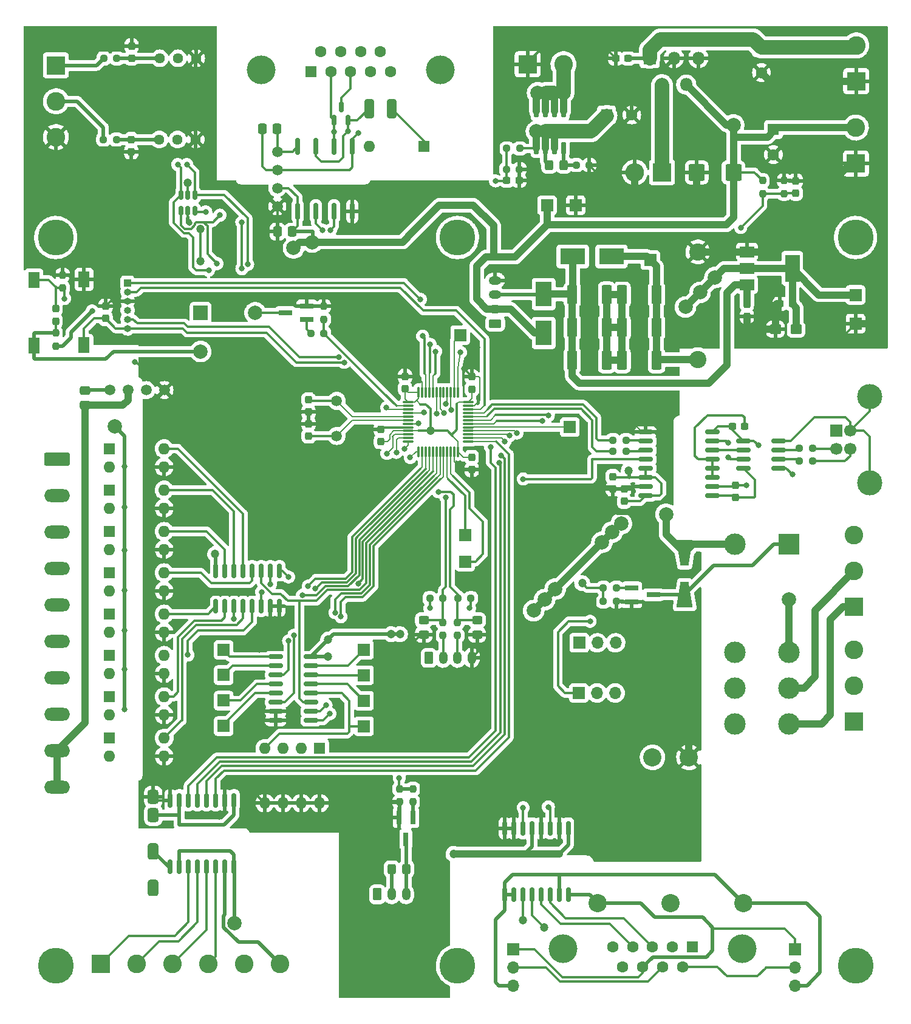
<source format=gbr>
%TF.GenerationSoftware,KiCad,Pcbnew,6.0.5*%
%TF.CreationDate,2022-09-27T17:44:27+03:00*%
%TF.ProjectId,stm32,73746d33-322e-46b6-9963-61645f706362,rev?*%
%TF.SameCoordinates,Original*%
%TF.FileFunction,Copper,L1,Top*%
%TF.FilePolarity,Positive*%
%FSLAX46Y46*%
G04 Gerber Fmt 4.6, Leading zero omitted, Abs format (unit mm)*
G04 Created by KiCad (PCBNEW 6.0.5) date 2022-09-27 17:44:27*
%MOMM*%
%LPD*%
G01*
G04 APERTURE LIST*
G04 Aperture macros list*
%AMRoundRect*
0 Rectangle with rounded corners*
0 $1 Rounding radius*
0 $2 $3 $4 $5 $6 $7 $8 $9 X,Y pos of 4 corners*
0 Add a 4 corners polygon primitive as box body*
4,1,4,$2,$3,$4,$5,$6,$7,$8,$9,$2,$3,0*
0 Add four circle primitives for the rounded corners*
1,1,$1+$1,$2,$3*
1,1,$1+$1,$4,$5*
1,1,$1+$1,$6,$7*
1,1,$1+$1,$8,$9*
0 Add four rect primitives between the rounded corners*
20,1,$1+$1,$2,$3,$4,$5,0*
20,1,$1+$1,$4,$5,$6,$7,0*
20,1,$1+$1,$6,$7,$8,$9,0*
20,1,$1+$1,$8,$9,$2,$3,0*%
%AMOutline4P*
0 Free polygon, 4 corners , with rotation*
0 The origin of the aperture is its center*
0 number of corners: always 4*
0 $1 to $8 corner X, Y*
0 $9 Rotation angle, in degrees counterclockwise*
0 create outline with 4 corners*
4,1,4,$1,$2,$3,$4,$5,$6,$7,$8,$1,$2,$9*%
G04 Aperture macros list end*
%TA.AperFunction,ComponentPad*%
%ADD10RoundRect,0.381000X-0.381000X0.619000X-0.381000X-0.619000X0.381000X-0.619000X0.381000X0.619000X0*%
%TD*%
%TA.AperFunction,ComponentPad*%
%ADD11RoundRect,0.381000X-0.381000X0.762000X-0.381000X-0.762000X0.381000X-0.762000X0.381000X0.762000X0*%
%TD*%
%TA.AperFunction,ComponentPad*%
%ADD12C,2.540000*%
%TD*%
%TA.AperFunction,ComponentPad*%
%ADD13C,3.000000*%
%TD*%
%TA.AperFunction,ComponentPad*%
%ADD14R,3.000000X3.000000*%
%TD*%
%TA.AperFunction,ComponentPad*%
%ADD15RoundRect,0.250000X-1.550000X0.650000X-1.550000X-0.650000X1.550000X-0.650000X1.550000X0.650000X0*%
%TD*%
%TA.AperFunction,ComponentPad*%
%ADD16O,3.600000X1.800000*%
%TD*%
%TA.AperFunction,ComponentPad*%
%ADD17R,2.600000X2.600000*%
%TD*%
%TA.AperFunction,ComponentPad*%
%ADD18C,2.600000*%
%TD*%
%TA.AperFunction,ComponentPad*%
%ADD19C,1.500000*%
%TD*%
%TA.AperFunction,ComponentPad*%
%ADD20C,5.000000*%
%TD*%
%TA.AperFunction,SMDPad,CuDef*%
%ADD21RoundRect,0.237500X-0.237500X0.300000X-0.237500X-0.300000X0.237500X-0.300000X0.237500X0.300000X0*%
%TD*%
%TA.AperFunction,ComponentPad*%
%ADD22R,1.000000X1.000000*%
%TD*%
%TA.AperFunction,ComponentPad*%
%ADD23O,1.000000X1.000000*%
%TD*%
%TA.AperFunction,SMDPad,CuDef*%
%ADD24RoundRect,0.237500X0.300000X0.237500X-0.300000X0.237500X-0.300000X-0.237500X0.300000X-0.237500X0*%
%TD*%
%TA.AperFunction,SMDPad,CuDef*%
%ADD25R,1.900000X0.800000*%
%TD*%
%TA.AperFunction,SMDPad,CuDef*%
%ADD26RoundRect,0.237500X0.237500X-0.300000X0.237500X0.300000X-0.237500X0.300000X-0.237500X-0.300000X0*%
%TD*%
%TA.AperFunction,SMDPad,CuDef*%
%ADD27R,2.000000X1.500000*%
%TD*%
%TA.AperFunction,SMDPad,CuDef*%
%ADD28R,2.000000X3.800000*%
%TD*%
%TA.AperFunction,SMDPad,CuDef*%
%ADD29RoundRect,0.237500X0.237500X-0.250000X0.237500X0.250000X-0.237500X0.250000X-0.237500X-0.250000X0*%
%TD*%
%TA.AperFunction,SMDPad,CuDef*%
%ADD30RoundRect,0.249999X-0.450001X-1.075001X0.450001X-1.075001X0.450001X1.075001X-0.450001X1.075001X0*%
%TD*%
%TA.AperFunction,SMDPad,CuDef*%
%ADD31RoundRect,0.250000X-0.400000X-1.075000X0.400000X-1.075000X0.400000X1.075000X-0.400000X1.075000X0*%
%TD*%
%TA.AperFunction,SMDPad,CuDef*%
%ADD32R,1.600000X2.180000*%
%TD*%
%TA.AperFunction,ComponentPad*%
%ADD33R,1.600000X1.600000*%
%TD*%
%TA.AperFunction,ComponentPad*%
%ADD34O,1.600000X1.600000*%
%TD*%
%TA.AperFunction,ComponentPad*%
%ADD35C,1.600000*%
%TD*%
%TA.AperFunction,ComponentPad*%
%ADD36O,1.700000X1.700000*%
%TD*%
%TA.AperFunction,ComponentPad*%
%ADD37R,1.700000X1.700000*%
%TD*%
%TA.AperFunction,SMDPad,CuDef*%
%ADD38RoundRect,0.250000X-0.325000X-0.450000X0.325000X-0.450000X0.325000X0.450000X-0.325000X0.450000X0*%
%TD*%
%TA.AperFunction,ComponentPad*%
%ADD39C,2.400000*%
%TD*%
%TA.AperFunction,ComponentPad*%
%ADD40R,2.000000X2.000000*%
%TD*%
%TA.AperFunction,ComponentPad*%
%ADD41C,2.000000*%
%TD*%
%TA.AperFunction,SMDPad,CuDef*%
%ADD42RoundRect,0.237500X-0.237500X0.250000X-0.237500X-0.250000X0.237500X-0.250000X0.237500X0.250000X0*%
%TD*%
%TA.AperFunction,SMDPad,CuDef*%
%ADD43RoundRect,0.237500X0.250000X0.237500X-0.250000X0.237500X-0.250000X-0.237500X0.250000X-0.237500X0*%
%TD*%
%TA.AperFunction,ComponentPad*%
%ADD44C,4.000000*%
%TD*%
%TA.AperFunction,SMDPad,CuDef*%
%ADD45RoundRect,0.237500X-0.250000X-0.237500X0.250000X-0.237500X0.250000X0.237500X-0.250000X0.237500X0*%
%TD*%
%TA.AperFunction,ComponentPad*%
%ADD46C,1.440000*%
%TD*%
%TA.AperFunction,ComponentPad*%
%ADD47O,1.200000X1.750000*%
%TD*%
%TA.AperFunction,ComponentPad*%
%ADD48RoundRect,0.250000X-0.350000X-0.625000X0.350000X-0.625000X0.350000X0.625000X-0.350000X0.625000X0*%
%TD*%
%TA.AperFunction,SMDPad,CuDef*%
%ADD49RoundRect,0.150000X0.150000X-0.825000X0.150000X0.825000X-0.150000X0.825000X-0.150000X-0.825000X0*%
%TD*%
%TA.AperFunction,SMDPad,CuDef*%
%ADD50RoundRect,0.250000X-0.450000X0.325000X-0.450000X-0.325000X0.450000X-0.325000X0.450000X0.325000X0*%
%TD*%
%TA.AperFunction,SMDPad,CuDef*%
%ADD51RoundRect,0.150000X0.875000X0.150000X-0.875000X0.150000X-0.875000X-0.150000X0.875000X-0.150000X0*%
%TD*%
%TA.AperFunction,SMDPad,CuDef*%
%ADD52RoundRect,0.162500X0.162500X-1.012500X0.162500X1.012500X-0.162500X1.012500X-0.162500X-1.012500X0*%
%TD*%
%TA.AperFunction,SMDPad,CuDef*%
%ADD53RoundRect,0.250000X0.337500X0.475000X-0.337500X0.475000X-0.337500X-0.475000X0.337500X-0.475000X0*%
%TD*%
%TA.AperFunction,ComponentPad*%
%ADD54C,3.500000*%
%TD*%
%TA.AperFunction,ComponentPad*%
%ADD55C,1.700000*%
%TD*%
%TA.AperFunction,ComponentPad*%
%ADD56O,2.600000X2.600000*%
%TD*%
%TA.AperFunction,SMDPad,CuDef*%
%ADD57RoundRect,0.150000X-0.825000X-0.150000X0.825000X-0.150000X0.825000X0.150000X-0.825000X0.150000X0*%
%TD*%
%TA.AperFunction,SMDPad,CuDef*%
%ADD58RoundRect,0.150000X0.825000X0.150000X-0.825000X0.150000X-0.825000X-0.150000X0.825000X-0.150000X0*%
%TD*%
%TA.AperFunction,SMDPad,CuDef*%
%ADD59RoundRect,0.150000X-0.150000X0.875000X-0.150000X-0.875000X0.150000X-0.875000X0.150000X0.875000X0*%
%TD*%
%TA.AperFunction,SMDPad,CuDef*%
%ADD60RoundRect,0.150000X0.150000X-0.587500X0.150000X0.587500X-0.150000X0.587500X-0.150000X-0.587500X0*%
%TD*%
%TA.AperFunction,SMDPad,CuDef*%
%ADD61Outline4P,-1.800000X-1.150000X1.800000X-0.550000X1.800000X0.550000X-1.800000X1.150000X270.000000*%
%TD*%
%TA.AperFunction,SMDPad,CuDef*%
%ADD62Outline4P,-1.800000X-1.150000X1.800000X-0.550000X1.800000X0.550000X-1.800000X1.150000X90.000000*%
%TD*%
%TA.AperFunction,ComponentPad*%
%ADD63RoundRect,0.250000X0.625000X-0.350000X0.625000X0.350000X-0.625000X0.350000X-0.625000X-0.350000X0*%
%TD*%
%TA.AperFunction,ComponentPad*%
%ADD64O,1.750000X1.200000*%
%TD*%
%TA.AperFunction,SMDPad,CuDef*%
%ADD65RoundRect,0.237500X-0.300000X-0.237500X0.300000X-0.237500X0.300000X0.237500X-0.300000X0.237500X0*%
%TD*%
%TA.AperFunction,SMDPad,CuDef*%
%ADD66R,0.800000X1.900000*%
%TD*%
%TA.AperFunction,SMDPad,CuDef*%
%ADD67R,3.500000X2.300000*%
%TD*%
%TA.AperFunction,SMDPad,CuDef*%
%ADD68RoundRect,0.250000X0.875000X0.925000X-0.875000X0.925000X-0.875000X-0.925000X0.875000X-0.925000X0*%
%TD*%
%TA.AperFunction,SMDPad,CuDef*%
%ADD69RoundRect,0.250000X0.537500X0.425000X-0.537500X0.425000X-0.537500X-0.425000X0.537500X-0.425000X0*%
%TD*%
%TA.AperFunction,SMDPad,CuDef*%
%ADD70RoundRect,0.075000X-0.662500X-0.075000X0.662500X-0.075000X0.662500X0.075000X-0.662500X0.075000X0*%
%TD*%
%TA.AperFunction,SMDPad,CuDef*%
%ADD71RoundRect,0.075000X-0.075000X-0.662500X0.075000X-0.662500X0.075000X0.662500X-0.075000X0.662500X0*%
%TD*%
%TA.AperFunction,ComponentPad*%
%ADD72R,1.800000X1.800000*%
%TD*%
%TA.AperFunction,ComponentPad*%
%ADD73O,1.800000X1.800000*%
%TD*%
%TA.AperFunction,SMDPad,CuDef*%
%ADD74RoundRect,0.150000X0.150000X-0.512500X0.150000X0.512500X-0.150000X0.512500X-0.150000X-0.512500X0*%
%TD*%
%TA.AperFunction,SMDPad,CuDef*%
%ADD75RoundRect,0.150000X0.150000X-0.725000X0.150000X0.725000X-0.150000X0.725000X-0.150000X-0.725000X0*%
%TD*%
%TA.AperFunction,SMDPad,CuDef*%
%ADD76R,2.300000X3.500000*%
%TD*%
%TA.AperFunction,SMDPad,CuDef*%
%ADD77RoundRect,0.250000X-0.475000X0.337500X-0.475000X-0.337500X0.475000X-0.337500X0.475000X0.337500X0*%
%TD*%
%TA.AperFunction,ViaPad*%
%ADD78C,2.000000*%
%TD*%
%TA.AperFunction,ViaPad*%
%ADD79C,0.800000*%
%TD*%
%TA.AperFunction,ViaPad*%
%ADD80C,1.200000*%
%TD*%
%TA.AperFunction,Conductor*%
%ADD81C,0.500000*%
%TD*%
%TA.AperFunction,Conductor*%
%ADD82C,0.300000*%
%TD*%
%TA.AperFunction,Conductor*%
%ADD83C,1.000000*%
%TD*%
%TA.AperFunction,Conductor*%
%ADD84C,0.200000*%
%TD*%
%TA.AperFunction,Conductor*%
%ADD85C,2.000000*%
%TD*%
G04 APERTURE END LIST*
D10*
%TO.P,Q3,1,GND*%
%TO.N,GND*%
X32105600Y-127480400D03*
%TO.P,Q3,2,Vin*%
%TO.N,+5V*%
X32105600Y-130020400D03*
D11*
%TO.P,Q3,4,0V*%
%TO.N,Net-(J20-Pad6)*%
X32105600Y-135100400D03*
%TO.P,Q3,6,+Vo*%
%TO.N,Net-(J20-Pad5)*%
X32105600Y-140180400D03*
%TD*%
D12*
%TO.P,Q2,1,GND*%
%TO.N,GND*%
X106781600Y-121970800D03*
%TO.P,Q2,2,Vin*%
%TO.N,+24V*%
X101701600Y-121970800D03*
%TO.P,Q2,3,+Vo*%
%TO.N,Net-(J18-Pad8)*%
X94081600Y-142290800D03*
%TO.P,Q2,4*%
%TO.N,N/C*%
X104241600Y-142290800D03*
%TO.P,Q2,5,0V*%
%TO.N,GND2*%
X114401600Y-142290800D03*
%TD*%
D13*
%TO.P,K1,11*%
%TO.N,/COM1*%
X120707500Y-112292500D03*
%TO.P,K1,12*%
%TO.N,/NC1*%
X120707500Y-107292500D03*
%TO.P,K1,14*%
%TO.N,/NO1*%
X120707500Y-117292500D03*
%TO.P,K1,21*%
%TO.N,/COM2*%
X113207500Y-112292500D03*
%TO.P,K1,22*%
%TO.N,/NC2*%
X113207500Y-107292500D03*
%TO.P,K1,24*%
%TO.N,/NO2*%
X113207500Y-117292500D03*
D14*
%TO.P,K1,A1*%
%TO.N,Net-(Q6-Pad3)*%
X120707500Y-92292500D03*
D13*
%TO.P,K1,A2*%
%TO.N,+24V*%
X113207500Y-92292500D03*
%TD*%
D15*
%TO.P,J30,1,Pin_1*%
%TO.N,/Optocouple1/EXTi*%
X18683400Y-80398958D03*
D16*
%TO.P,J30,2,Pin_2*%
%TO.N,/Optocouple2/EXTi*%
X18683400Y-85478958D03*
%TO.P,J30,3,Pin_3*%
%TO.N,/Optocouple/EXTi*%
X18683400Y-90558958D03*
%TO.P,J30,4,Pin_4*%
%TO.N,/Optocouple3/EXTi*%
X18683400Y-95638958D03*
%TO.P,J30,5,Pin_5*%
%TO.N,/Optocouple4/EXTi*%
X18683400Y-100718958D03*
%TO.P,J30,6,Pin_6*%
%TO.N,/Optocouple5/EXTi*%
X18683400Y-105798958D03*
%TO.P,J30,7,Pin_7*%
%TO.N,/Optocouple6/EXTi*%
X18683400Y-110878958D03*
%TO.P,J30,8,Pin_8*%
%TO.N,/Optocouple7/EXTi*%
X18683400Y-115958958D03*
%TO.P,J30,9,Pin_9*%
%TO.N,/Egnd*%
X18683400Y-121038958D03*
%TO.P,J30,10,Pin_10*%
X18683400Y-126118958D03*
%TD*%
D17*
%TO.P,J10,1,Pin_1*%
%TO.N,/NO2*%
X129805000Y-117000000D03*
D18*
%TO.P,J10,2,Pin_2*%
%TO.N,/COM2*%
X129805000Y-112000000D03*
%TO.P,J10,3,Pin_3*%
%TO.N,/NC2*%
X129805000Y-107000000D03*
%TD*%
D19*
%TO.P,Q8,1,GND*%
%TO.N,GND*%
X49384800Y-45143469D03*
%TO.P,Q8,2,Vin*%
%TO.N,+5V*%
X49384800Y-42603469D03*
%TO.P,Q8,3,0V*%
%TO.N,GND1*%
X49384800Y-40063469D03*
%TO.P,Q8,4,+Vo*%
%TO.N,Net-(C23-Pad1)*%
X49384800Y-37523469D03*
%TD*%
%TO.P,Q1,1,GND*%
%TO.N,GND*%
X33645400Y-70780886D03*
%TO.P,Q1,2,Vin*%
%TO.N,+5V*%
X31105400Y-70780886D03*
%TO.P,Q1,3,0V*%
%TO.N,/Egnd*%
X28565400Y-70780886D03*
%TO.P,Q1,4,+Vo*%
%TO.N,/E5*%
X26025400Y-70780886D03*
%TD*%
D20*
%TO.P,P6,1,P1*%
%TO.N,unconnected-(P6-Pad1)*%
X74500000Y-49500000D03*
%TD*%
%TO.P,P5,1,P1*%
%TO.N,unconnected-(P5-Pad1)*%
X130000000Y-49500000D03*
%TD*%
D21*
%TO.P,C29,2*%
%TO.N,GND*%
X96150400Y-84553900D03*
%TO.P,C29,1*%
%TO.N,+3.3V*%
X96150400Y-82828900D03*
%TD*%
D22*
%TO.P,J9,1,Pin_1*%
%TO.N,/SWCLK*%
X28525000Y-55825000D03*
D23*
%TO.P,J9,2,Pin_2*%
%TO.N,/SWDIO*%
X28525000Y-57095000D03*
%TO.P,J9,3,Pin_3*%
%TO.N,GND*%
X28525000Y-58365000D03*
%TO.P,J9,4,Pin_4*%
%TO.N,Net-(R1-Pad1)*%
X28525000Y-59635000D03*
%TO.P,J9,5,Pin_5*%
%TO.N,/boot*%
X28525000Y-60905000D03*
%TO.P,J9,6,Pin_6*%
%TO.N,/rst*%
X28525000Y-62175000D03*
%TD*%
D24*
%TO.P,C17,1*%
%TO.N,+24V*%
X98295000Y-24538500D03*
%TO.P,C17,2*%
%TO.N,GND*%
X96570000Y-24538500D03*
%TD*%
D25*
%TO.P,Q6,1,G*%
%TO.N,Net-(Q6-Pad1)*%
X98803200Y-98364000D03*
%TO.P,Q6,2,S*%
%TO.N,GND*%
X98803200Y-100264000D03*
%TO.P,Q6,3,D*%
%TO.N,Net-(Q6-Pad3)*%
X101803200Y-99314000D03*
%TD*%
D26*
%TO.P,C14,1*%
%TO.N,/AIN1*%
X121666000Y-43331300D03*
%TO.P,C14,2*%
%TO.N,GND*%
X121666000Y-41606300D03*
%TD*%
D27*
%TO.P,U10,1,GND*%
%TO.N,GND*%
X114883000Y-51493000D03*
D28*
%TO.P,U10,2,VO*%
%TO.N,+3.3V*%
X121183000Y-53793000D03*
D27*
X114883000Y-53793000D03*
%TO.P,U10,3,VI*%
%TO.N,/4.6V*%
X114883000Y-56093000D03*
%TD*%
D29*
%TO.P,R7,1*%
%TO.N,Net-(Q4-Pad1)*%
X68294000Y-128193200D03*
%TO.P,R7,2*%
%TO.N,/PWM*%
X68294000Y-126368200D03*
%TD*%
%TO.P,R1,2*%
%TO.N,+3.3V*%
X18491200Y-62788800D03*
%TO.P,R1,1*%
%TO.N,Net-(R1-Pad1)*%
X18491200Y-64613800D03*
%TD*%
D30*
%TO.P,R23,1*%
%TO.N,/4.6V*%
X90500000Y-62048000D03*
%TO.P,R23,2*%
%TO.N,Net-(R22-Pad2)*%
X95300000Y-62048000D03*
%TD*%
D31*
%TO.P,R28,1*%
%TO.N,/CANH*%
X62204600Y-31521400D03*
%TO.P,R28,2*%
%TO.N,Net-(R28-Pad2)*%
X65304600Y-31521400D03*
%TD*%
D32*
%TO.P,SW3,1,1*%
%TO.N,/boot*%
X15458000Y-55430400D03*
%TO.P,SW3,2,2*%
%TO.N,+3.3V*%
X15458000Y-64610400D03*
%TD*%
D33*
%TO.P,U17,1*%
%TO.N,Net-(R37-Pad2)*%
X26000000Y-113511428D03*
D34*
%TO.P,U17,2*%
%TO.N,/Optocouple6/EXTi*%
X26000000Y-116051428D03*
%TO.P,U17,3*%
%TO.N,GND*%
X33620000Y-116051428D03*
%TO.P,U17,4*%
%TO.N,/Optocouple6/In*%
X33620000Y-113511428D03*
%TD*%
D18*
%TO.P,J27,2,Pin_2*%
%TO.N,+5V*%
X130047000Y-34183500D03*
D17*
%TO.P,J27,1,Pin_1*%
%TO.N,GND*%
X130047000Y-39183500D03*
%TD*%
D35*
%TO.P,C19,2*%
%TO.N,GND*%
X98798349Y-32412500D03*
D33*
%TO.P,C19,1*%
%TO.N,+24V*%
X95298349Y-32412500D03*
%TD*%
%TO.P,C28,1*%
%TO.N,+5V*%
X118541000Y-34444500D03*
D35*
%TO.P,C28,2*%
%TO.N,GND*%
X118541000Y-37944500D03*
%TD*%
D36*
%TO.P,JP4,3,B*%
%TO.N,GND2*%
X121583400Y-153775700D03*
%TO.P,JP4,2,C*%
%TO.N,/SSI_Z*%
X121583400Y-151235700D03*
D37*
%TO.P,JP4,1,A*%
%TO.N,Net-(J18-Pad8)*%
X121583400Y-148695700D03*
%TD*%
%TO.P,J16,1,Pin_1*%
%TO.N,Net-(J16-Pad1)*%
X75590400Y-94691200D03*
%TD*%
%TO.P,TP4,1,1*%
%TO.N,+3.3V*%
X130000000Y-57500000D03*
%TD*%
D20*
%TO.P,P3,1,P1*%
%TO.N,unconnected-(P3-Pad1)*%
X18500000Y-151000000D03*
%TD*%
D38*
%TO.P,D3,1,K*%
%TO.N,+5V*%
X65338600Y-137540400D03*
%TO.P,D3,2,A*%
%TO.N,/G1*%
X67388600Y-137540400D03*
%TD*%
D21*
%TO.P,C12,1*%
%TO.N,GND*%
X29078200Y-22787400D03*
%TO.P,C12,2*%
%TO.N,Net-(C12-Pad2)*%
X29078200Y-24512400D03*
%TD*%
%TO.P,C24,1*%
%TO.N,/4.6V*%
X114858000Y-58772500D03*
%TO.P,C24,2*%
%TO.N,GND*%
X114858000Y-60497500D03*
%TD*%
D34*
%TO.P,SW4,2*%
%TO.N,/CANL*%
X62194600Y-36804600D03*
D33*
%TO.P,SW4,1*%
%TO.N,Net-(R28-Pad2)*%
X69814600Y-36804600D03*
%TD*%
D39*
%TO.P,C22,1*%
%TO.N,Net-(C22-Pad1)*%
X108000000Y-66500000D03*
%TO.P,C22,2*%
%TO.N,GND*%
X108000000Y-51500000D03*
%TD*%
D37*
%TO.P,JP2,1,A*%
%TO.N,/SPI1_MISO*%
X91420000Y-113000000D03*
D36*
%TO.P,JP2,2,C*%
%TO.N,/Rx422*%
X93960000Y-113000000D03*
%TO.P,JP2,3,B*%
%TO.N,/USART1Rx*%
X96500000Y-113000000D03*
%TD*%
D33*
%TO.P,U15,1*%
%TO.N,Net-(R35-Pad2)*%
X26000000Y-101985714D03*
D34*
%TO.P,U15,2*%
%TO.N,/Optocouple4/EXTi*%
X26000000Y-104525714D03*
%TO.P,U15,3*%
%TO.N,GND*%
X33620000Y-104525714D03*
%TO.P,U15,4*%
%TO.N,/Optocouple4/In*%
X33620000Y-101985714D03*
%TD*%
D17*
%TO.P,J20,1,Pin_1*%
%TO.N,Net-(J20-Pad1)*%
X24749600Y-150787800D03*
D18*
%TO.P,J20,2,Pin_2*%
%TO.N,Net-(J20-Pad2)*%
X29749600Y-150787800D03*
%TO.P,J20,3,Pin_3*%
%TO.N,Net-(J20-Pad3)*%
X34749600Y-150787800D03*
%TO.P,J20,4,Pin_4*%
%TO.N,Net-(J20-Pad4)*%
X39749600Y-150787800D03*
%TO.P,J20,5,Pin_5*%
%TO.N,Net-(J20-Pad5)*%
X44749600Y-150787800D03*
%TO.P,J20,6,Pin_6*%
%TO.N,Net-(J20-Pad6)*%
X49749600Y-150787800D03*
%TD*%
D24*
%TO.P,C20,2*%
%TO.N,Net-(C20-Pad2)*%
X112815000Y-75868200D03*
%TO.P,C20,1*%
%TO.N,Net-(C20-Pad1)*%
X114540000Y-75868200D03*
%TD*%
D37*
%TO.P,TP2,1,1*%
%TO.N,GND*%
X130000000Y-61500000D03*
%TD*%
D29*
%TO.P,R16,1*%
%TO.N,/Buzzer*%
X55882400Y-60910600D03*
%TO.P,R16,2*%
%TO.N,GND*%
X55882400Y-59085600D03*
%TD*%
D40*
%TO.P,BZ1,1,-*%
%TO.N,+3.3V*%
X38700000Y-60000000D03*
D41*
%TO.P,BZ1,2,+*%
%TO.N,Net-(BZ1-Pad2)*%
X46300000Y-60000000D03*
%TD*%
D42*
%TO.P,R10,1*%
%TO.N,/PWM*%
X66414400Y-126368200D03*
%TO.P,R10,2*%
%TO.N,GND*%
X66414400Y-128193200D03*
%TD*%
D37*
%TO.P,J15,1,Pin_1*%
%TO.N,Net-(J15-Pad1)*%
X75590400Y-90982800D03*
%TD*%
D30*
%TO.P,R22,1*%
%TO.N,/4.6V*%
X90500000Y-57467000D03*
%TO.P,R22,2*%
%TO.N,Net-(R22-Pad2)*%
X95300000Y-57467000D03*
%TD*%
D42*
%TO.P,R12,1*%
%TO.N,+5V*%
X117043200Y-41555500D03*
%TO.P,R12,2*%
%TO.N,/AIN1*%
X117043200Y-43380500D03*
%TD*%
D43*
%TO.P,R15,1*%
%TO.N,Net-(C13-Pad2)*%
X26970000Y-35843000D03*
%TO.P,R15,2*%
%TO.N,Net-(J21-Pad2)*%
X25145000Y-35843000D03*
%TD*%
D44*
%TO.P,J28,0*%
%TO.N,N/C*%
X47111000Y-26116000D03*
X72111000Y-26116000D03*
D33*
%TO.P,J28,1,1*%
%TO.N,unconnected-(J28-Pad1)*%
X54071000Y-26416000D03*
D35*
%TO.P,J28,2,2*%
%TO.N,/CANL*%
X56841000Y-26416000D03*
%TO.P,J28,3,3*%
%TO.N,GND1*%
X59611000Y-26416000D03*
%TO.P,J28,4,4*%
%TO.N,unconnected-(J28-Pad4)*%
X62381000Y-26416000D03*
%TO.P,J28,5,5*%
%TO.N,unconnected-(J28-Pad5)*%
X65151000Y-26416000D03*
%TO.P,J28,6,6*%
%TO.N,unconnected-(J28-Pad6)*%
X55456000Y-23576000D03*
%TO.P,J28,7,7*%
%TO.N,/CANH*%
X58226000Y-23576000D03*
%TO.P,J28,8,8*%
%TO.N,unconnected-(J28-Pad8)*%
X60996000Y-23576000D03*
%TO.P,J28,9,9*%
%TO.N,unconnected-(J28-Pad9)*%
X63766000Y-23576000D03*
%TD*%
D21*
%TO.P,C6,1*%
%TO.N,/OSCIN*%
X53741600Y-72111100D03*
%TO.P,C6,2*%
%TO.N,GND*%
X53741600Y-73836100D03*
%TD*%
D43*
%TO.P,R18,1*%
%TO.N,Net-(Q6-Pad1)*%
X96670500Y-98348800D03*
%TO.P,R18,2*%
%TO.N,/Relay*%
X94845500Y-98348800D03*
%TD*%
D25*
%TO.P,Q5,1,G*%
%TO.N,Net-(Q5-Pad1)*%
X53521600Y-60950000D03*
%TO.P,Q5,2,S*%
%TO.N,GND*%
X53521600Y-59050000D03*
%TO.P,Q5,3,D*%
%TO.N,Net-(BZ1-Pad2)*%
X50521600Y-60000000D03*
%TD*%
D43*
%TO.P,R19,2*%
%TO.N,/usbDP*%
X96179600Y-77747800D03*
%TO.P,R19,1*%
%TO.N,Net-(R19-Pad1)*%
X98004600Y-77747800D03*
%TD*%
D19*
%TO.P,Y1,2,2*%
%TO.N,/OSCOUT*%
X57678600Y-77156200D03*
%TO.P,Y1,1,1*%
%TO.N,/OSCIN*%
X57678600Y-72276200D03*
%TD*%
D26*
%TO.P,C10,1*%
%TO.N,GND*%
X76500000Y-81862500D03*
%TO.P,C10,2*%
%TO.N,+3.3V*%
X76500000Y-80137500D03*
%TD*%
D43*
%TO.P,R17,1*%
%TO.N,GND*%
X96672400Y-100253800D03*
%TO.P,R17,2*%
%TO.N,/Relay*%
X94847400Y-100253800D03*
%TD*%
D45*
%TO.P,R4,1*%
%TO.N,/I2C1_SDA*%
X74559400Y-99795000D03*
%TO.P,R4,2*%
%TO.N,+3.3V*%
X76384400Y-99795000D03*
%TD*%
D17*
%TO.P,J25,1,Pin_1*%
%TO.N,/NO1*%
X129805000Y-101000000D03*
D18*
%TO.P,J25,2,Pin_2*%
%TO.N,/COM1*%
X129805000Y-96000000D03*
%TO.P,J25,3,Pin_3*%
%TO.N,/NC1*%
X129805000Y-91000000D03*
%TD*%
D37*
%TO.P,J3,1,Pin_1*%
%TO.N,Net-(J3-Pad1)*%
X41914200Y-106994800D03*
%TD*%
%TO.P,TP3,1,1*%
%TO.N,GND*%
X91000000Y-45000000D03*
%TD*%
D29*
%TO.P,R5,1*%
%TO.N,Net-(J19-Pad2)*%
X72472800Y-104972800D03*
%TO.P,R5,2*%
%TO.N,/I2C1_SCL*%
X72472800Y-103147800D03*
%TD*%
D46*
%TO.P,RV1,1,1*%
%TO.N,GND*%
X38079800Y-24514600D03*
%TO.P,RV1,2,2*%
%TO.N,/AIN2*%
X35539800Y-24514600D03*
%TO.P,RV1,3,3*%
%TO.N,Net-(C12-Pad2)*%
X32999800Y-24514600D03*
%TD*%
D30*
%TO.P,R24,1*%
%TO.N,/4.6V*%
X90500000Y-66620000D03*
%TO.P,R24,2*%
%TO.N,Net-(R22-Pad2)*%
X95300000Y-66620000D03*
%TD*%
D43*
%TO.P,R29,2*%
%TO.N,Net-(D8-Pad2)*%
X122163800Y-80694200D03*
%TO.P,R29,1*%
%TO.N,Net-(J29-Pad3)*%
X123988800Y-80694200D03*
%TD*%
D47*
%TO.P,J19,4,Pin_4*%
%TO.N,GND*%
X76500000Y-108099400D03*
%TO.P,J19,3,Pin_3*%
%TO.N,Net-(J19-Pad3)*%
X74500000Y-108099400D03*
%TO.P,J19,2,Pin_2*%
%TO.N,Net-(J19-Pad2)*%
X72500000Y-108099400D03*
D48*
%TO.P,J19,1,Pin_1*%
%TO.N,+3.3V*%
X70500000Y-108099400D03*
%TD*%
D49*
%TO.P,U2,1,A4*%
%TO.N,/Optocouple4/In*%
X40808200Y-100916486D03*
%TO.P,U2,2,A6*%
%TO.N,/Optocouple6/In*%
X42078200Y-100916486D03*
%TO.P,U2,3,A*%
%TO.N,/DIN*%
X43348200Y-100916486D03*
%TO.P,U2,4,A7*%
%TO.N,/Optocouple7/In*%
X44618200Y-100916486D03*
%TO.P,U2,5,A5*%
%TO.N,/Optocouple5/In*%
X45888200Y-100916486D03*
%TO.P,U2,6,~{E}*%
%TO.N,/DEN1*%
X47158200Y-100916486D03*
%TO.P,U2,7,VEE*%
%TO.N,GND*%
X48428200Y-100916486D03*
%TO.P,U2,8,GND*%
X49698200Y-100916486D03*
%TO.P,U2,9,S2*%
%TO.N,/Addr2*%
X49698200Y-95966486D03*
%TO.P,U2,10,S1*%
%TO.N,/Addr1*%
X48428200Y-95966486D03*
%TO.P,U2,11,S0*%
%TO.N,/Addr0*%
X47158200Y-95966486D03*
%TO.P,U2,12,A3*%
%TO.N,/Optocouple3/In*%
X45888200Y-95966486D03*
%TO.P,U2,13,A0*%
%TO.N,/Optocouple1/In*%
X44618200Y-95966486D03*
%TO.P,U2,14,A1*%
%TO.N,/Optocouple2/In*%
X43348200Y-95966486D03*
%TO.P,U2,15,A2*%
%TO.N,/Optocouple/In*%
X42078200Y-95966486D03*
%TO.P,U2,16,VCC*%
%TO.N,+3.3V*%
X40808200Y-95966486D03*
%TD*%
D50*
%TO.P,D2,1,K*%
%TO.N,/I2C1_SDA*%
X77248000Y-102843000D03*
%TO.P,D2,2,A*%
%TO.N,GND*%
X77248000Y-104893000D03*
%TD*%
D51*
%TO.P,U7,16,VBUS2*%
%TO.N,+3.3V*%
X100746000Y-85494800D03*
%TO.P,U7,15,GND2*%
%TO.N,GND*%
X100746000Y-84224800D03*
%TO.P,U7,14,VDD2*%
%TO.N,+3.3V*%
X100746000Y-82954800D03*
%TO.P,U7,13,SPD*%
X100746000Y-81684800D03*
%TO.P,U7,12,PIN*%
%TO.N,/USBpullup*%
X100746000Y-80414800D03*
%TO.P,U7,11,DD-*%
%TO.N,Net-(R20-Pad1)*%
X100746000Y-79144800D03*
%TO.P,U7,10,DD+*%
%TO.N,Net-(R19-Pad1)*%
X100746000Y-77874800D03*
%TO.P,U7,9,GND2*%
%TO.N,GND*%
X100746000Y-76604800D03*
%TO.P,U7,8,GND1*%
%TO.N,Net-(C20-Pad2)*%
X110046000Y-76604800D03*
%TO.P,U7,7,UD+*%
%TO.N,Net-(D8-Pad7)*%
X110046000Y-77874800D03*
%TO.P,U7,6,UD-*%
%TO.N,Net-(D8-Pad6)*%
X110046000Y-79144800D03*
%TO.P,U7,5,SPU*%
%TO.N,Net-(C20-Pad1)*%
X110046000Y-80414800D03*
%TO.P,U7,4,PDEN*%
X110046000Y-81684800D03*
%TO.P,U7,3,VDD1*%
X110046000Y-82954800D03*
%TO.P,U7,2,GND1*%
%TO.N,Net-(C20-Pad2)*%
X110046000Y-84224800D03*
%TO.P,U7,1,VBUS1*%
%TO.N,Net-(C21-Pad1)*%
X110046000Y-85494800D03*
%TD*%
D52*
%TO.P,U8,8,VCC2*%
%TO.N,Net-(C23-Pad1)*%
X52229600Y-36808469D03*
%TO.P,U8,7,CANH*%
%TO.N,/CANH*%
X54769600Y-36808469D03*
%TO.P,U8,6,CANL*%
%TO.N,/CANL*%
X57309600Y-36808469D03*
%TO.P,U8,5,GND2*%
%TO.N,GND1*%
X59849600Y-36808469D03*
%TO.P,U8,4,GND1*%
%TO.N,GND*%
X59849600Y-45858469D03*
%TO.P,U8,3,TXD*%
%TO.N,/CAN_Tx*%
X57309600Y-45858469D03*
%TO.P,U8,2,RXD*%
%TO.N,/CAN_Rx*%
X54769600Y-45858469D03*
%TO.P,U8,1,VCC1*%
%TO.N,+5V*%
X52229600Y-45858469D03*
%TD*%
D37*
%TO.P,J1,1,Pin_1*%
%TO.N,Net-(J1-Pad1)*%
X61472200Y-114081400D03*
%TD*%
D53*
%TO.P,C23,1*%
%TO.N,Net-(C23-Pad1)*%
X49377000Y-34323069D03*
%TO.P,C23,2*%
%TO.N,GND1*%
X47302000Y-34323069D03*
%TD*%
D43*
%TO.P,R3,1*%
%TO.N,/I2C1_SCL*%
X72472800Y-99795000D03*
%TO.P,R3,2*%
%TO.N,+3.3V*%
X70647800Y-99795000D03*
%TD*%
%TO.P,R20,2*%
%TO.N,/usbDM*%
X96179600Y-79297200D03*
%TO.P,R20,1*%
%TO.N,Net-(R20-Pad1)*%
X98004600Y-79297200D03*
%TD*%
D37*
%TO.P,J2,1,Pin_1*%
%TO.N,Net-(J2-Pad1)*%
X61472200Y-110525400D03*
%TD*%
D26*
%TO.P,C21,2*%
%TO.N,Net-(C20-Pad2)*%
X113270000Y-84049200D03*
%TO.P,C21,1*%
%TO.N,Net-(C21-Pad1)*%
X113270000Y-85774200D03*
%TD*%
D54*
%TO.P,J29,5,Shield*%
%TO.N,Net-(D8-Pad4)*%
X132000000Y-83699200D03*
X132000000Y-71659200D03*
D55*
%TO.P,J29,4,GND*%
X129290000Y-76429200D03*
%TO.P,J29,3,D+*%
%TO.N,Net-(J29-Pad3)*%
X129290000Y-78929200D03*
%TO.P,J29,2,D-*%
%TO.N,Net-(J29-Pad2)*%
X127290000Y-78929200D03*
D37*
%TO.P,J29,1,VBUS*%
%TO.N,Net-(D8-Pad1)*%
X127290000Y-76429200D03*
%TD*%
%TO.P,J5,1,Pin_1*%
%TO.N,Net-(J5-Pad1)*%
X41914200Y-110500000D03*
%TD*%
%TO.P,JP3,1,A*%
%TO.N,Net-(J18-Pad8)*%
X82289600Y-148695700D03*
D36*
%TO.P,JP3,2,C*%
%TO.N,/SSI_VR*%
X82289600Y-151235700D03*
%TO.P,JP3,3,B*%
%TO.N,GND2*%
X82289600Y-153775700D03*
%TD*%
D33*
%TO.P,U14,1*%
%TO.N,Net-(R34-Pad2)*%
X26000000Y-96222857D03*
D34*
%TO.P,U14,2*%
%TO.N,/Optocouple3/EXTi*%
X26000000Y-98762857D03*
%TO.P,U14,3*%
%TO.N,GND*%
X33620000Y-98762857D03*
%TO.P,U14,4*%
%TO.N,/Optocouple3/In*%
X33620000Y-96222857D03*
%TD*%
D45*
%TO.P,R21,1*%
%TO.N,Net-(D4-Pad2)*%
X91062000Y-39397500D03*
%TO.P,R21,2*%
%TO.N,GND*%
X92887000Y-39397500D03*
%TD*%
D26*
%TO.P,C13,1*%
%TO.N,GND*%
X29027400Y-37568000D03*
%TO.P,C13,2*%
%TO.N,Net-(C13-Pad2)*%
X29027400Y-35843000D03*
%TD*%
D17*
%TO.P,D10,1,K*%
%TO.N,Net-(D10-Pad1)*%
X103027000Y-40413500D03*
D56*
%TO.P,D10,2,A*%
%TO.N,GND*%
X99217000Y-40413500D03*
%TD*%
D21*
%TO.P,C9,1*%
%TO.N,GND*%
X76500000Y-68910700D03*
%TO.P,C9,2*%
%TO.N,+3.3V*%
X76500000Y-70635700D03*
%TD*%
D32*
%TO.P,SW1,1,1*%
%TO.N,/rst*%
X22458000Y-64520400D03*
%TO.P,SW1,2,2*%
%TO.N,GND*%
X22458000Y-55340400D03*
%TD*%
D24*
%TO.P,C25,1*%
%TO.N,+3.3V*%
X121181500Y-58746000D03*
%TO.P,C25,2*%
%TO.N,GND*%
X119456500Y-58746000D03*
%TD*%
D57*
%TO.P,U1,1,A4*%
%TO.N,Net-(J3-Pad1)*%
X49152000Y-107950000D03*
%TO.P,U1,2,A6*%
%TO.N,Net-(J5-Pad1)*%
X49152000Y-109220000D03*
%TO.P,U1,3,A*%
%TO.N,/DIN*%
X49152000Y-110490000D03*
%TO.P,U1,4,A7*%
%TO.N,Net-(J6-Pad1)*%
X49152000Y-111760000D03*
%TO.P,U1,5,A5*%
%TO.N,Net-(J4-Pad1)*%
X49152000Y-113030000D03*
%TO.P,U1,6,~{E}*%
%TO.N,/DEN0*%
X49152000Y-114300000D03*
%TO.P,U1,7,VEE*%
%TO.N,GND*%
X49152000Y-115570000D03*
%TO.P,U1,8,GND*%
X49152000Y-116840000D03*
%TO.P,U1,9,S2*%
%TO.N,/Addr2*%
X54102000Y-116840000D03*
%TO.P,U1,10,S1*%
%TO.N,/Addr1*%
X54102000Y-115570000D03*
%TO.P,U1,11,S0*%
%TO.N,/Addr0*%
X54102000Y-114300000D03*
%TO.P,U1,12,A3*%
%TO.N,Net-(J8-Pad1)*%
X54102000Y-113030000D03*
%TO.P,U1,13,A0*%
%TO.N,Net-(J1-Pad1)*%
X54102000Y-111760000D03*
%TO.P,U1,14,A1*%
%TO.N,Net-(J2-Pad1)*%
X54102000Y-110490000D03*
%TO.P,U1,15,A2*%
%TO.N,Net-(J7-Pad1)*%
X54102000Y-109220000D03*
%TO.P,U1,16,VCC*%
%TO.N,+3.3V*%
X54102000Y-107950000D03*
%TD*%
D58*
%TO.P,D8,8,VCC*%
%TO.N,Net-(C21-Pad1)*%
X114365200Y-81659400D03*
%TO.P,D8,7,I/O1*%
%TO.N,Net-(D8-Pad7)*%
X114365200Y-80389400D03*
%TO.P,D8,6,I/O2*%
%TO.N,Net-(D8-Pad6)*%
X114365200Y-79119400D03*
%TO.P,D8,5,GND*%
%TO.N,Net-(C20-Pad2)*%
X114365200Y-77849400D03*
%TO.P,D8,4,GND*%
%TO.N,Net-(D8-Pad4)*%
X119315200Y-77849400D03*
%TO.P,D8,3,I/O2*%
%TO.N,Net-(D8-Pad3)*%
X119315200Y-79119400D03*
%TO.P,D8,2,I/O1*%
%TO.N,Net-(D8-Pad2)*%
X119315200Y-80389400D03*
%TO.P,D8,1,VCC*%
%TO.N,Net-(D8-Pad1)*%
X119315200Y-81659400D03*
%TD*%
D21*
%TO.P,C7,2*%
%TO.N,+3.3V*%
X63825400Y-77952000D03*
%TO.P,C7,1*%
%TO.N,GND*%
X63825400Y-76227000D03*
%TD*%
D44*
%TO.P,J18,0*%
%TO.N,N/C*%
X114205200Y-148658169D03*
X89205200Y-148658169D03*
D33*
%TO.P,J18,1,1*%
%TO.N,Net-(J18-Pad1)*%
X107245200Y-148358169D03*
D35*
%TO.P,J18,2,2*%
%TO.N,Net-(J18-Pad2)*%
X104475200Y-148358169D03*
%TO.P,J18,3,3*%
%TO.N,Net-(J18-Pad3)*%
X101705200Y-148358169D03*
%TO.P,J18,4,4*%
%TO.N,Net-(J18-Pad4)*%
X98935200Y-148358169D03*
%TO.P,J18,5,5*%
%TO.N,GND2*%
X96165200Y-148358169D03*
%TO.P,J18,6,6*%
%TO.N,/SSI_Z*%
X105860200Y-151198169D03*
%TO.P,J18,7,7*%
%TO.N,/SSI_VR*%
X103090200Y-151198169D03*
%TO.P,J18,8,8*%
%TO.N,Net-(J18-Pad8)*%
X100320200Y-151198169D03*
%TO.P,J18,9,9*%
%TO.N,unconnected-(J18-Pad9)*%
X97550200Y-151198169D03*
%TD*%
D43*
%TO.P,R8,1*%
%TO.N,+24V*%
X83208500Y-37084000D03*
%TO.P,R8,2*%
%TO.N,/AIN0*%
X81383500Y-37084000D03*
%TD*%
D53*
%TO.P,C15,1*%
%TO.N,+5V*%
X51485200Y-48674069D03*
%TO.P,C15,2*%
%TO.N,GND*%
X49410200Y-48674069D03*
%TD*%
D46*
%TO.P,RV2,1,1*%
%TO.N,GND*%
X38029000Y-35843000D03*
%TO.P,RV2,2,2*%
%TO.N,/AIN3*%
X35489000Y-35843000D03*
%TO.P,RV2,3,3*%
%TO.N,Net-(C13-Pad2)*%
X32949000Y-35843000D03*
%TD*%
D37*
%TO.P,J8,1,Pin_1*%
%TO.N,Net-(J8-Pad1)*%
X61472200Y-117637400D03*
%TD*%
%TO.P,J17,1,Pin_1*%
%TO.N,Net-(J17-Pad1)*%
X74879200Y-63093600D03*
%TD*%
D26*
%TO.P,C16,2*%
%TO.N,GND*%
X97750600Y-84555000D03*
%TO.P,C16,1*%
%TO.N,+3.3V*%
X97750600Y-86280000D03*
%TD*%
D43*
%TO.P,R30,2*%
%TO.N,Net-(D8-Pad3)*%
X122160000Y-78916200D03*
%TO.P,R30,1*%
%TO.N,Net-(J29-Pad2)*%
X123985000Y-78916200D03*
%TD*%
D29*
%TO.P,R2,2*%
%TO.N,GND*%
X19465200Y-54715400D03*
%TO.P,R2,1*%
%TO.N,/boot*%
X19465200Y-56540400D03*
%TD*%
D59*
%TO.P,U5,1,VCC1*%
%TO.N,+5V*%
X43352600Y-127951400D03*
%TO.P,U5,2,GND1*%
%TO.N,GND*%
X42082600Y-127951400D03*
%TO.P,U5,3,INA*%
%TO.N,/SPI2_NSS*%
X40812600Y-127951400D03*
%TO.P,U5,4,INB*%
%TO.N,/SPI2_SCK*%
X39542600Y-127951400D03*
%TO.P,U5,5,INC*%
%TO.N,/SPI2_MOSI*%
X38272600Y-127951400D03*
%TO.P,U5,6,OUTD*%
%TO.N,/SPI2_MISO*%
X37002600Y-127951400D03*
%TO.P,U5,7,EN1*%
%TO.N,+5V*%
X35732600Y-127951400D03*
%TO.P,U5,8,GND1*%
%TO.N,GND*%
X34462600Y-127951400D03*
%TO.P,U5,9,GND2*%
%TO.N,Net-(J20-Pad6)*%
X34462600Y-137251400D03*
%TO.P,U5,10,EN2*%
%TO.N,Net-(J20-Pad5)*%
X35732600Y-137251400D03*
%TO.P,U5,11,IND*%
%TO.N,Net-(J20-Pad1)*%
X37002600Y-137251400D03*
%TO.P,U5,12,OUTC*%
%TO.N,Net-(J20-Pad2)*%
X38272600Y-137251400D03*
%TO.P,U5,13,OUTB*%
%TO.N,Net-(J20-Pad3)*%
X39542600Y-137251400D03*
%TO.P,U5,14,OUTA*%
%TO.N,Net-(J20-Pad4)*%
X40812600Y-137251400D03*
%TO.P,U5,15,GND2*%
%TO.N,Net-(J20-Pad6)*%
X42082600Y-137251400D03*
%TO.P,U5,16,VCC2*%
%TO.N,Net-(J20-Pad5)*%
X43352600Y-137251400D03*
%TD*%
D17*
%TO.P,J21,1,Pin_1*%
%TO.N,Net-(J21-Pad1)*%
X18526000Y-25500000D03*
D18*
%TO.P,J21,2,Pin_2*%
%TO.N,Net-(J21-Pad2)*%
X18526000Y-30500000D03*
%TO.P,J21,3,Pin_3*%
%TO.N,GND*%
X18526000Y-35500000D03*
%TD*%
D33*
%TO.P,U16,1*%
%TO.N,Net-(R36-Pad2)*%
X26000000Y-107748571D03*
D34*
%TO.P,U16,2*%
%TO.N,/Optocouple5/EXTi*%
X26000000Y-110288571D03*
%TO.P,U16,3*%
%TO.N,GND*%
X33620000Y-110288571D03*
%TO.P,U16,4*%
%TO.N,/Optocouple5/In*%
X33620000Y-107748571D03*
%TD*%
D33*
%TO.P,C18,1*%
%TO.N,+24V*%
X116890000Y-23012849D03*
D35*
%TO.P,C18,2*%
%TO.N,GND*%
X116890000Y-26512849D03*
%TD*%
D33*
%TO.P,U13,1*%
%TO.N,Net-(R33-Pad2)*%
X26000000Y-84697143D03*
D34*
%TO.P,U13,2*%
%TO.N,/Optocouple2/EXTi*%
X26000000Y-87237143D03*
%TO.P,U13,3*%
%TO.N,GND*%
X33620000Y-87237143D03*
%TO.P,U13,4*%
%TO.N,/Optocouple2/In*%
X33620000Y-84697143D03*
%TD*%
D48*
%TO.P,J22,1,Pin_1*%
%TO.N,+3.3V*%
X63338600Y-141059000D03*
D47*
%TO.P,J22,2,Pin_2*%
%TO.N,+5V*%
X65338600Y-141059000D03*
%TO.P,J22,3,Pin_3*%
%TO.N,/G1*%
X67338600Y-141059000D03*
%TD*%
D33*
%TO.P,SW2,1*%
%TO.N,Net-(J1-Pad1)*%
X55274600Y-120717900D03*
D34*
%TO.P,SW2,2*%
%TO.N,Net-(J2-Pad1)*%
X52734600Y-120717900D03*
%TO.P,SW2,3*%
%TO.N,Net-(J7-Pad1)*%
X50194600Y-120717900D03*
%TO.P,SW2,4*%
%TO.N,Net-(J8-Pad1)*%
X47654600Y-120717900D03*
%TO.P,SW2,5*%
%TO.N,GND*%
X47654600Y-128337900D03*
%TO.P,SW2,6*%
X50194600Y-128337900D03*
%TO.P,SW2,7*%
X52734600Y-128337900D03*
%TO.P,SW2,8*%
X55274600Y-128337900D03*
%TD*%
D60*
%TO.P,D9,1,K*%
%TO.N,/CANL*%
X57324800Y-33177769D03*
%TO.P,D9,2,K*%
%TO.N,/CANH*%
X59224800Y-33177769D03*
%TO.P,D9,3,O*%
%TO.N,GND1*%
X58274800Y-31302769D03*
%TD*%
D33*
%TO.P,U11,1*%
%TO.N,Net-(R31-Pad2)*%
X26000000Y-90460000D03*
D34*
%TO.P,U11,2*%
%TO.N,/Optocouple/EXTi*%
X26000000Y-93000000D03*
%TO.P,U11,3*%
%TO.N,GND*%
X33620000Y-93000000D03*
%TO.P,U11,4*%
%TO.N,/Optocouple/In*%
X33620000Y-90460000D03*
%TD*%
D21*
%TO.P,C5,1*%
%TO.N,GND*%
X67203600Y-68858800D03*
%TO.P,C5,2*%
%TO.N,+3.3V*%
X67203600Y-70583800D03*
%TD*%
D61*
%TO.P,D6,1,K*%
%TO.N,+24V*%
X106172000Y-93472000D03*
D62*
%TO.P,D6,2,A*%
%TO.N,Net-(Q6-Pad3)*%
X106172000Y-99272000D03*
%TD*%
D37*
%TO.P,TP1,1,1*%
%TO.N,Net-(C22-Pad1)*%
X101396000Y-52650000D03*
%TD*%
D20*
%TO.P,P1,1,P1*%
%TO.N,unconnected-(P1-Pad1)*%
X74500000Y-151000000D03*
%TD*%
D63*
%TO.P,J24,1,Pin_1*%
%TO.N,+3.3V*%
X79764000Y-61492000D03*
D64*
%TO.P,J24,2,Pin_2*%
%TO.N,+5V*%
X79764000Y-59492000D03*
%TO.P,J24,3,Pin_3*%
%TO.N,/4.6V*%
X79764000Y-57492000D03*
%TO.P,J24,4,Pin_4*%
%TO.N,GND*%
X79764000Y-55492000D03*
%TD*%
D45*
%TO.P,R9,1*%
%TO.N,/AIN0*%
X81334600Y-39979600D03*
%TO.P,R9,2*%
%TO.N,GND*%
X83159600Y-39979600D03*
%TD*%
D21*
%TO.P,C4,1*%
%TO.N,/boot*%
X18491200Y-59438200D03*
%TO.P,C4,2*%
%TO.N,+3.3V*%
X18491200Y-61163200D03*
%TD*%
D65*
%TO.P,C11,1*%
%TO.N,/AIN0*%
X81382700Y-41554400D03*
%TO.P,C11,2*%
%TO.N,GND*%
X83107700Y-41554400D03*
%TD*%
D20*
%TO.P,P4,1,P1*%
%TO.N,unconnected-(P4-Pad1)*%
X18500000Y-49500000D03*
%TD*%
D66*
%TO.P,Q4,3,D*%
%TO.N,/G1*%
X67328800Y-133374800D03*
%TO.P,Q4,2,S*%
%TO.N,GND*%
X66378800Y-130374800D03*
%TO.P,Q4,1,G*%
%TO.N,Net-(Q4-Pad1)*%
X68278800Y-130374800D03*
%TD*%
D67*
%TO.P,D7,1,K*%
%TO.N,/4.6V*%
X90568000Y-52142000D03*
%TO.P,D7,2,A*%
%TO.N,Net-(C22-Pad1)*%
X95968000Y-52142000D03*
%TD*%
D33*
%TO.P,U18,1*%
%TO.N,Net-(R38-Pad2)*%
X26000000Y-119274286D03*
D34*
%TO.P,U18,2*%
%TO.N,/Optocouple7/EXTi*%
X26000000Y-121814286D03*
%TO.P,U18,3*%
%TO.N,GND*%
X33620000Y-121814286D03*
%TO.P,U18,4*%
%TO.N,/Optocouple7/In*%
X33620000Y-119274286D03*
%TD*%
D37*
%TO.P,TP5,1,1*%
%TO.N,+5V*%
X87000000Y-45000000D03*
%TD*%
D68*
%TO.P,C26,1*%
%TO.N,+5V*%
X112973000Y-40413500D03*
%TO.P,C26,2*%
%TO.N,GND*%
X107873000Y-40413500D03*
%TD*%
D41*
%TO.P,L1,1,1*%
%TO.N,+5V*%
X113000000Y-33809500D03*
%TO.P,L1,2,2*%
%TO.N,Net-(D10-Pad1)*%
X103000000Y-33809500D03*
%TD*%
D37*
%TO.P,JP1,1,A*%
%TO.N,/SPI1_SCK*%
X91475000Y-106000000D03*
D36*
%TO.P,JP1,2,C*%
%TO.N,/Tx422*%
X94015000Y-106000000D03*
%TO.P,JP1,3,B*%
%TO.N,/USART1Tx*%
X96555000Y-106000000D03*
%TD*%
D30*
%TO.P,R27,1*%
%TO.N,Net-(R22-Pad2)*%
X97459000Y-66620000D03*
%TO.P,R27,2*%
%TO.N,Net-(C22-Pad1)*%
X102259000Y-66620000D03*
%TD*%
D45*
%TO.P,R11,1*%
%TO.N,Net-(Q5-Pad1)*%
X54057400Y-62844800D03*
%TO.P,R11,2*%
%TO.N,/Buzzer*%
X55882400Y-62844800D03*
%TD*%
D18*
%TO.P,J26,2,Pin_2*%
%TO.N,+24V*%
X130098000Y-22713500D03*
D17*
%TO.P,J26,1,Pin_1*%
%TO.N,GND*%
X130098000Y-27713500D03*
%TD*%
D29*
%TO.P,R6,1*%
%TO.N,Net-(J19-Pad3)*%
X74504800Y-104974700D03*
%TO.P,R6,2*%
%TO.N,/I2C1_SDA*%
X74504800Y-103149700D03*
%TD*%
D69*
%TO.P,C27,1*%
%TO.N,+3.3V*%
X121716000Y-62302000D03*
%TO.P,C27,2*%
%TO.N,GND*%
X118841000Y-62302000D03*
%TD*%
D43*
%TO.P,R14,1*%
%TO.N,Net-(C12-Pad2)*%
X27017000Y-24540000D03*
%TO.P,R14,2*%
%TO.N,Net-(J21-Pad1)*%
X25192000Y-24540000D03*
%TD*%
D37*
%TO.P,J4,1,Pin_1*%
%TO.N,Net-(J4-Pad1)*%
X41914200Y-117612000D03*
%TD*%
D70*
%TO.P,U4,1,VBAT*%
%TO.N,+3.3V*%
X67663900Y-72458800D03*
%TO.P,U4,2,PC13*%
%TO.N,/Buzzer*%
X67663900Y-72958800D03*
%TO.P,U4,3,PC14*%
%TO.N,/Relay*%
X67663900Y-73458800D03*
%TO.P,U4,4,PC15*%
%TO.N,/USBpullup*%
X67663900Y-73958800D03*
%TO.P,U4,5,PF0*%
%TO.N,/OSCIN*%
X67663900Y-74458800D03*
%TO.P,U4,6,PF1*%
%TO.N,/OSCOUT*%
X67663900Y-74958800D03*
%TO.P,U4,7,NRST*%
%TO.N,/rst*%
X67663900Y-75458800D03*
%TO.P,U4,8,VSSA*%
%TO.N,GND*%
X67663900Y-75958800D03*
%TO.P,U4,9,VDDA*%
%TO.N,+3.3V*%
X67663900Y-76458800D03*
%TO.P,U4,10,PA0*%
%TO.N,/AIN0*%
X67663900Y-76958800D03*
%TO.P,U4,11,PA1*%
%TO.N,/AIN1*%
X67663900Y-77458800D03*
%TO.P,U4,12,PA2*%
%TO.N,/AIN2*%
X67663900Y-77958800D03*
D71*
%TO.P,U4,13,PA3*%
%TO.N,/AIN3*%
X69076400Y-79371300D03*
%TO.P,U4,14,PA4*%
%TO.N,/DIN*%
X69576400Y-79371300D03*
%TO.P,U4,15,PA5*%
%TO.N,/DEN0*%
X70076400Y-79371300D03*
%TO.P,U4,16,PA6*%
%TO.N,/DEN1*%
X70576400Y-79371300D03*
%TO.P,U4,17,PA7*%
%TO.N,/PWM*%
X71076400Y-79371300D03*
%TO.P,U4,18,PB0*%
%TO.N,/Addr0*%
X71576400Y-79371300D03*
%TO.P,U4,19,PB1*%
%TO.N,/Addr1*%
X72076400Y-79371300D03*
%TO.P,U4,20,PB2*%
%TO.N,/Addr2*%
X72576400Y-79371300D03*
%TO.P,U4,21,PB10*%
%TO.N,Net-(J15-Pad1)*%
X73076400Y-79371300D03*
%TO.P,U4,22,PB11*%
%TO.N,Net-(J16-Pad1)*%
X73576400Y-79371300D03*
%TO.P,U4,23,VSS*%
%TO.N,GND*%
X74076400Y-79371300D03*
%TO.P,U4,24,VDD*%
%TO.N,+3.3V*%
X74576400Y-79371300D03*
D70*
%TO.P,U4,25,PB12*%
%TO.N,/SPI2_NSS*%
X75988900Y-77958800D03*
%TO.P,U4,26,PB13*%
%TO.N,/SPI2_SCK*%
X75988900Y-77458800D03*
%TO.P,U4,27,PB14*%
%TO.N,/SPI2_MISO*%
X75988900Y-76958800D03*
%TO.P,U4,28,PB15*%
%TO.N,/SPI2_MOSI*%
X75988900Y-76458800D03*
%TO.P,U4,29,PA8*%
%TO.N,Net-(J38-Pad1)*%
X75988900Y-75958800D03*
%TO.P,U4,30,PA9*%
%TO.N,/USART1Tx*%
X75988900Y-75458800D03*
%TO.P,U4,31,PA10*%
%TO.N,/USART1Rx*%
X75988900Y-74958800D03*
%TO.P,U4,32,PA11*%
%TO.N,/usbDM*%
X75988900Y-74458800D03*
%TO.P,U4,33,PA12*%
%TO.N,/usbDP*%
X75988900Y-73958800D03*
%TO.P,U4,34,PA13*%
%TO.N,/SWDIO*%
X75988900Y-73458800D03*
%TO.P,U4,35,VSS*%
%TO.N,GND*%
X75988900Y-72958800D03*
%TO.P,U4,36,VDDIO2*%
%TO.N,+3.3V*%
X75988900Y-72458800D03*
D71*
%TO.P,U4,37,PA14*%
%TO.N,/SWCLK*%
X74576400Y-71046300D03*
%TO.P,U4,38,PA15*%
%TO.N,Net-(J17-Pad1)*%
X74076400Y-71046300D03*
%TO.P,U4,39,PB3*%
%TO.N,/SPI1_SCK*%
X73576400Y-71046300D03*
%TO.P,U4,40,PB4*%
%TO.N,/SPI1_MISO*%
X73076400Y-71046300D03*
%TO.P,U4,41,PB5*%
%TO.N,unconnected-(U4-Pad41)*%
X72576400Y-71046300D03*
%TO.P,U4,42,PB6*%
%TO.N,/I2C1_SCL*%
X72076400Y-71046300D03*
%TO.P,U4,43,PB7*%
%TO.N,/I2C1_SDA*%
X71576400Y-71046300D03*
%TO.P,U4,44,BOOT0*%
%TO.N,/boot*%
X71076400Y-71046300D03*
%TO.P,U4,45,PB8*%
%TO.N,/CAN_Rx*%
X70576400Y-71046300D03*
%TO.P,U4,46,PB9*%
%TO.N,/CAN_Tx*%
X70076400Y-71046300D03*
%TO.P,U4,47,VSS*%
%TO.N,GND*%
X69576400Y-71046300D03*
%TO.P,U4,48,VDD*%
%TO.N,+3.3V*%
X69076400Y-71046300D03*
%TD*%
D37*
%TO.P,J6,1,Pin_1*%
%TO.N,Net-(J6-Pad1)*%
X41914200Y-114056000D03*
%TD*%
D72*
%TO.P,U9,1,VIN*%
%TO.N,+24V*%
X101298000Y-24488500D03*
D73*
%TO.P,U9,2,VOUT*%
%TO.N,Net-(D10-Pad1)*%
X102998000Y-28188500D03*
%TO.P,U9,3,GND*%
%TO.N,GND*%
X104698000Y-24488500D03*
%TO.P,U9,4,FB*%
%TO.N,+5V*%
X106398000Y-28188500D03*
%TO.P,U9,5,ON/OFF*%
%TO.N,GND*%
X108098000Y-24488500D03*
%TD*%
D37*
%TO.P,J7,1,Pin_1*%
%TO.N,Net-(J7-Pad1)*%
X61472200Y-106969400D03*
%TD*%
D30*
%TO.P,R26,1*%
%TO.N,Net-(R22-Pad2)*%
X97459000Y-62048000D03*
%TO.P,R26,2*%
%TO.N,Net-(C22-Pad1)*%
X102259000Y-62048000D03*
%TD*%
D74*
%TO.P,U6,6,I/O4*%
%TO.N,/AIN3*%
X35981600Y-43535600D03*
%TO.P,U6,5,VBUS*%
%TO.N,+3.3V*%
X36931600Y-43535600D03*
%TO.P,U6,4,I/O3*%
%TO.N,/AIN2*%
X37881600Y-43535600D03*
%TO.P,U6,3,I/O2*%
%TO.N,/AIN1*%
X37881600Y-45810600D03*
%TO.P,U6,2,GND*%
%TO.N,GND*%
X36931600Y-45810600D03*
%TO.P,U6,1,I/O1*%
%TO.N,/AIN0*%
X35981600Y-45810600D03*
%TD*%
D33*
%TO.P,U12,1*%
%TO.N,Net-(R32-Pad2)*%
X26000000Y-78934286D03*
D34*
%TO.P,U12,2*%
%TO.N,/Optocouple1/EXTi*%
X26000000Y-81474286D03*
%TO.P,U12,3*%
%TO.N,GND*%
X33620000Y-81474286D03*
%TO.P,U12,4*%
%TO.N,/Optocouple1/In*%
X33620000Y-78934286D03*
%TD*%
D59*
%TO.P,U3,1,Vcc1*%
%TO.N,+5V*%
X89945000Y-131850000D03*
%TO.P,U3,2,GND1*%
%TO.N,GND*%
X88675000Y-131850000D03*
%TO.P,U3,3,R*%
%TO.N,/Rx422*%
X87405000Y-131850000D03*
%TO.P,U3,4,~{RE}*%
%TO.N,GND*%
X86135000Y-131850000D03*
%TO.P,U3,5,DE*%
%TO.N,+5V*%
X84865000Y-131850000D03*
%TO.P,U3,6,D*%
%TO.N,/Tx422*%
X83595000Y-131850000D03*
%TO.P,U3,7,GND1*%
%TO.N,GND*%
X82325000Y-131850000D03*
%TO.P,U3,8,GND1*%
X81055000Y-131850000D03*
%TO.P,U3,9,GND2*%
%TO.N,GND2*%
X81055000Y-141150000D03*
%TO.P,U3,10,GND2*%
X82325000Y-141150000D03*
%TO.P,U3,11,Y*%
%TO.N,Net-(J18-Pad1)*%
X83595000Y-141150000D03*
%TO.P,U3,12,Z*%
%TO.N,Net-(J18-Pad2)*%
X84865000Y-141150000D03*
%TO.P,U3,13,B*%
%TO.N,Net-(J18-Pad4)*%
X86135000Y-141150000D03*
%TO.P,U3,14,A*%
%TO.N,Net-(J18-Pad3)*%
X87405000Y-141150000D03*
%TO.P,U3,15,GND2*%
%TO.N,GND2*%
X88675000Y-141150000D03*
%TO.P,U3,16,Vcc2*%
%TO.N,Net-(J18-Pad8)*%
X89945000Y-141150000D03*
%TD*%
D20*
%TO.P,P2,1,P1*%
%TO.N,unconnected-(P2-Pad1)*%
X130000000Y-151000000D03*
%TD*%
D17*
%TO.P,J23,1,Pin_1*%
%TO.N,GND*%
X84291000Y-25351500D03*
D18*
%TO.P,J23,2,Pin_2*%
%TO.N,Net-(J23-Pad2)*%
X89291000Y-25351500D03*
%TD*%
D50*
%TO.P,D1,1,K*%
%TO.N,/I2C1_SCL*%
X69805800Y-102817600D03*
%TO.P,D1,2,A*%
%TO.N,GND*%
X69805800Y-104867600D03*
%TD*%
D30*
%TO.P,R25,2*%
%TO.N,Net-(C22-Pad1)*%
X102259000Y-57476000D03*
%TO.P,R25,1*%
%TO.N,Net-(R22-Pad2)*%
X97459000Y-57476000D03*
%TD*%
D38*
%TO.P,D4,2,A*%
%TO.N,Net-(D4-Pad2)*%
X89340000Y-39397500D03*
%TO.P,D4,1,K*%
%TO.N,+24V*%
X87290000Y-39397500D03*
%TD*%
D29*
%TO.P,R13,1*%
%TO.N,/AIN1*%
X120040400Y-43380500D03*
%TO.P,R13,2*%
%TO.N,GND*%
X120040400Y-41555500D03*
%TD*%
D75*
%TO.P,Q7,1,S*%
%TO.N,+24V*%
X85521000Y-37054500D03*
%TO.P,Q7,2,S*%
X86791000Y-37054500D03*
%TO.P,Q7,3,S*%
X88061000Y-37054500D03*
%TO.P,Q7,4,G*%
%TO.N,Net-(D4-Pad2)*%
X89331000Y-37054500D03*
%TO.P,Q7,5,D*%
%TO.N,Net-(J23-Pad2)*%
X89331000Y-31904500D03*
%TO.P,Q7,6,D*%
X88061000Y-31904500D03*
%TO.P,Q7,7,D*%
X86791000Y-31904500D03*
%TO.P,Q7,8,D*%
X85521000Y-31904500D03*
%TD*%
D26*
%TO.P,C8,1*%
%TO.N,/OSCOUT*%
X53741600Y-77188900D03*
%TO.P,C8,2*%
%TO.N,GND*%
X53741600Y-75463900D03*
%TD*%
%TO.P,C2,2*%
%TO.N,GND*%
X25459600Y-59067900D03*
%TO.P,C2,1*%
%TO.N,/rst*%
X25459600Y-60792900D03*
%TD*%
D37*
%TO.P,J38,1,Pin_1*%
%TO.N,Net-(J38-Pad1)*%
X90170000Y-75946000D03*
%TD*%
D76*
%TO.P,D5,1,K*%
%TO.N,/4.6V*%
X86537000Y-57410000D03*
%TO.P,D5,2,A*%
%TO.N,+5V*%
X86537000Y-62810000D03*
%TD*%
D77*
%TO.P,C3,1*%
%TO.N,/E5*%
X22606000Y-70793700D03*
%TO.P,C3,2*%
%TO.N,/Egnd*%
X22606000Y-72868700D03*
%TD*%
D78*
%TO.N,/E5*%
X26720457Y-75793943D03*
D79*
%TO.N,/AIN1*%
X44450000Y-53848000D03*
D80*
%TO.N,/Relay*%
X91897200Y-97688400D03*
%TO.N,Net-(J18-Pad2)*%
X86614000Y-145694400D03*
%TO.N,Net-(J18-Pad1)*%
X83667600Y-144627600D03*
%TO.N,+5V*%
X73964800Y-135432800D03*
D78*
%TO.N,+24V*%
X103581200Y-88087200D03*
D79*
%TO.N,GND*%
X97993200Y-74371200D03*
%TO.N,/Rx422*%
X87172800Y-128879600D03*
%TO.N,/Tx422*%
X83667600Y-128981200D03*
%TO.N,/SPI1_MISO*%
X93000000Y-103000000D03*
D80*
%TO.N,GND*%
X85500000Y-118500000D03*
D78*
%TO.N,/NC1*%
X120700800Y-99923600D03*
D79*
%TO.N,GND*%
X46888400Y-110490000D03*
%TO.N,/Addr2*%
X50952400Y-96824800D03*
%TO.N,/DEN1*%
X47193200Y-98907600D03*
%TO.N,/PWM*%
X60651777Y-97786577D03*
%TO.N,/Addr1*%
X57427733Y-101801223D03*
X48428200Y-97856600D03*
%TO.N,/DEN0*%
X54637559Y-98429044D03*
%TO.N,/DIN*%
X53695600Y-98094800D03*
%TO.N,/Addr2*%
X58255100Y-102362000D03*
%TO.N,/AIN2*%
X67157600Y-78994000D03*
%TO.N,/AIN1*%
X44450000Y-47345600D03*
%TO.N,/AIN2*%
X45262800Y-53238400D03*
D80*
%TO.N,+3.3V*%
X56489600Y-105562400D03*
X65278000Y-104800400D03*
D78*
X85115400Y-101523800D03*
X88138000Y-98501200D03*
X96088200Y-90551000D03*
X97336276Y-89385900D03*
X94665800Y-91973400D03*
X106283800Y-59192200D03*
X108315800Y-57160200D03*
%TO.N,+5V*%
X51663600Y-50952400D03*
D79*
%TO.N,/boot*%
X57962800Y-66154100D03*
%TO.N,/CAN_Tx*%
X56794400Y-48463200D03*
D80*
%TO.N,+3.3V*%
X36931600Y-41859200D03*
D79*
%TO.N,/E5*%
X28077880Y-115312006D03*
%TO.N,/AIN0*%
X64668400Y-79603600D03*
%TO.N,GND*%
X46888400Y-116840000D03*
D78*
%TO.N,+3.3V*%
X86639400Y-99999800D03*
D79*
%TO.N,/SPI2_MISO*%
X81788000Y-77114400D03*
X79146400Y-78740000D03*
%TO.N,/SPI2_MOSI*%
X82804000Y-76758800D03*
X80327300Y-80924400D03*
%TO.N,/SPI2_SCK*%
X81127600Y-77927200D03*
X80619600Y-79857600D03*
%TO.N,GND*%
X82753200Y-84175600D03*
X72644000Y-67818000D03*
X75387200Y-67818000D03*
X78028800Y-81432400D03*
%TO.N,/I2C1_SCL*%
X72898000Y-85750400D03*
X72644000Y-73964800D03*
%TO.N,/I2C1_SDA*%
X71613900Y-74066400D03*
X71831200Y-84937600D03*
%TO.N,/SPI1_MISO*%
X72847200Y-72694800D03*
%TO.N,/SPI1_SCK*%
X73660000Y-73558400D03*
%TO.N,GND*%
X46888400Y-106984800D03*
%TO.N,/PWM*%
X66395600Y-124866400D03*
%TO.N,GND*%
X68986400Y-115519200D03*
X65006900Y-128337900D03*
%TO.N,/DEN1*%
X52882800Y-99364800D03*
%TO.N,/DIN*%
X43332400Y-102666800D03*
%TO.N,/USART1Tx*%
X86309200Y-75082400D03*
%TO.N,/USART1Rx*%
X87172800Y-74320400D03*
%TO.N,/USBpullup*%
X83667600Y-83159600D03*
%TO.N,GND*%
X68808000Y-68858800D03*
X77317600Y-64820800D03*
X81534000Y-50546000D03*
X50038000Y-53441600D03*
X58623200Y-58166000D03*
X63550800Y-68783200D03*
X60147200Y-68834000D03*
X29565600Y-66852800D03*
%TO.N,Net-(R1-Pad1)*%
X23571200Y-59740800D03*
%TO.N,/boot*%
X19710400Y-58013600D03*
%TO.N,/rst*%
X69037200Y-75438000D03*
%TO.N,/USBpullup*%
X69799200Y-73914000D03*
%TO.N,/rst*%
X58724800Y-66903600D03*
%TO.N,/boot*%
X71475600Y-65379600D03*
%TO.N,/SWCLK*%
X69342000Y-58115200D03*
%TO.N,GND*%
X37185600Y-47447200D03*
%TO.N,/AIN3*%
X39827200Y-54051200D03*
%TO.N,/AIN0*%
X40995600Y-53136800D03*
%TO.N,/AIN3*%
X67919600Y-80162400D03*
%TO.N,/AIN1*%
X65989200Y-79451200D03*
D80*
%TO.N,+3.3V*%
X38709600Y-48310800D03*
X38709600Y-52832000D03*
D79*
%TO.N,/AIN0*%
X79806800Y-41605200D03*
X41402000Y-46380400D03*
%TO.N,/AIN1*%
X113995200Y-48107600D03*
X39420800Y-45923200D03*
%TO.N,/SWCLK*%
X74930000Y-65532000D03*
%TO.N,/Relay*%
X64617600Y-73202800D03*
%TO.N,/CAN_Rx*%
X70713600Y-64414400D03*
%TO.N,/CAN_Tx*%
X69646800Y-63246000D03*
%TO.N,/CAN_Rx*%
X55676800Y-48463200D03*
D80*
%TO.N,+3.3V*%
X70764400Y-76458800D03*
D78*
X38709600Y-65379600D03*
D80*
X56489600Y-107899200D03*
X40741600Y-93624400D03*
X66497200Y-104800400D03*
X98399600Y-81991200D03*
D79*
%TO.N,/Optocouple5/In*%
X36931600Y-107696000D03*
D78*
%TO.N,+5V*%
X54254400Y-50139600D03*
D79*
%TO.N,/AIN2*%
X36779200Y-39319200D03*
%TO.N,/AIN3*%
X35509200Y-39319200D03*
%TO.N,+3.3V*%
X76181200Y-101166600D03*
X70669400Y-101166600D03*
D78*
%TO.N,Net-(J23-Pad2)*%
X85688000Y-29324500D03*
X89291000Y-29324500D03*
%TO.N,+24V*%
X85521000Y-34698500D03*
%TO.N,+3.3V*%
X110413000Y-55063000D03*
D79*
%TO.N,GND*%
X58909800Y-43136869D03*
%TO.N,/CANL*%
X57309600Y-34754869D03*
%TO.N,GND1*%
X60713200Y-34932669D03*
%TO.N,/CANH*%
X59214600Y-34704069D03*
%TO.N,Net-(C20-Pad2)*%
X116445000Y-78484400D03*
X114794000Y-84047000D03*
%TO.N,Net-(D8-Pad7)*%
X112279400Y-78128800D03*
X112279400Y-80135400D03*
%TO.N,Net-(D8-Pad1)*%
X121194800Y-82523000D03*
%TO.N,GND*%
X41295200Y-130264600D03*
D78*
%TO.N,Net-(J20-Pad5)*%
X43378000Y-145081800D03*
D79*
%TO.N,/Addr2*%
X56722400Y-115884800D03*
%TO.N,/Addr1*%
X56189000Y-114716400D03*
%TO.N,/DEN0*%
X51718600Y-104937400D03*
%TO.N,/DIN*%
X50956600Y-105724800D03*
%TO.N,/E5*%
X28077880Y-98700406D03*
X28077880Y-109724006D03*
X28077880Y-87118006D03*
X28077880Y-104237606D03*
X28077880Y-93112406D03*
X28077880Y-81377606D03*
%TD*%
D81*
%TO.N,+5V*%
X54297531Y-50096469D02*
X54297531Y-48674069D01*
%TO.N,+3.3V*%
X15458000Y-64610400D02*
X15458000Y-66308800D01*
X26568400Y-65379600D02*
X25476200Y-66471800D01*
X15458000Y-66308800D02*
X15621000Y-66471800D01*
X15621000Y-66471800D02*
X25476200Y-66471800D01*
X15458000Y-64610400D02*
X15458000Y-62875600D01*
X15458000Y-62875600D02*
X15544800Y-62788800D01*
X15544800Y-62788800D02*
X18491200Y-62788800D01*
D82*
X18491200Y-62788800D02*
X18491200Y-61163200D01*
D81*
%TO.N,Net-(R1-Pad1)*%
X23571200Y-59740800D02*
X20624800Y-62687200D01*
X20624800Y-62687200D02*
X20624800Y-63449200D01*
X20624800Y-63449200D02*
X19460200Y-64613800D01*
X19460200Y-64613800D02*
X18491200Y-64613800D01*
D82*
%TO.N,/boot*%
X18491200Y-59438200D02*
X18491200Y-56396800D01*
X18491200Y-56396800D02*
X18500000Y-56388000D01*
D83*
%TO.N,/Egnd*%
X22606000Y-72868700D02*
X22606000Y-117116358D01*
X22606000Y-117116358D02*
X18683400Y-121038958D01*
X22606000Y-72868700D02*
X27859900Y-72868700D01*
X27859900Y-72868700D02*
X28565400Y-72163200D01*
X28565400Y-72163200D02*
X28565400Y-70780886D01*
D81*
%TO.N,/E5*%
X26025400Y-70780886D02*
X22618814Y-70780886D01*
X22618814Y-70780886D02*
X22606000Y-70793700D01*
X28077880Y-81377606D02*
X28077880Y-77150680D01*
X28077880Y-77150680D02*
X26721143Y-75793943D01*
X26721143Y-75793943D02*
X26720457Y-75793943D01*
D82*
%TO.N,/rst*%
X28525000Y-62175000D02*
X36216200Y-62175000D01*
X36216200Y-62175000D02*
X36804600Y-62763400D01*
X36804600Y-62763400D02*
X47879000Y-62763400D01*
X47879000Y-62763400D02*
X52019200Y-66903600D01*
X52019200Y-66903600D02*
X58724800Y-66903600D01*
%TO.N,/boot*%
X28525000Y-60905000D02*
X29307400Y-60905000D01*
X29307400Y-60905000D02*
X29870400Y-61468000D01*
X36880800Y-61925200D02*
X48209200Y-61925200D01*
X29870400Y-61468000D02*
X36423600Y-61468000D01*
X36423600Y-61468000D02*
X36880800Y-61925200D01*
X48209200Y-61925200D02*
X52438100Y-66154100D01*
X52438100Y-66154100D02*
X57962800Y-66154100D01*
%TO.N,/AIN3*%
X39827200Y-54051200D02*
X38049200Y-54051200D01*
X38049200Y-54051200D02*
X37642800Y-53644800D01*
X37642800Y-53644800D02*
X37642800Y-49479200D01*
X37642800Y-49479200D02*
X37033200Y-48869600D01*
X37033200Y-48869600D02*
X36377572Y-48869600D01*
X34950400Y-47442428D02*
X34950400Y-44566800D01*
X36377572Y-48869600D02*
X34950400Y-47442428D01*
X34950400Y-44566800D02*
X35981600Y-43535600D01*
%TO.N,/AIN0*%
X39102901Y-47361289D02*
X40421111Y-47361289D01*
X40421111Y-47361289D02*
X41402000Y-46380400D01*
X40995600Y-53136800D02*
X39659111Y-51800311D01*
X38979289Y-47361289D02*
X38084311Y-47361289D01*
X39659111Y-51800311D02*
X39659111Y-47917499D01*
X39659111Y-47917499D02*
X39102901Y-47361289D01*
X39102901Y-47361289D02*
X38979289Y-47361289D01*
X37935111Y-47510489D02*
X37935111Y-47757659D01*
X38084311Y-47361289D02*
X37935111Y-47510489D01*
X37935111Y-47757659D02*
X37420281Y-48272489D01*
X37420281Y-48272489D02*
X36486889Y-48272489D01*
X36486889Y-48272489D02*
X35981600Y-47767200D01*
X35981600Y-47767200D02*
X35981600Y-45810600D01*
%TO.N,/AIN1*%
X44450000Y-47345600D02*
X44450000Y-53848000D01*
%TO.N,/AIN2*%
X45262800Y-46786800D02*
X42011600Y-43535600D01*
X45262800Y-53238400D02*
X45262800Y-46786800D01*
X42011600Y-43535600D02*
X37881600Y-43535600D01*
%TO.N,GND*%
X46888400Y-106984800D02*
X49698200Y-104175000D01*
X49698200Y-104175000D02*
X49698200Y-100916486D01*
%TO.N,+3.3V*%
X38709600Y-52832000D02*
X38709600Y-48310800D01*
D83*
%TO.N,+5V*%
X54254400Y-50139600D02*
X52476400Y-50139600D01*
X52476400Y-50139600D02*
X51663600Y-50952400D01*
X54254400Y-50596800D02*
X54254400Y-50139600D01*
D81*
%TO.N,+3.3V*%
X38709600Y-65379600D02*
X26568400Y-65379600D01*
D82*
%TO.N,/rst*%
X28525000Y-62175000D02*
X26841700Y-62175000D01*
X26841700Y-62175000D02*
X25459600Y-60792900D01*
X22458000Y-64520400D02*
X22458000Y-62174800D01*
X23839900Y-60792900D02*
X25459600Y-60792900D01*
X22458000Y-62174800D02*
X23839900Y-60792900D01*
D81*
%TO.N,+3.3V*%
X66497200Y-104800400D02*
X65278000Y-104800400D01*
X65278000Y-104800400D02*
X57251600Y-104800400D01*
X57251600Y-104800400D02*
X56489600Y-105562400D01*
D82*
%TO.N,/Addr0*%
X54102000Y-114300000D02*
X52984400Y-114300000D01*
X52984400Y-114300000D02*
X52476400Y-113792000D01*
D84*
%TO.N,GND*%
X33620000Y-121814286D02*
X36681714Y-121814286D01*
X36681714Y-121814286D02*
X37084000Y-121412000D01*
X46888400Y-110490000D02*
X45415200Y-110490000D01*
X37084000Y-114147600D02*
X37084000Y-121412000D01*
X45415200Y-110490000D02*
X43688000Y-112217200D01*
X43688000Y-112217200D02*
X39014400Y-112217200D01*
X39014400Y-112217200D02*
X37084000Y-114147600D01*
D83*
%TO.N,/Egnd*%
X18683400Y-126118958D02*
X18683400Y-121038958D01*
D82*
%TO.N,/Relay*%
X94845500Y-98348800D02*
X92557600Y-98348800D01*
X92557600Y-98348800D02*
X91897200Y-97688400D01*
%TO.N,Net-(J18-Pad3)*%
X87405000Y-141150000D02*
X87405000Y-142218200D01*
X87405000Y-142218200D02*
X89560400Y-144373600D01*
X89560400Y-144373600D02*
X97720631Y-144373600D01*
X97720631Y-144373600D02*
X101705200Y-148358169D01*
%TO.N,Net-(J18-Pad4)*%
X86135000Y-142421400D02*
X88849200Y-145135600D01*
X86135000Y-141150000D02*
X86135000Y-142421400D01*
X88849200Y-145135600D02*
X95712631Y-145135600D01*
X95712631Y-145135600D02*
X98935200Y-148358169D01*
%TO.N,Net-(J18-Pad2)*%
X84865000Y-143945400D02*
X86614000Y-145694400D01*
X84865000Y-141150000D02*
X84865000Y-143945400D01*
%TO.N,Net-(J18-Pad1)*%
X83595000Y-144555000D02*
X83595000Y-141150000D01*
X83667600Y-144627600D02*
X83595000Y-144555000D01*
D81*
%TO.N,Net-(J18-Pad8)*%
X100025200Y-142290800D02*
X94081600Y-142290800D01*
X110083600Y-145643600D02*
X108712000Y-144272000D01*
X102006400Y-144272000D02*
X100025200Y-142290800D01*
X110083600Y-147167600D02*
X110083600Y-145846800D01*
X108712000Y-144272000D02*
X102006400Y-144272000D01*
X110083600Y-148894800D02*
X110083600Y-147167600D01*
X110083600Y-147167600D02*
X110083600Y-145643600D01*
D82*
X120135600Y-145835900D02*
X110094500Y-145835900D01*
X110094500Y-145835900D02*
X110083600Y-145846800D01*
D81*
X101709169Y-149809200D02*
X109169200Y-149809200D01*
X100320200Y-151198169D02*
X101709169Y-149809200D01*
X109169200Y-149809200D02*
X110083600Y-148894800D01*
D82*
X121583400Y-148695700D02*
X121583400Y-147283700D01*
X121583400Y-147283700D02*
X120135600Y-145835900D01*
D81*
%TO.N,GND2*%
X125069600Y-151942800D02*
X125069600Y-144170400D01*
X121583400Y-153775700D02*
X123236700Y-153775700D01*
X123236700Y-153775700D02*
X125069600Y-151942800D01*
X125069600Y-144170400D02*
X123190000Y-142290800D01*
X123190000Y-142290800D02*
X114401600Y-142290800D01*
X81076800Y-143306800D02*
X81076800Y-141171800D01*
X81076800Y-141171800D02*
X81055000Y-141150000D01*
X82289600Y-153775700D02*
X80268100Y-153775700D01*
X80268100Y-153775700D02*
X79806800Y-153314400D01*
X79806800Y-153314400D02*
X79806800Y-144576800D01*
X79806800Y-144576800D02*
X81076800Y-143306800D01*
X110388400Y-138277600D02*
X88646000Y-138277600D01*
X88646000Y-138277600D02*
X82194400Y-138277600D01*
X88675000Y-141150000D02*
X88675000Y-138306600D01*
X88675000Y-138306600D02*
X88646000Y-138277600D01*
X81055000Y-141150000D02*
X82325000Y-141150000D01*
X81055000Y-141150000D02*
X81055000Y-139417000D01*
X81055000Y-139417000D02*
X82194400Y-138277600D01*
X114401600Y-142290800D02*
X110388400Y-138277600D01*
%TO.N,Net-(J18-Pad8)*%
X89945000Y-141150000D02*
X92940800Y-141150000D01*
X92940800Y-141150000D02*
X94081600Y-142290800D01*
%TO.N,GND*%
X82325000Y-131850000D02*
X82325000Y-121675000D01*
X82325000Y-121675000D02*
X85500000Y-118500000D01*
X82325000Y-131850000D02*
X81055000Y-131850000D01*
X86715600Y-134112000D02*
X88036400Y-134112000D01*
X86135000Y-131850000D02*
X86135000Y-133531400D01*
X88036400Y-134112000D02*
X88675000Y-133473400D01*
X86135000Y-133531400D02*
X86715600Y-134112000D01*
X88675000Y-133473400D02*
X88675000Y-131850000D01*
D82*
X85500000Y-118500000D02*
X88611600Y-118500000D01*
X88611600Y-118500000D02*
X98000000Y-118500000D01*
D81*
X88675000Y-131850000D02*
X88675000Y-118563400D01*
X88675000Y-118563400D02*
X88611600Y-118500000D01*
D83*
%TO.N,+5V*%
X83464400Y-135432800D02*
X88696800Y-135432800D01*
D81*
X83820000Y-135432800D02*
X83464400Y-135432800D01*
D83*
X83464400Y-135432800D02*
X73964800Y-135432800D01*
D81*
X88696800Y-135432800D02*
X89945000Y-134184600D01*
X89945000Y-134184600D02*
X89945000Y-131850000D01*
X84865000Y-131850000D02*
X84865000Y-134387800D01*
X84865000Y-134387800D02*
X83820000Y-135432800D01*
D83*
%TO.N,GND*%
X106781600Y-121970800D02*
X106781600Y-119281600D01*
X106781600Y-119281600D02*
X102000000Y-114500000D01*
%TO.N,+24V*%
X113207500Y-92292500D02*
X107351500Y-92292500D01*
X107351500Y-92292500D02*
X106172000Y-93472000D01*
X103581200Y-88087200D02*
X103581200Y-90881200D01*
X103581200Y-90881200D02*
X106172000Y-93472000D01*
D84*
%TO.N,GND*%
X100226800Y-76604800D02*
X97993200Y-74371200D01*
X100746000Y-76604800D02*
X100226800Y-76604800D01*
D82*
%TO.N,/Rx422*%
X87405000Y-131850000D02*
X87405000Y-129111800D01*
X87405000Y-129111800D02*
X87172800Y-128879600D01*
%TO.N,/Tx422*%
X83667600Y-128981200D02*
X83667600Y-131777400D01*
X83667600Y-131777400D02*
X83595000Y-131850000D01*
%TO.N,/SPI1_MISO*%
X88500000Y-104500000D02*
X88500000Y-112000000D01*
X93000000Y-103000000D02*
X90000000Y-103000000D01*
X88500000Y-112000000D02*
X89500000Y-113000000D01*
X90000000Y-103000000D02*
X88500000Y-104500000D01*
X89500000Y-113000000D02*
X91420000Y-113000000D01*
%TO.N,GND*%
X102000000Y-107500000D02*
X102000000Y-109000000D01*
X98000000Y-118500000D02*
X102000000Y-114500000D01*
X102000000Y-114500000D02*
X102000000Y-109000000D01*
X96672400Y-100253800D02*
X96672400Y-102172400D01*
X96672400Y-102172400D02*
X102000000Y-107500000D01*
D81*
%TO.N,Net-(J20-Pad6)*%
X42082600Y-137251400D02*
X42082600Y-143896200D01*
X42082600Y-143896200D02*
X41928489Y-144050311D01*
X41928489Y-144050311D02*
X41928489Y-145682208D01*
X41928489Y-145682208D02*
X43972681Y-147726400D01*
X43972681Y-147726400D02*
X46688200Y-147726400D01*
X46688200Y-147726400D02*
X49749600Y-150787800D01*
X34462600Y-137251400D02*
X34256600Y-137251400D01*
X34256600Y-137251400D02*
X32105600Y-135100400D01*
%TO.N,+5V*%
X35732600Y-127951400D02*
X35732600Y-130078600D01*
X35674400Y-130020400D02*
X35732600Y-130078600D01*
X35732600Y-130078600D02*
X35732600Y-131306000D01*
X32105600Y-130020400D02*
X35674400Y-130020400D01*
D82*
%TO.N,GND*%
X34462600Y-127951400D02*
X32576600Y-127951400D01*
X32576600Y-127951400D02*
X32105600Y-127480400D01*
D83*
%TO.N,/NC1*%
X120700800Y-99923600D02*
X120700800Y-107285800D01*
X120700800Y-107285800D02*
X120707500Y-107292500D01*
%TO.N,/COM1*%
X120707500Y-112292500D02*
X122809900Y-112292500D01*
X124358400Y-110744000D02*
X124358400Y-110083600D01*
X122809900Y-112292500D02*
X124358400Y-110744000D01*
X129805000Y-96000000D02*
X124358400Y-101446600D01*
X124358400Y-101446600D02*
X124358400Y-110083600D01*
%TO.N,/NO1*%
X126492000Y-116078000D02*
X126492000Y-102717600D01*
X126492000Y-102717600D02*
X128209600Y-101000000D01*
X128209600Y-101000000D02*
X129805000Y-101000000D01*
X120707500Y-117292500D02*
X125277500Y-117292500D01*
X125277500Y-117292500D02*
X126492000Y-116078000D01*
D81*
%TO.N,Net-(Q6-Pad3)*%
X101803200Y-99314000D02*
X106130000Y-99314000D01*
X106130000Y-99314000D02*
X106172000Y-99272000D01*
D82*
%TO.N,/Relay*%
X94847400Y-100253800D02*
X94847400Y-98350700D01*
X94847400Y-98350700D02*
X94845500Y-98348800D01*
%TO.N,Net-(Q6-Pad1)*%
X96670500Y-98348800D02*
X98788000Y-98348800D01*
X98788000Y-98348800D02*
X98803200Y-98364000D01*
%TO.N,GND*%
X96672400Y-100253800D02*
X98793000Y-100253800D01*
X98793000Y-100253800D02*
X98803200Y-100264000D01*
D81*
%TO.N,Net-(Q6-Pad3)*%
X115620800Y-95250000D02*
X118578300Y-92292500D01*
X118578300Y-92292500D02*
X120707500Y-92292500D01*
X106172000Y-99272000D02*
X110194000Y-95250000D01*
X110194000Y-95250000D02*
X115620800Y-95250000D01*
D82*
%TO.N,/Optocouple1/In*%
X44618200Y-88020600D02*
X44618200Y-95966486D01*
X33620000Y-78934286D02*
X35531886Y-78934286D01*
X35531886Y-78934286D02*
X44618200Y-88020600D01*
%TO.N,/Optocouple3/In*%
X33620000Y-96222857D02*
X38717257Y-96222857D01*
X40182800Y-97688400D02*
X45516800Y-97688400D01*
X38717257Y-96222857D02*
X40182800Y-97688400D01*
X45516800Y-97688400D02*
X45888200Y-97317000D01*
X45888200Y-97317000D02*
X45888200Y-95966486D01*
%TO.N,Net-(J6-Pad1)*%
X41914200Y-114056000D02*
X44287600Y-114056000D01*
X49152000Y-111760000D02*
X46583600Y-111760000D01*
X44287600Y-114056000D02*
X46583600Y-111760000D01*
%TO.N,Net-(J4-Pad1)*%
X49152000Y-113030000D02*
X46293000Y-113030000D01*
X41914200Y-117408800D02*
X41914200Y-117612000D01*
X46293000Y-113030000D02*
X41914200Y-117408800D01*
%TO.N,Net-(J3-Pad1)*%
X41914200Y-106994800D02*
X41914200Y-107090600D01*
X41914200Y-107090600D02*
X42773600Y-107950000D01*
X42773600Y-107950000D02*
X49152000Y-107950000D01*
%TO.N,Net-(J5-Pad1)*%
X49152000Y-109220000D02*
X43194200Y-109220000D01*
X43194200Y-109220000D02*
X41914200Y-110500000D01*
%TO.N,/Optocouple6/In*%
X33620000Y-113511428D02*
X34907658Y-113511428D01*
X41639514Y-102886486D02*
X42078200Y-102447800D01*
X34907658Y-113511428D02*
X35550400Y-112868686D01*
X35550400Y-112868686D02*
X35550400Y-105197886D01*
X42078200Y-102447800D02*
X42078200Y-100916486D01*
X35550400Y-105197886D02*
X37861800Y-102886486D01*
X37861800Y-102886486D02*
X41639514Y-102886486D01*
%TO.N,/Optocouple4/In*%
X33620000Y-101985714D02*
X39738972Y-101985714D01*
X39738972Y-101985714D02*
X40808200Y-100916486D01*
%TO.N,/Addr2*%
X72127519Y-83214109D02*
X62814160Y-92527468D01*
X59842400Y-99601840D02*
X58944960Y-99601840D01*
X58944960Y-99601840D02*
X58255100Y-100291700D01*
X62814160Y-92527468D02*
X62814160Y-98115467D01*
X62814160Y-98115467D02*
X61319308Y-99610319D01*
X61319308Y-99610319D02*
X59850879Y-99610319D01*
X59850879Y-99610319D02*
X59842400Y-99601840D01*
X58255100Y-100291700D02*
X58255100Y-102362000D01*
%TO.N,/Addr1*%
X58326880Y-99102320D02*
X57427733Y-100001467D01*
X57427733Y-100001467D02*
X57427733Y-101801223D01*
X67707920Y-86927280D02*
X62687200Y-91948000D01*
X61112400Y-99110800D02*
X61103920Y-99102320D01*
X62687200Y-91948000D02*
X62314640Y-92320560D01*
X62314640Y-92320560D02*
X62314640Y-97908560D01*
X62314640Y-97908560D02*
X61112400Y-99110800D01*
X61103920Y-99102320D02*
X58326880Y-99102320D01*
%TO.N,/Addr2*%
X49698200Y-95966486D02*
X50094086Y-95966486D01*
X50094086Y-95966486D02*
X50952400Y-96824800D01*
%TO.N,/DEN1*%
X47158200Y-100916486D02*
X47158200Y-98942600D01*
X47158200Y-98942600D02*
X47193200Y-98907600D01*
%TO.N,/Addr0*%
X48666400Y-99161600D02*
X49885600Y-99161600D01*
X47158200Y-95966486D02*
X47158200Y-97653400D01*
X47158200Y-97653400D02*
X48666400Y-99161600D01*
X54864000Y-100126800D02*
X52527200Y-100126800D01*
X52527200Y-100126800D02*
X50850800Y-100126800D01*
X52476400Y-113792000D02*
X52476400Y-100177600D01*
X52476400Y-100177600D02*
X52527200Y-100126800D01*
X49885600Y-99161600D02*
X50850800Y-100126800D01*
X56388000Y-98602800D02*
X54864000Y-100126800D01*
X61815120Y-92108880D02*
X61815120Y-97683204D01*
X61815120Y-97683204D02*
X60895524Y-98602800D01*
X62077600Y-91846400D02*
X61815120Y-92108880D01*
X60895524Y-98602800D02*
X56388000Y-98602800D01*
%TO.N,/PWM*%
X61315600Y-97122754D02*
X60651777Y-97786577D01*
X61315600Y-96824800D02*
X61315600Y-97122754D01*
X61315600Y-91897200D02*
X61315600Y-96824800D01*
%TO.N,/Addr1*%
X48428200Y-97856600D02*
X48428200Y-95966486D01*
%TO.N,/DEN1*%
X52882800Y-99364800D02*
X54813200Y-99364800D01*
X60816080Y-91690293D02*
X70284186Y-82222186D01*
X54813200Y-99364800D02*
X56083200Y-98094800D01*
X56083200Y-98094800D02*
X59283600Y-98094800D01*
X59283600Y-98094800D02*
X60816078Y-96562322D01*
X60816078Y-96562322D02*
X60816080Y-96325280D01*
X60816080Y-96325280D02*
X60816080Y-91690293D01*
%TO.N,/DEN0*%
X59084107Y-97578320D02*
X55583680Y-97578320D01*
X55583680Y-97578320D02*
X54732956Y-98429044D01*
X54732956Y-98429044D02*
X54637559Y-98429044D01*
X60316560Y-95995040D02*
X60316561Y-91483384D01*
X60316560Y-95995040D02*
X60316559Y-96345869D01*
X60316559Y-96345869D02*
X59084107Y-97578320D01*
%TO.N,/DIN*%
X69356319Y-81737200D02*
X59817040Y-91276479D01*
X59817040Y-91276479D02*
X59817040Y-96138960D01*
X59817040Y-96138960D02*
X58877200Y-97078800D01*
X58877200Y-97078800D02*
X54711600Y-97078800D01*
X54711600Y-97078800D02*
X53695600Y-98094800D01*
D84*
X69576400Y-79371300D02*
X69576400Y-81517119D01*
X69576400Y-81517119D02*
X69356319Y-81737200D01*
%TO.N,/DEN0*%
X70076400Y-79371300D02*
X70076400Y-81723546D01*
X70076400Y-81723546D02*
X70053200Y-81746746D01*
D82*
X60316561Y-91483384D02*
X60609173Y-91190773D01*
X60609173Y-91190773D02*
X70053200Y-81746746D01*
D84*
%TO.N,/DEN1*%
X70576400Y-79371300D02*
X70576400Y-81929972D01*
X70576400Y-81929972D02*
X70284186Y-82222186D01*
D82*
%TO.N,/Addr0*%
X62077600Y-91846400D02*
X71170800Y-82753200D01*
%TO.N,/PWM*%
X61518800Y-91694000D02*
X61315600Y-91897200D01*
X66395600Y-86817200D02*
X61518800Y-91694000D01*
%TO.N,/I2C1_SDA*%
X71831200Y-84937600D02*
X73558400Y-84937600D01*
X73558400Y-84937600D02*
X73939400Y-85318600D01*
X73456800Y-87426800D02*
X73456800Y-98145600D01*
X73939400Y-85318600D02*
X73939400Y-86944200D01*
X73939400Y-86944200D02*
X73456800Y-87426800D01*
X73456800Y-98145600D02*
X74559400Y-99248200D01*
X74559400Y-99248200D02*
X74559400Y-99795000D01*
%TO.N,/I2C1_SCL*%
X72472800Y-98621600D02*
X72472800Y-99795000D01*
X72898000Y-85750400D02*
X72898000Y-98196400D01*
X72898000Y-98196400D02*
X72472800Y-98621600D01*
D84*
%TO.N,/AIN2*%
X67663900Y-77958800D02*
X67663900Y-78487700D01*
X67663900Y-78487700D02*
X67157600Y-78994000D01*
%TO.N,+3.3V*%
X67663900Y-76458800D02*
X65628800Y-76458800D01*
X65628800Y-76458800D02*
X65049400Y-77038200D01*
X65049400Y-77038200D02*
X65049400Y-77647800D01*
X65049400Y-77647800D02*
X64745200Y-77952000D01*
X64745200Y-77952000D02*
X63825400Y-77952000D01*
D82*
%TO.N,/Buzzer*%
X64184400Y-71146800D02*
X55882400Y-62844800D01*
X64184400Y-71146800D02*
X65996400Y-72958800D01*
D84*
X67663900Y-72958800D02*
X66050000Y-72958800D01*
D82*
X65996400Y-72958800D02*
X66050000Y-72958800D01*
D81*
%TO.N,+3.3V*%
X56489600Y-105562400D02*
X54102000Y-107950000D01*
D83*
X88138000Y-98501200D02*
X85115400Y-101523800D01*
X94665800Y-91973400D02*
X88138000Y-98501200D01*
X94665800Y-91973400D02*
X96850200Y-89789000D01*
X108315800Y-57160200D02*
X106283800Y-59192200D01*
X110413000Y-55063000D02*
X108315800Y-57160200D01*
D82*
%TO.N,/AIN1*%
X117043200Y-43380500D02*
X117043200Y-45059600D01*
X117043200Y-45059600D02*
X113995200Y-48107600D01*
D85*
%TO.N,Net-(D10-Pad1)*%
X103022400Y-33848300D02*
X103022400Y-28229300D01*
X103022400Y-33848300D02*
X103022400Y-40425300D01*
D82*
%TO.N,/SWDIO*%
X74320400Y-59690000D02*
X69748400Y-59690000D01*
X66548000Y-56489600D02*
X69748400Y-59690000D01*
X30378400Y-56489600D02*
X66548000Y-56489600D01*
X28525000Y-57095000D02*
X29773000Y-57095000D01*
X29773000Y-57095000D02*
X30378400Y-56489600D01*
%TO.N,/SWCLK*%
X28525000Y-55825000D02*
X67051800Y-55825000D01*
X67051800Y-55825000D02*
X69342000Y-58115200D01*
%TO.N,/CAN_Tx*%
X69900800Y-68478400D02*
X69900800Y-63500000D01*
X69900800Y-63500000D02*
X69646800Y-63246000D01*
D84*
X70076400Y-71046300D02*
X70076400Y-68654000D01*
X70076400Y-68654000D02*
X69900800Y-68478400D01*
%TO.N,/CAN_Rx*%
X70576400Y-71046300D02*
X70615797Y-71006903D01*
X70615797Y-68322203D02*
X70662800Y-68275200D01*
X70615797Y-71006903D02*
X70615797Y-68322203D01*
D82*
X70713600Y-68224400D02*
X70662800Y-68275200D01*
X70713600Y-64414400D02*
X70713600Y-68224400D01*
%TO.N,/boot*%
X71475600Y-65379600D02*
X71475600Y-68427600D01*
X71475600Y-68427600D02*
X71323200Y-68580000D01*
%TO.N,/CAN_Tx*%
X57309600Y-45858469D02*
X57309600Y-47948000D01*
X57309600Y-47948000D02*
X56794400Y-48463200D01*
%TO.N,+3.3V*%
X36931600Y-41859200D02*
X36931600Y-43535600D01*
%TO.N,GND*%
X46888400Y-116840000D02*
X49152000Y-116840000D01*
D81*
%TO.N,/E5*%
X28077880Y-109724006D02*
X28077880Y-113929880D01*
X28077880Y-113929880D02*
X28077880Y-115312006D01*
D84*
%TO.N,/SPI2_SCK*%
X75988900Y-77458800D02*
X80659200Y-77458800D01*
X80659200Y-77458800D02*
X81127600Y-77927200D01*
%TO.N,/SPI2_MISO*%
X75988900Y-76958800D02*
X81632400Y-76958800D01*
X81632400Y-76958800D02*
X81788000Y-77114400D01*
%TO.N,/SPI2_MOSI*%
X75988900Y-76458800D02*
X76032811Y-76414889D01*
X76032811Y-76414889D02*
X82460089Y-76414889D01*
X82460089Y-76414889D02*
X82804000Y-76758800D01*
D82*
%TO.N,/SPI2_MISO*%
X79857600Y-81584800D02*
X79400400Y-81127600D01*
X79857600Y-99314000D02*
X79857600Y-82042000D01*
X79400400Y-81127600D02*
X79146400Y-80873600D01*
X79857600Y-82042000D02*
X79857600Y-81584800D01*
X79146400Y-80873600D02*
X79146400Y-78740000D01*
%TO.N,/SPI2_MOSI*%
X80467200Y-81064300D02*
X80327300Y-80924400D01*
X80467200Y-99314000D02*
X80467200Y-81064300D01*
%TO.N,/SPI2_SCK*%
X81076800Y-99314000D02*
X81076800Y-80314800D01*
X81076800Y-80314800D02*
X80619600Y-79857600D01*
D84*
%TO.N,/SPI2_NSS*%
X75988900Y-77958800D02*
X79940000Y-77958800D01*
D82*
X79940000Y-77958800D02*
X81686400Y-79705200D01*
X81686400Y-79705200D02*
X81686400Y-99314000D01*
D84*
%TO.N,Net-(J16-Pad1)*%
X73576400Y-79371300D02*
X73576400Y-82466400D01*
X73576400Y-82466400D02*
X73863200Y-82753200D01*
%TO.N,Net-(J15-Pad1)*%
X73076400Y-79371300D02*
X73076400Y-82982400D01*
X73076400Y-82982400D02*
X73253600Y-83159600D01*
D82*
%TO.N,Net-(J16-Pad1)*%
X76200000Y-87274400D02*
X76200000Y-85090000D01*
X76200000Y-85090000D02*
X73863200Y-82753200D01*
X77012800Y-94691200D02*
X78079600Y-93624400D01*
X75590400Y-94691200D02*
X77012800Y-94691200D01*
X78079600Y-93624400D02*
X78079600Y-89154000D01*
X78079600Y-89154000D02*
X76200000Y-87274400D01*
%TO.N,Net-(J15-Pad1)*%
X75590400Y-90982800D02*
X75590400Y-85496400D01*
X75590400Y-85496400D02*
X73253600Y-83159600D01*
%TO.N,/SPI2_NSS*%
X40812600Y-127951400D02*
X40812600Y-124947800D01*
X40812600Y-124947800D02*
X41960800Y-123799600D01*
X41960800Y-123799600D02*
X77063600Y-123799600D01*
X77063600Y-123799600D02*
X81686400Y-119176800D01*
X81686400Y-119176800D02*
X81686400Y-99314000D01*
%TO.N,/SPI2_SCK*%
X39542600Y-127951400D02*
X39542600Y-125252600D01*
X81076800Y-118770400D02*
X81076800Y-99314000D01*
X39542600Y-125252600D02*
X41605200Y-123190000D01*
X41605200Y-123190000D02*
X76657200Y-123190000D01*
X76657200Y-123190000D02*
X81076800Y-118770400D01*
%TO.N,/SPI2_MOSI*%
X38272600Y-127951400D02*
X38272600Y-125659000D01*
X38272600Y-125659000D02*
X41351200Y-122580400D01*
X41351200Y-122580400D02*
X76403200Y-122580400D01*
X76403200Y-122580400D02*
X80467200Y-118516400D01*
X80467200Y-118516400D02*
X80467200Y-99314000D01*
%TO.N,/SPI2_MISO*%
X37002600Y-127951400D02*
X37002600Y-125913000D01*
X37002600Y-125913000D02*
X40944800Y-121970800D01*
X40944800Y-121970800D02*
X76098400Y-121970800D01*
X76098400Y-121970800D02*
X79857600Y-118211600D01*
X79857600Y-118211600D02*
X79857600Y-99314000D01*
%TO.N,GND*%
X82753200Y-84175600D02*
X95772100Y-84175600D01*
X95772100Y-84175600D02*
X96150400Y-84553900D01*
%TO.N,/USBpullup*%
X83667600Y-83159600D02*
X93116400Y-83159600D01*
X93116400Y-83159600D02*
X93268800Y-83007200D01*
X93268800Y-83007200D02*
X93268800Y-80416400D01*
%TO.N,GND*%
X60985400Y-60934600D02*
X63550800Y-63500000D01*
X72644000Y-64058800D02*
X69519800Y-60934600D01*
X76500000Y-68910700D02*
X76479900Y-68910700D01*
X76479900Y-68910700D02*
X75387200Y-67818000D01*
X69519800Y-60934600D02*
X60985400Y-60934600D01*
X59136400Y-59085600D02*
X60985400Y-60934600D01*
X72644000Y-67818000D02*
X72644000Y-64058800D01*
X101142800Y-88036400D02*
X96774000Y-88036400D01*
X96150400Y-87412800D02*
X96150400Y-84553900D01*
X103987600Y-78638400D02*
X103987600Y-85191600D01*
X100746000Y-76604800D02*
X101954000Y-76604800D01*
X101954000Y-76604800D02*
X103987600Y-78638400D01*
X103987600Y-85191600D02*
X101142800Y-88036400D01*
X96774000Y-88036400D02*
X96150400Y-87412800D01*
X77598700Y-81862500D02*
X78028800Y-81432400D01*
X76500000Y-81862500D02*
X77598700Y-81862500D01*
D84*
X74066400Y-79381300D02*
X74066400Y-80721200D01*
X74076400Y-79371300D02*
X74066400Y-79381300D01*
X74066400Y-80721200D02*
X75207700Y-81862500D01*
X75207700Y-81862500D02*
X76500000Y-81862500D01*
%TO.N,/I2C1_SCL*%
X72076400Y-73397200D02*
X72644000Y-73964800D01*
X72076400Y-71046300D02*
X72076400Y-73397200D01*
%TO.N,/I2C1_SDA*%
X71576400Y-74028900D02*
X71613900Y-74066400D01*
X71576400Y-71046300D02*
X71576400Y-74028900D01*
%TO.N,/SPI1_SCK*%
X73576400Y-71046300D02*
X73576400Y-73474800D01*
X73576400Y-73474800D02*
X73660000Y-73558400D01*
%TO.N,/SPI1_MISO*%
X73076400Y-71046300D02*
X73076400Y-72465600D01*
X73076400Y-72465600D02*
X72847200Y-72694800D01*
%TO.N,+3.3V*%
X74658000Y-72458800D02*
X74422000Y-72694800D01*
D82*
X74422000Y-76250800D02*
X74422000Y-72694800D01*
X74117200Y-76555600D02*
X74422000Y-76250800D01*
X70764400Y-76458800D02*
X70764400Y-73406000D01*
X70104000Y-72745600D02*
X69342000Y-72745600D01*
X70764400Y-73406000D02*
X70104000Y-72745600D01*
X73106000Y-76458800D02*
X73660000Y-77012800D01*
X70764400Y-76458800D02*
X73106000Y-76458800D01*
X70764400Y-76458800D02*
X69346800Y-76458800D01*
D84*
%TO.N,/USBpullup*%
X70199600Y-73958800D02*
X67663900Y-73958800D01*
%TO.N,/rst*%
X69037200Y-75438000D02*
X69321200Y-75458800D01*
X69321200Y-75458800D02*
X67663900Y-75458800D01*
D82*
%TO.N,/Addr1*%
X71628000Y-83007200D02*
X67707920Y-86927280D01*
%TO.N,/PWM*%
X66395600Y-124866400D02*
X66395600Y-126349400D01*
X66395600Y-126349400D02*
X66414400Y-126368200D01*
%TO.N,GND*%
X68986400Y-115519200D02*
X73964800Y-115519200D01*
X76500000Y-112984000D02*
X76500000Y-108099400D01*
X73964800Y-115519200D02*
X76500000Y-112984000D01*
%TO.N,Net-(J8-Pad1)*%
X59131200Y-118668800D02*
X59414800Y-118385200D01*
X59414800Y-118385200D02*
X59414800Y-117561200D01*
X47654600Y-120717900D02*
X49703700Y-118668800D01*
X49703700Y-118668800D02*
X59131200Y-118668800D01*
%TO.N,/PWM*%
X66395600Y-86817200D02*
X71076400Y-82136400D01*
D84*
%TO.N,/Addr2*%
X72576400Y-79371300D02*
X72576400Y-82820800D01*
X72576400Y-82820800D02*
X72085200Y-83312000D01*
%TO.N,/Addr1*%
X72076400Y-79371300D02*
X72076400Y-82558800D01*
X72076400Y-82558800D02*
X71628000Y-83007200D01*
%TO.N,/Addr0*%
X71576400Y-79371300D02*
X71576400Y-82347600D01*
X71576400Y-82347600D02*
X71170800Y-82753200D01*
%TO.N,/PWM*%
X71076400Y-79371300D02*
X71076400Y-82136400D01*
D82*
%TO.N,GND*%
X48428200Y-100916486D02*
X49698200Y-100916486D01*
%TO.N,/DIN*%
X43348200Y-102651000D02*
X43332400Y-102666800D01*
X43348200Y-100916486D02*
X43348200Y-102651000D01*
%TO.N,GND*%
X66269700Y-128337900D02*
X65006900Y-128337900D01*
X66414400Y-128193200D02*
X66269700Y-128337900D01*
X69805800Y-104867600D02*
X69376400Y-104867600D01*
X69376400Y-104867600D02*
X67462400Y-106781600D01*
X67462400Y-106781600D02*
X67462400Y-111760000D01*
X67462400Y-111760000D02*
X68275200Y-112572800D01*
X68275200Y-112572800D02*
X74828400Y-112572800D01*
X76500000Y-110901200D02*
X76500000Y-108099400D01*
X74828400Y-112572800D02*
X76500000Y-110901200D01*
%TO.N,/USART1Tx*%
X79959200Y-75082400D02*
X86309200Y-75082400D01*
D84*
X75988900Y-75458800D02*
X79582800Y-75458800D01*
X79582800Y-75458800D02*
X79959200Y-75082400D01*
D82*
%TO.N,/USART1Rx*%
X79857600Y-74218800D02*
X87071200Y-74218800D01*
X87071200Y-74218800D02*
X87172800Y-74320400D01*
D84*
X75988900Y-74958800D02*
X79117600Y-74958800D01*
X79117600Y-74958800D02*
X79857600Y-74218800D01*
D82*
%TO.N,+3.3V*%
X73660000Y-77012800D02*
X73812400Y-77165200D01*
X74117200Y-76555600D02*
X73660000Y-77012800D01*
D84*
%TO.N,/boot*%
X71323200Y-68580000D02*
X71076400Y-68826800D01*
X71076400Y-68826800D02*
X71076400Y-71046300D01*
%TO.N,/SWCLK*%
X74930000Y-65532000D02*
X74576400Y-67663600D01*
X74576400Y-67663600D02*
X74576400Y-71046300D01*
%TO.N,GND*%
X76500000Y-68910700D02*
X76500000Y-66146400D01*
X76500000Y-66146400D02*
X76500000Y-65638400D01*
X76500000Y-65638400D02*
X77317600Y-64820800D01*
X77622400Y-72186800D02*
X77622400Y-69088000D01*
X77622400Y-69088000D02*
X77445100Y-68910700D01*
X77445100Y-68910700D02*
X76500000Y-68910700D01*
X75988900Y-72958800D02*
X76850400Y-72958800D01*
X76850400Y-72958800D02*
X77622400Y-72186800D01*
D82*
X45148300Y-125831600D02*
X42468800Y-125831600D01*
X47654600Y-128337900D02*
X45148300Y-125831600D01*
X42468800Y-125831600D02*
X42082600Y-126217800D01*
X42082600Y-126217800D02*
X42082600Y-127951400D01*
D83*
X133299200Y-55270400D02*
X133299200Y-61366400D01*
X131978400Y-53949600D02*
X133299200Y-55270400D01*
X133299200Y-61366400D02*
X133165600Y-61500000D01*
X133165600Y-61500000D02*
X130000000Y-61500000D01*
X122656600Y-47726600D02*
X128879600Y-53949600D01*
X122656600Y-45847000D02*
X117010600Y-51493000D01*
X126136400Y-42367200D02*
X122656600Y-45847000D01*
X122656600Y-45847000D02*
X122656600Y-47726600D01*
X128879600Y-53949600D02*
X131978400Y-53949600D01*
%TO.N,+3.3V*%
X130000000Y-57500000D02*
X124890000Y-57500000D01*
X124890000Y-57500000D02*
X121183000Y-53793000D01*
%TO.N,GND*%
X129320100Y-39183500D02*
X126136400Y-42367200D01*
D82*
X121666000Y-41606300D02*
X125375500Y-41606300D01*
X125375500Y-41606300D02*
X126136400Y-42367200D01*
D83*
X130047000Y-39183500D02*
X129320100Y-39183500D01*
X117010600Y-51493000D02*
X114883000Y-51493000D01*
D82*
X83107700Y-48972300D02*
X81534000Y-50546000D01*
X83107700Y-44298700D02*
X83107700Y-48972300D01*
X83107700Y-41554400D02*
X83107700Y-44298700D01*
D83*
%TO.N,+5V*%
X79552800Y-52222400D02*
X82550000Y-52222400D01*
X78435200Y-52222400D02*
X79552800Y-52222400D01*
X79552800Y-52222400D02*
X79552800Y-47836000D01*
X79552800Y-47836000D02*
X79468800Y-47752000D01*
X82550000Y-52222400D02*
X87020400Y-47752000D01*
X77165200Y-53492400D02*
X78435200Y-52222400D01*
D82*
%TO.N,GND*%
X58567200Y-59085600D02*
X59136400Y-59085600D01*
X50038000Y-53441600D02*
X49410200Y-52813800D01*
X55882400Y-59085600D02*
X58567200Y-59085600D01*
X58567200Y-59085600D02*
X58567200Y-58222000D01*
X58567200Y-58222000D02*
X58623200Y-58166000D01*
X49410200Y-52813800D02*
X49410200Y-48674069D01*
X63550800Y-63500000D02*
X63550800Y-68783200D01*
X63626400Y-68858800D02*
X63550800Y-68783200D01*
X67203600Y-68858800D02*
X63626400Y-68858800D01*
X52449300Y-73836100D02*
X53741600Y-73836100D01*
X60147200Y-68834000D02*
X51155600Y-68834000D01*
X51155600Y-68834000D02*
X51155600Y-72542400D01*
X51155600Y-72542400D02*
X52449300Y-73836100D01*
X53741600Y-75463900D02*
X51891700Y-75463900D01*
X51891700Y-80492100D02*
X52425600Y-81026000D01*
X51891700Y-75463900D02*
X51891700Y-80492100D01*
X52425600Y-81026000D02*
X58013600Y-81026000D01*
X58013600Y-81026000D02*
X62812600Y-76227000D01*
X62812600Y-76227000D02*
X63825400Y-76227000D01*
X67663900Y-75958800D02*
X64093600Y-75958800D01*
X64093600Y-75958800D02*
X63825400Y-76227000D01*
%TO.N,/AIN3*%
X35981600Y-43535600D02*
X35981600Y-39791600D01*
X35981600Y-39791600D02*
X35509200Y-39319200D01*
%TO.N,/AIN2*%
X37881600Y-43535600D02*
X37881600Y-40421600D01*
X37881600Y-40421600D02*
X36779200Y-39319200D01*
%TO.N,GND*%
X33645400Y-70780886D02*
X29717314Y-66852800D01*
X29717314Y-66852800D02*
X29565600Y-66852800D01*
X25459600Y-59067900D02*
X26162500Y-58365000D01*
X26162500Y-58365000D02*
X28525000Y-58365000D01*
%TO.N,/boot*%
X19710400Y-56785600D02*
X19465200Y-56540400D01*
X19710400Y-58013600D02*
X19710400Y-56785600D01*
%TO.N,/SWDIO*%
X78282800Y-72847200D02*
X78282800Y-63652400D01*
X78282800Y-63652400D02*
X74320400Y-59690000D01*
D84*
X77671200Y-73458800D02*
X78282800Y-72847200D01*
X75988900Y-73458800D02*
X77671200Y-73458800D01*
D82*
%TO.N,GND*%
X36931600Y-47193200D02*
X37185600Y-47447200D01*
X36931600Y-45810600D02*
X36931600Y-47193200D01*
D84*
%TO.N,/AIN3*%
X68710700Y-79371300D02*
X67919600Y-80162400D01*
X69076400Y-79371300D02*
X68710700Y-79371300D01*
%TO.N,/AIN1*%
X65989200Y-77724000D02*
X65989200Y-79451200D01*
X66254400Y-77458800D02*
X65989200Y-77724000D01*
X67663900Y-77458800D02*
X66254400Y-77458800D01*
%TO.N,/AIN0*%
X65481200Y-78790800D02*
X64668400Y-79603600D01*
X65481200Y-77331360D02*
X65481200Y-78790800D01*
X65448920Y-77299080D02*
X65481200Y-77331360D01*
X65789200Y-76958800D02*
X65448920Y-77299080D01*
X67663900Y-76958800D02*
X65789200Y-76958800D01*
D82*
X79806800Y-41605200D02*
X81331900Y-41605200D01*
X81331900Y-41605200D02*
X81382700Y-41554400D01*
%TO.N,/AIN1*%
X39420800Y-45923200D02*
X37994200Y-45923200D01*
X37994200Y-45923200D02*
X37881600Y-45810600D01*
%TO.N,/usbDP*%
X96179600Y-77747800D02*
X94105400Y-77747800D01*
X94105400Y-77747800D02*
X93878400Y-77520800D01*
X93878400Y-77520800D02*
X93878400Y-74625200D01*
X93878400Y-74625200D02*
X92049600Y-72796400D01*
X92049600Y-72796400D02*
X79349600Y-72796400D01*
X79349600Y-72796400D02*
X78689200Y-73456800D01*
%TO.N,/usbDM*%
X96179600Y-79297200D02*
X93876800Y-79297200D01*
X93876800Y-79297200D02*
X93319600Y-78740000D01*
X78740000Y-74320400D02*
X79654400Y-73406000D01*
X79654400Y-73406000D02*
X91744800Y-73406000D01*
X91744800Y-73406000D02*
X93319600Y-74980800D01*
X93319600Y-74980800D02*
X93319600Y-78740000D01*
D84*
X75988900Y-74458800D02*
X78601600Y-74458800D01*
X78601600Y-74458800D02*
X78740000Y-74320400D01*
%TO.N,/usbDP*%
X75988900Y-73958800D02*
X78187200Y-73958800D01*
X78187200Y-73958800D02*
X78689200Y-73456800D01*
D82*
%TO.N,/USBpullup*%
X93268800Y-80416400D02*
X100744400Y-80416400D01*
X100744400Y-80416400D02*
X100746000Y-80414800D01*
D84*
%TO.N,/Relay*%
X64873600Y-73458800D02*
X64617600Y-73202800D01*
X67663900Y-73458800D02*
X64873600Y-73458800D01*
%TO.N,GND*%
X67203600Y-68858800D02*
X68808000Y-68858800D01*
X68808000Y-68858800D02*
X69576400Y-69627200D01*
X69576400Y-69627200D02*
X69576400Y-71046300D01*
D82*
%TO.N,/CAN_Rx*%
X54769600Y-47556000D02*
X55676800Y-48463200D01*
X54769600Y-45858469D02*
X54769600Y-47556000D01*
D83*
%TO.N,+5V*%
X54254400Y-50139600D02*
X66835200Y-50139600D01*
X66835200Y-50139600D02*
X68300731Y-48674069D01*
D84*
%TO.N,Net-(J17-Pad1)*%
X74076400Y-71046300D02*
X74076400Y-63896400D01*
X74076400Y-63896400D02*
X74879200Y-63093600D01*
%TO.N,Net-(J38-Pad1)*%
X75988900Y-75958800D02*
X76001700Y-75946000D01*
X76001700Y-75946000D02*
X90170000Y-75946000D01*
%TO.N,/OSCOUT*%
X67663900Y-74958800D02*
X59876000Y-74958800D01*
X59876000Y-74958800D02*
X57678600Y-77156200D01*
%TO.N,/OSCIN*%
X67663900Y-74458800D02*
X59861200Y-74458800D01*
X59861200Y-74458800D02*
X57678600Y-72276200D01*
D83*
%TO.N,+5V*%
X78592800Y-59492000D02*
X77165200Y-58064400D01*
X79764000Y-59492000D02*
X78592800Y-59492000D01*
X77165200Y-58064400D02*
X77165200Y-53492400D01*
D82*
%TO.N,+3.3V*%
X69083200Y-76458800D02*
X69346800Y-76458800D01*
D84*
X75988900Y-72458800D02*
X74658000Y-72458800D01*
X74576400Y-79371300D02*
X74576400Y-77929200D01*
X74576400Y-77929200D02*
X73812400Y-77165200D01*
X67663900Y-76458800D02*
X69083200Y-76458800D01*
X68532011Y-72458800D02*
X68793606Y-72197206D01*
X68793606Y-72197206D02*
X69342000Y-72745600D01*
X68793606Y-72197206D02*
X69076400Y-71914411D01*
X67663900Y-72458800D02*
X68532011Y-72458800D01*
X69076400Y-71914411D02*
X69076400Y-71046300D01*
X76500000Y-80137500D02*
X75342600Y-80137500D01*
X75342600Y-80137500D02*
X74576400Y-79371300D01*
X69076400Y-71046300D02*
X67666100Y-71046300D01*
X67666100Y-71046300D02*
X67203600Y-70583800D01*
X67203600Y-70583800D02*
X67203600Y-71998500D01*
X67203600Y-71998500D02*
X67663900Y-72458800D01*
X76500000Y-70635700D02*
X76500000Y-71947700D01*
X76500000Y-71947700D02*
X75988900Y-72458800D01*
D81*
X40808200Y-93691000D02*
X40741600Y-93624400D01*
X40808200Y-95966486D02*
X40808200Y-93691000D01*
X56489600Y-107899200D02*
X54152800Y-107899200D01*
X54152800Y-107899200D02*
X54102000Y-107950000D01*
X98452000Y-82043600D02*
X98399600Y-81991200D01*
X98452000Y-82954800D02*
X98452000Y-82043600D01*
D82*
X100746000Y-82954800D02*
X98452000Y-82954800D01*
X98452000Y-82954800D02*
X96276300Y-82954800D01*
X100746000Y-82954800D02*
X102106400Y-82954800D01*
X102106400Y-82954800D02*
X102971600Y-83820000D01*
X102971600Y-83820000D02*
X102971600Y-85191600D01*
X102971600Y-85191600D02*
X102668400Y-85494800D01*
X102668400Y-85494800D02*
X100746000Y-85494800D01*
X100746000Y-81684800D02*
X100746000Y-82954800D01*
%TO.N,/Optocouple5/In*%
X36931600Y-105714800D02*
X36931600Y-107696000D01*
X38354000Y-104292400D02*
X36931600Y-105714800D01*
X45888200Y-103057400D02*
X44653200Y-104292400D01*
X45888200Y-100916486D02*
X45888200Y-103057400D01*
X44653200Y-104292400D02*
X38354000Y-104292400D01*
D81*
%TO.N,+5V*%
X51485200Y-48674069D02*
X54297531Y-48674069D01*
D83*
X68300731Y-48674069D02*
X71974800Y-45000000D01*
X71974800Y-45000000D02*
X76716800Y-45000000D01*
X76716800Y-45000000D02*
X79468800Y-47752000D01*
X88544400Y-47752000D02*
X87020400Y-47752000D01*
X87000000Y-47731600D02*
X87020400Y-47752000D01*
X87000000Y-45000000D02*
X87000000Y-47731600D01*
X88544400Y-47752000D02*
X111963200Y-47752000D01*
X111963200Y-47752000D02*
X112973000Y-46742200D01*
X112973000Y-46742200D02*
X112973000Y-40413500D01*
D82*
%TO.N,GND*%
X83107700Y-41554400D02*
X91033600Y-41554400D01*
X91033600Y-41554400D02*
X92762100Y-41554400D01*
X91000000Y-45000000D02*
X91000000Y-41588000D01*
X91000000Y-41588000D02*
X91033600Y-41554400D01*
X92762100Y-41554400D02*
X93903000Y-40413500D01*
X84291000Y-25081400D02*
X86715600Y-22656800D01*
X86715600Y-22656800D02*
X94688300Y-22656800D01*
X84291000Y-25351500D02*
X84291000Y-25081400D01*
X94688300Y-22656800D02*
X96570000Y-24538500D01*
X118841000Y-64434200D02*
X119126000Y-64719200D01*
X119126000Y-64719200D02*
X126780800Y-64719200D01*
X126780800Y-64719200D02*
X130000000Y-61500000D01*
X118841000Y-62302000D02*
X118841000Y-64434200D01*
D81*
%TO.N,/PWM*%
X66414400Y-126368200D02*
X68294000Y-126368200D01*
%TO.N,GND*%
X66414400Y-128193200D02*
X66414400Y-130339200D01*
X66414400Y-130339200D02*
X66378800Y-130374800D01*
%TO.N,Net-(Q4-Pad1)*%
X68294000Y-128193200D02*
X68294000Y-130359600D01*
X68294000Y-130359600D02*
X68278800Y-130374800D01*
%TO.N,/G1*%
X67388600Y-137540400D02*
X67388600Y-133434600D01*
X67388600Y-133434600D02*
X67328800Y-133374800D01*
X67388600Y-137540400D02*
X67388600Y-141009000D01*
X67388600Y-141009000D02*
X67338600Y-141059000D01*
%TO.N,+5V*%
X65338600Y-141059000D02*
X65338600Y-137540400D01*
D82*
%TO.N,+3.3V*%
X76384400Y-99795000D02*
X76384400Y-100963400D01*
X76384400Y-100963400D02*
X76181200Y-101166600D01*
%TO.N,GND*%
X77248000Y-104893000D02*
X77248000Y-107351400D01*
X77248000Y-107351400D02*
X76500000Y-108099400D01*
%TO.N,Net-(J19-Pad3)*%
X74500000Y-108099400D02*
X74500000Y-104979500D01*
X74500000Y-104979500D02*
X74504800Y-104974700D01*
%TO.N,Net-(J19-Pad2)*%
X72500000Y-108099400D02*
X72500000Y-105000000D01*
X72500000Y-105000000D02*
X72472800Y-104972800D01*
%TO.N,/I2C1_SDA*%
X74504800Y-103149700D02*
X74504800Y-99849600D01*
X74504800Y-99849600D02*
X74559400Y-99795000D01*
X77248000Y-102843000D02*
X74811500Y-102843000D01*
X74811500Y-102843000D02*
X74504800Y-103149700D01*
%TO.N,/I2C1_SCL*%
X69805800Y-102817600D02*
X72142600Y-102817600D01*
X72142600Y-102817600D02*
X72472800Y-103147800D01*
X72472800Y-99795000D02*
X72472800Y-103147800D01*
%TO.N,+3.3V*%
X70669400Y-101166600D02*
X70669400Y-99816600D01*
X70669400Y-99816600D02*
X70647800Y-99795000D01*
D81*
%TO.N,Net-(J20-Pad5)*%
X43378000Y-145081800D02*
X43378000Y-137276800D01*
X43378000Y-137276800D02*
X43352600Y-137251400D01*
D82*
%TO.N,Net-(J20-Pad4)*%
X40812600Y-137251400D02*
X40812600Y-149724800D01*
X40812600Y-149724800D02*
X39749600Y-150787800D01*
%TO.N,Net-(J20-Pad3)*%
X39542600Y-137251400D02*
X39542600Y-145994800D01*
X39542600Y-145994800D02*
X34749600Y-150787800D01*
%TO.N,Net-(J20-Pad2)*%
X29749600Y-150787800D02*
X32915600Y-147621800D01*
X32915600Y-147621800D02*
X35605600Y-147621800D01*
X35605600Y-147621800D02*
X38272600Y-144954800D01*
X38272600Y-144954800D02*
X38272600Y-137251400D01*
%TO.N,Net-(J20-Pad1)*%
X37002600Y-137251400D02*
X37002600Y-144954800D01*
X37002600Y-144954800D02*
X35097600Y-146859800D01*
X35097600Y-146859800D02*
X28677600Y-146859800D01*
X28677600Y-146859800D02*
X24749600Y-150787800D01*
%TO.N,/AIN1*%
X121666000Y-43331300D02*
X120089600Y-43331300D01*
X120089600Y-43331300D02*
X120040400Y-43380500D01*
X117043200Y-43380500D02*
X120040400Y-43380500D01*
%TO.N,+5V*%
X112973000Y-40413500D02*
X115901200Y-40413500D01*
X115901200Y-40413500D02*
X117043200Y-41555500D01*
%TO.N,GND*%
X118541000Y-37944500D02*
X120040400Y-39443900D01*
X120040400Y-39443900D02*
X120040400Y-41555500D01*
X121666000Y-41606300D02*
X120091200Y-41606300D01*
X120091200Y-41606300D02*
X120040400Y-41555500D01*
%TO.N,+24V*%
X83208500Y-37084000D02*
X85491500Y-37084000D01*
X85491500Y-37084000D02*
X85521000Y-37054500D01*
%TO.N,/AIN0*%
X81383500Y-37084000D02*
X81383500Y-39930700D01*
X81383500Y-39930700D02*
X81334600Y-39979600D01*
X81382700Y-41554400D02*
X81382700Y-40027700D01*
X81382700Y-40027700D02*
X81334600Y-39979600D01*
%TO.N,GND*%
X83107700Y-41554400D02*
X83107700Y-40031500D01*
X83107700Y-40031500D02*
X83159600Y-39979600D01*
X22458000Y-55340400D02*
X20856000Y-55340400D01*
X20856000Y-55340400D02*
X20231000Y-54715400D01*
X20231000Y-54715400D02*
X19465200Y-54715400D01*
%TO.N,/boot*%
X18500000Y-56388000D02*
X18373000Y-56261000D01*
X18373000Y-56261000D02*
X17542400Y-55430400D01*
X19465200Y-56540400D02*
X18652400Y-56540400D01*
X18652400Y-56540400D02*
X18373000Y-56261000D01*
%TO.N,GND*%
X25459600Y-59067900D02*
X25459600Y-56235600D01*
X25459600Y-56235600D02*
X24564400Y-55340400D01*
X24564400Y-55340400D02*
X22458000Y-55340400D01*
%TO.N,/boot*%
X17542400Y-55430400D02*
X15458000Y-55430400D01*
%TO.N,Net-(R28-Pad2)*%
X69814600Y-36804600D02*
X69814600Y-36031400D01*
X69814600Y-36031400D02*
X65304600Y-31521400D01*
%TO.N,/CANH*%
X59224800Y-33177769D02*
X60548231Y-33177769D01*
X60548231Y-33177769D02*
X62204600Y-31521400D01*
D81*
%TO.N,GND*%
X18526000Y-35500000D02*
X18526000Y-37482800D01*
X18526000Y-37482800D02*
X18611200Y-37568000D01*
X18611200Y-37568000D02*
X29027400Y-37568000D01*
X29078200Y-22787400D02*
X37561800Y-22787400D01*
X37561800Y-22787400D02*
X38079800Y-23305400D01*
X38079800Y-23305400D02*
X38079800Y-24514600D01*
X29027400Y-37568000D02*
X37767200Y-37568000D01*
X37767200Y-37568000D02*
X38029000Y-37306200D01*
X38029000Y-37306200D02*
X38029000Y-35843000D01*
%TO.N,Net-(C13-Pad2)*%
X26970000Y-35843000D02*
X29027400Y-35843000D01*
X32949000Y-35843000D02*
X29027400Y-35843000D01*
%TO.N,GND*%
X38029000Y-35843000D02*
X38029000Y-24565400D01*
X38029000Y-24565400D02*
X38079800Y-24514600D01*
%TO.N,Net-(C12-Pad2)*%
X32999800Y-24514600D02*
X29080400Y-24514600D01*
X29080400Y-24514600D02*
X29078200Y-24512400D01*
X27017000Y-24540000D02*
X29050600Y-24540000D01*
X29050600Y-24540000D02*
X29078200Y-24512400D01*
%TO.N,Net-(J21-Pad2)*%
X18526000Y-30500000D02*
X21500000Y-30500000D01*
X21500000Y-30500000D02*
X25145000Y-34145000D01*
X25145000Y-34145000D02*
X25145000Y-35843000D01*
%TO.N,Net-(J21-Pad1)*%
X18526000Y-25500000D02*
X24232000Y-25500000D01*
X24232000Y-25500000D02*
X25192000Y-24540000D01*
%TO.N,GND*%
X97459000Y-27713500D02*
X98798349Y-29052849D01*
X96570000Y-26824500D02*
X97459000Y-27713500D01*
X100380000Y-27713500D02*
X101904000Y-26189500D01*
X97459000Y-27713500D02*
X100380000Y-27713500D01*
X101904000Y-26189500D02*
X102997000Y-26189500D01*
X102997000Y-26189500D02*
X104698000Y-24488500D01*
X96570000Y-24538500D02*
X96570000Y-26824500D01*
X98798349Y-29052849D02*
X98798349Y-32412500D01*
%TO.N,+24V*%
X98295000Y-24538500D02*
X101248000Y-24538500D01*
X101248000Y-24538500D02*
X101298000Y-24488500D01*
D83*
%TO.N,GND*%
X107492000Y-44096500D02*
X99872000Y-44096500D01*
X107873000Y-40413500D02*
X107873000Y-43715500D01*
X99872000Y-44096500D02*
X99217000Y-43441500D01*
X107873000Y-43715500D02*
X107492000Y-44096500D01*
X99217000Y-43441500D02*
X99217000Y-40413500D01*
D82*
X92887000Y-39397500D02*
X93903000Y-40413500D01*
X93903000Y-40413500D02*
X99217000Y-40413500D01*
D83*
%TO.N,+5V*%
X113000000Y-35507500D02*
X117732000Y-35507500D01*
X113000000Y-33809500D02*
X113000000Y-35507500D01*
X113000000Y-35507500D02*
X113000000Y-40386500D01*
X117732000Y-35507500D02*
X118541000Y-34698500D01*
X118541000Y-34698500D02*
X118541000Y-34444500D01*
X113000000Y-40386500D02*
X112973000Y-40413500D01*
X106398000Y-28188500D02*
X112019000Y-33809500D01*
X112019000Y-33809500D02*
X113000000Y-33809500D01*
X130047000Y-34183500D02*
X118802000Y-34183500D01*
X118802000Y-34183500D02*
X118541000Y-34444500D01*
%TO.N,GND*%
X130098000Y-27713500D02*
X118090651Y-27713500D01*
X118090651Y-27713500D02*
X116890000Y-26512849D01*
D85*
%TO.N,+24V*%
X116890000Y-23012849D02*
X129798651Y-23012849D01*
X129798651Y-23012849D02*
X130098000Y-22713500D01*
X101298000Y-23366500D02*
X102793000Y-21871500D01*
X115748651Y-21871500D02*
X116890000Y-23012849D01*
X101298000Y-24488500D02*
X101298000Y-23366500D01*
X102793000Y-21871500D02*
X115748651Y-21871500D01*
D81*
%TO.N,Net-(D4-Pad2)*%
X89340000Y-39397500D02*
X91062000Y-39397500D01*
X89340000Y-39397500D02*
X89340000Y-37063500D01*
X89340000Y-37063500D02*
X89331000Y-37054500D01*
%TO.N,+24V*%
X86791000Y-37054500D02*
X86791000Y-38898500D01*
X86791000Y-38898500D02*
X87290000Y-39397500D01*
D85*
X93141000Y-34698500D02*
X88061000Y-34698500D01*
X88061000Y-34698500D02*
X86791000Y-34698500D01*
D83*
X88061000Y-37054500D02*
X88061000Y-34698500D01*
X86791000Y-34698500D02*
X85521000Y-34698500D01*
X86791000Y-37054500D02*
X86791000Y-34698500D01*
X85521000Y-37054500D02*
X85521000Y-34698500D01*
D85*
X95298349Y-32541151D02*
X93141000Y-34698500D01*
D83*
X95298349Y-32412500D02*
X95298349Y-32541151D01*
%TO.N,Net-(J23-Pad2)*%
X89291000Y-29324500D02*
X87974000Y-29324500D01*
D85*
X87974000Y-29324500D02*
X86831000Y-29324500D01*
D83*
X88061000Y-31904500D02*
X88061000Y-29411500D01*
D81*
X88061000Y-29411500D02*
X87974000Y-29324500D01*
D83*
X86831000Y-29324500D02*
X85688000Y-29324500D01*
X86791000Y-31904500D02*
X86791000Y-29364500D01*
D81*
X86791000Y-29364500D02*
X86831000Y-29324500D01*
D83*
X85521000Y-31904500D02*
X85521000Y-29491500D01*
D81*
X85521000Y-29491500D02*
X85688000Y-29324500D01*
D85*
X89291000Y-25351500D02*
X89291000Y-29324500D01*
D83*
X89291000Y-29324500D02*
X89291000Y-31864500D01*
X89291000Y-31864500D02*
X89331000Y-31904500D01*
%TO.N,+3.3V*%
X111683000Y-53793000D02*
X110413000Y-55063000D01*
X114883000Y-53793000D02*
X111683000Y-53793000D01*
%TO.N,+5V*%
X86537000Y-62810000D02*
X85267000Y-62810000D01*
X85267000Y-62810000D02*
X81949000Y-59492000D01*
X81949000Y-59492000D02*
X79764000Y-59492000D01*
D81*
%TO.N,/4.6V*%
X79764000Y-57492000D02*
X86455000Y-57492000D01*
X86455000Y-57492000D02*
X86537000Y-57410000D01*
D83*
X90500000Y-66620000D02*
X90500000Y-68805000D01*
X90500000Y-68805000D02*
X91490000Y-69795000D01*
X91490000Y-69795000D02*
X109524000Y-69795000D01*
X109524000Y-69795000D02*
X112064000Y-67255000D01*
X112064000Y-67255000D02*
X112064000Y-57222000D01*
X112064000Y-57222000D02*
X113193000Y-56093000D01*
X113193000Y-56093000D02*
X114883000Y-56093000D01*
%TO.N,+3.3V*%
X121716000Y-62302000D02*
X121716000Y-59280500D01*
X121716000Y-59280500D02*
X121181500Y-58746000D01*
X121183000Y-53793000D02*
X121183000Y-58744500D01*
X121183000Y-58744500D02*
X121181500Y-58746000D01*
%TO.N,GND*%
X119456500Y-58746000D02*
X119049000Y-58746000D01*
X119049000Y-58746000D02*
X118841000Y-58954000D01*
X118841000Y-58954000D02*
X118841000Y-62302000D01*
X114858000Y-60497500D02*
X114858000Y-61667000D01*
X114858000Y-61667000D02*
X115493000Y-62302000D01*
X115493000Y-62302000D02*
X118841000Y-62302000D01*
%TO.N,/4.6V*%
X114883000Y-56093000D02*
X114883000Y-58747500D01*
X114883000Y-58747500D02*
X114858000Y-58772500D01*
%TO.N,+3.3V*%
X121183000Y-53793000D02*
X114883000Y-53793000D01*
%TO.N,GND*%
X108000000Y-51500000D02*
X114876000Y-51500000D01*
X114876000Y-51500000D02*
X114883000Y-51493000D01*
%TO.N,Net-(C22-Pad1)*%
X108000000Y-66500000D02*
X102379000Y-66500000D01*
X102379000Y-66500000D02*
X102259000Y-66620000D01*
X102259000Y-57476000D02*
X102259000Y-53513000D01*
X102259000Y-53513000D02*
X101396000Y-52650000D01*
X95968000Y-52142000D02*
X100888000Y-52142000D01*
X100888000Y-52142000D02*
X101396000Y-52650000D01*
%TO.N,Net-(R22-Pad2)*%
X95300000Y-66620000D02*
X97459000Y-66620000D01*
X95300000Y-62048000D02*
X97459000Y-62048000D01*
X95300000Y-57467000D02*
X97450000Y-57467000D01*
X97450000Y-57467000D02*
X97459000Y-57476000D01*
%TO.N,Net-(C22-Pad1)*%
X102259000Y-66620000D02*
X102259000Y-62048000D01*
X102259000Y-57476000D02*
X102259000Y-62048000D01*
%TO.N,Net-(R22-Pad2)*%
X97459000Y-62048000D02*
X97459000Y-57476000D01*
X97459000Y-66620000D02*
X97459000Y-62048000D01*
X95300000Y-62048000D02*
X95300000Y-66620000D01*
X95300000Y-57467000D02*
X95300000Y-62048000D01*
%TO.N,/4.6V*%
X90500000Y-62048000D02*
X90500000Y-66620000D01*
X90500000Y-57467000D02*
X90500000Y-62048000D01*
X90568000Y-52142000D02*
X90568000Y-57399000D01*
X90568000Y-57399000D02*
X90500000Y-57467000D01*
X86537000Y-57410000D02*
X90443000Y-57410000D01*
X90443000Y-57410000D02*
X90500000Y-57467000D01*
D82*
%TO.N,GND*%
X59849600Y-45858469D02*
X59849600Y-44076669D01*
X59849600Y-44076669D02*
X58909800Y-43136869D01*
%TO.N,+5V*%
X49384800Y-42603469D02*
X50985000Y-42603469D01*
X50985000Y-42603469D02*
X52229600Y-43848069D01*
X52229600Y-43848069D02*
X52229600Y-45858469D01*
%TO.N,GND*%
X49384800Y-45143469D02*
X49384800Y-48648669D01*
X49384800Y-48648669D02*
X49410200Y-48674069D01*
%TO.N,+5V*%
X51485200Y-48674069D02*
X52229600Y-47929669D01*
X52229600Y-47929669D02*
X52229600Y-45858469D01*
%TO.N,/CANL*%
X57309600Y-36808469D02*
X57309600Y-33192969D01*
X57309600Y-33192969D02*
X57324800Y-33177769D01*
%TO.N,GND1*%
X59849600Y-35796269D02*
X60713200Y-34932669D01*
X59849600Y-36808469D02*
X59849600Y-35796269D01*
X47302000Y-34323069D02*
X47302000Y-39555469D01*
X47302000Y-39555469D02*
X47810000Y-40063469D01*
X47810000Y-40063469D02*
X49384800Y-40063469D01*
%TO.N,Net-(C23-Pad1)*%
X49384800Y-37523469D02*
X49384800Y-34330869D01*
X49384800Y-34330869D02*
X49377000Y-34323069D01*
%TO.N,GND1*%
X49384800Y-40063469D02*
X59494000Y-40063469D01*
X59494000Y-40063469D02*
X59849600Y-39707869D01*
X59849600Y-39707869D02*
X59849600Y-36808469D01*
%TO.N,Net-(C23-Pad1)*%
X52229600Y-36808469D02*
X51514600Y-37523469D01*
X51514600Y-37523469D02*
X49384800Y-37523469D01*
%TO.N,/CANH*%
X57944600Y-38920469D02*
X58528800Y-38336269D01*
X54769600Y-38133069D02*
X55557000Y-38920469D01*
X54769600Y-36808469D02*
X54769600Y-38133069D01*
X58528800Y-38336269D02*
X58528800Y-35389869D01*
X55557000Y-38920469D02*
X57944600Y-38920469D01*
X58528800Y-35389869D02*
X59214600Y-34704069D01*
X59214600Y-34704069D02*
X59214600Y-33187969D01*
X59214600Y-33187969D02*
X59224800Y-33177769D01*
%TO.N,/CANL*%
X56841000Y-26416000D02*
X56841000Y-32693969D01*
X56841000Y-32693969D02*
X57324800Y-33177769D01*
%TO.N,GND1*%
X58274800Y-31302769D02*
X58274800Y-30055869D01*
X58274800Y-30055869D02*
X59611000Y-28719669D01*
X59611000Y-28719669D02*
X59611000Y-26416000D01*
%TO.N,/OSCIN*%
X53741600Y-72111100D02*
X53906700Y-72276200D01*
X53906700Y-72276200D02*
X57678600Y-72276200D01*
%TO.N,/OSCOUT*%
X53741600Y-77188900D02*
X53774300Y-77156200D01*
X53774300Y-77156200D02*
X57678600Y-77156200D01*
%TO.N,GND*%
X53741600Y-73836100D02*
X53741600Y-75463900D01*
%TO.N,Net-(R20-Pad1)*%
X98004600Y-79297200D02*
X100593600Y-79297200D01*
X100593600Y-79297200D02*
X100746000Y-79144800D01*
%TO.N,Net-(R19-Pad1)*%
X98004600Y-77747800D02*
X100619000Y-77747800D01*
X100619000Y-77747800D02*
X100746000Y-77874800D01*
%TO.N,+3.3V*%
X97750600Y-86280000D02*
X99960800Y-86280000D01*
X99960800Y-86280000D02*
X100746000Y-85494800D01*
X96276300Y-82954800D02*
X96150400Y-82828900D01*
%TO.N,GND*%
X97750600Y-84555000D02*
X96151500Y-84555000D01*
X96151500Y-84555000D02*
X96150400Y-84553900D01*
X100746000Y-84224800D02*
X98080800Y-84224800D01*
X98080800Y-84224800D02*
X97750600Y-84555000D01*
%TO.N,Net-(D8-Pad4)*%
X132000000Y-83699200D02*
X132000000Y-77300800D01*
X132000000Y-77300800D02*
X131128400Y-76429200D01*
X131128400Y-76429200D02*
X129290000Y-76429200D01*
X129290000Y-76429200D02*
X132000000Y-73719200D01*
X132000000Y-73719200D02*
X132000000Y-71659200D01*
%TO.N,Net-(C20-Pad2)*%
X115810000Y-77849400D02*
X116445000Y-78484400D01*
X114365200Y-77849400D02*
X115810000Y-77849400D01*
X114791800Y-84049200D02*
X114794000Y-84047000D01*
X113270000Y-84049200D02*
X114791800Y-84049200D01*
%TO.N,Net-(C21-Pad1)*%
X115886200Y-85774200D02*
X115987800Y-85672600D01*
X113270000Y-85774200D02*
X115886200Y-85774200D01*
X115987800Y-83282000D02*
X114365200Y-81659400D01*
X115987800Y-85672600D02*
X115987800Y-83282000D01*
%TO.N,Net-(C20-Pad2)*%
X112815000Y-75868200D02*
X112815000Y-76299200D01*
X112815000Y-76299200D02*
X114365200Y-77849400D01*
%TO.N,Net-(C20-Pad1)*%
X110046000Y-81684800D02*
X110046000Y-80414800D01*
X110046000Y-82954800D02*
X110046000Y-81684800D01*
X109333000Y-74268000D02*
X114235200Y-74268000D01*
X107605800Y-79957600D02*
X107605800Y-75995200D01*
X110046000Y-80414800D02*
X108063000Y-80414800D01*
X114540000Y-74572800D02*
X114540000Y-75868200D01*
X108063000Y-80414800D02*
X107605800Y-79957600D01*
X107605800Y-75995200D02*
X109333000Y-74268000D01*
X114235200Y-74268000D02*
X114540000Y-74572800D01*
%TO.N,Net-(D8-Pad7)*%
X110046000Y-77874800D02*
X112025400Y-77874800D01*
X112025400Y-77874800D02*
X112279400Y-78128800D01*
X114365200Y-80389400D02*
X112533400Y-80389400D01*
X112533400Y-80389400D02*
X112279400Y-80135400D01*
%TO.N,Net-(D8-Pad6)*%
X110046000Y-79144800D02*
X114339800Y-79144800D01*
X114339800Y-79144800D02*
X114365200Y-79119400D01*
%TO.N,Net-(C21-Pad1)*%
X110046000Y-85494800D02*
X112990600Y-85494800D01*
X112990600Y-85494800D02*
X113270000Y-85774200D01*
%TO.N,Net-(C20-Pad2)*%
X110046000Y-84224800D02*
X113094400Y-84224800D01*
X113094400Y-84224800D02*
X113270000Y-84049200D01*
X112815000Y-75868200D02*
X110782600Y-75868200D01*
X110782600Y-75868200D02*
X110046000Y-76604800D01*
%TO.N,Net-(D8-Pad4)*%
X119315200Y-77849400D02*
X120940800Y-77849400D01*
X120940800Y-77849400D02*
X124242800Y-74547400D01*
X124242800Y-74547400D02*
X128610281Y-74547400D01*
X128610281Y-74547400D02*
X129290000Y-75227119D01*
X129290000Y-75227119D02*
X129290000Y-76429200D01*
%TO.N,Net-(D8-Pad1)*%
X120331200Y-81659400D02*
X121194800Y-82523000D01*
X119315200Y-81659400D02*
X120331200Y-81659400D01*
%TO.N,Net-(D8-Pad2)*%
X119315200Y-80389400D02*
X121859000Y-80389400D01*
X121859000Y-80389400D02*
X122163800Y-80694200D01*
%TO.N,Net-(D8-Pad3)*%
X119315200Y-79119400D02*
X121956800Y-79119400D01*
X121956800Y-79119400D02*
X122160000Y-78916200D01*
%TO.N,Net-(J29-Pad3)*%
X123988800Y-80694200D02*
X128535400Y-80694200D01*
X128535400Y-80694200D02*
X129290000Y-79939600D01*
X129290000Y-79939600D02*
X129290000Y-78929200D01*
%TO.N,Net-(J29-Pad2)*%
X127290000Y-78929200D02*
X123998000Y-78929200D01*
X123998000Y-78929200D02*
X123985000Y-78916200D01*
%TO.N,GND*%
X55882400Y-59085600D02*
X53557200Y-59085600D01*
X53557200Y-59085600D02*
X53521600Y-59050000D01*
%TO.N,/Buzzer*%
X55882400Y-62844800D02*
X55882400Y-60910600D01*
%TO.N,Net-(Q5-Pad1)*%
X53521600Y-60950000D02*
X53521600Y-62309000D01*
X53521600Y-62309000D02*
X54057400Y-62844800D01*
%TO.N,Net-(BZ1-Pad2)*%
X46300000Y-60000000D02*
X50521600Y-60000000D01*
%TO.N,GND*%
X42082600Y-129477200D02*
X41295200Y-130264600D01*
X42082600Y-127951400D02*
X42082600Y-129477200D01*
D81*
%TO.N,+5V*%
X35732600Y-131306000D02*
X35707200Y-131331400D01*
X35707200Y-131331400D02*
X42006400Y-131331400D01*
X42006400Y-131331400D02*
X43352600Y-129985200D01*
X43352600Y-129985200D02*
X43352600Y-127951400D01*
%TO.N,Net-(J20-Pad5)*%
X35707200Y-134989000D02*
X42819200Y-134989000D01*
X35732600Y-137251400D02*
X35732600Y-135014400D01*
X35732600Y-135014400D02*
X35707200Y-134989000D01*
X42819200Y-134989000D02*
X43352600Y-135522400D01*
X43352600Y-135522400D02*
X43352600Y-137251400D01*
D82*
%TO.N,Net-(J18-Pad8)*%
X100320200Y-151198169D02*
X100320200Y-152036900D01*
X99739400Y-152617700D02*
X89122200Y-152617700D01*
X100320200Y-152036900D02*
X99739400Y-152617700D01*
X89122200Y-152617700D02*
X85200200Y-148695700D01*
X85200200Y-148695700D02*
X82289600Y-148695700D01*
%TO.N,/SSI_VR*%
X82289600Y-151235700D02*
X86851200Y-151235700D01*
X86851200Y-151235700D02*
X88817400Y-153201900D01*
X88817400Y-153201900D02*
X101086469Y-153201900D01*
X101086469Y-153201900D02*
X103090200Y-151198169D01*
%TO.N,/SSI_Z*%
X121583400Y-151235700D02*
X117606000Y-151235700D01*
X117606000Y-151235700D02*
X117519400Y-151322300D01*
X112058400Y-152490700D02*
X116351000Y-152490700D01*
X116351000Y-152490700D02*
X117519400Y-151322300D01*
X117519400Y-151322300D02*
X117519400Y-151271500D01*
X105860200Y-151198169D02*
X110765869Y-151198169D01*
X110765869Y-151198169D02*
X112058400Y-152490700D01*
%TO.N,Net-(J8-Pad1)*%
X59414800Y-114081400D02*
X59414800Y-117561200D01*
X54102000Y-113030000D02*
X58363400Y-113030000D01*
X59491000Y-117637400D02*
X61472200Y-117637400D01*
X58363400Y-113030000D02*
X59414800Y-114081400D01*
X59414800Y-117561200D02*
X59491000Y-117637400D01*
%TO.N,Net-(J1-Pad1)*%
X54102000Y-111760000D02*
X59150800Y-111760000D01*
X59150800Y-111760000D02*
X61472200Y-114081400D01*
%TO.N,Net-(J2-Pad1)*%
X54102000Y-110490000D02*
X54137400Y-110525400D01*
X54137400Y-110525400D02*
X61472200Y-110525400D01*
%TO.N,Net-(J7-Pad1)*%
X54102000Y-109220000D02*
X59221600Y-109220000D01*
X59221600Y-109220000D02*
X61472200Y-106969400D01*
%TO.N,/Optocouple7/In*%
X44618200Y-100916486D02*
X44618200Y-102607086D01*
X44618200Y-102607086D02*
X43729200Y-103496086D01*
X38115800Y-103496086D02*
X36109200Y-105502686D01*
X36109200Y-105502686D02*
X36109200Y-116831086D01*
X43729200Y-103496086D02*
X38115800Y-103496086D01*
X36109200Y-116831086D02*
X36063200Y-116831086D01*
X36063200Y-116831086D02*
X33620000Y-119274286D01*
%TO.N,/Addr2*%
X55767200Y-116840000D02*
X56722400Y-115884800D01*
X54102000Y-116840000D02*
X55767200Y-116840000D01*
%TO.N,/Addr1*%
X55335400Y-115570000D02*
X56189000Y-114716400D01*
X54102000Y-115570000D02*
X55335400Y-115570000D01*
%TO.N,/DEN0*%
X51718600Y-113040000D02*
X51718600Y-104937400D01*
X50448600Y-114310000D02*
X51718600Y-113040000D01*
X49563427Y-114300000D02*
X49573427Y-114310000D01*
X49152000Y-114300000D02*
X49563427Y-114300000D01*
X49573427Y-114310000D02*
X50448600Y-114310000D01*
%TO.N,/DIN*%
X50956600Y-109788800D02*
X50956600Y-105724800D01*
X50255400Y-110490000D02*
X50956600Y-109788800D01*
X49152000Y-110490000D02*
X50255400Y-110490000D01*
%TO.N,/Optocouple/In*%
X33620000Y-90460000D02*
X39557714Y-90460000D01*
X39557714Y-90460000D02*
X42078200Y-92980486D01*
X42078200Y-92980486D02*
X42078200Y-95966486D01*
%TO.N,/Optocouple2/In*%
X33620000Y-84697143D02*
X40398857Y-84697143D01*
X40398857Y-84697143D02*
X43348200Y-87646486D01*
X43348200Y-87646486D02*
X43348200Y-95966486D01*
D81*
%TO.N,GND*%
X49152000Y-116840000D02*
X49152000Y-115570000D01*
%TO.N,/E5*%
X28077880Y-98700406D02*
X28077880Y-104237606D01*
X28077880Y-81377606D02*
X28077880Y-87118006D01*
X28077880Y-104237606D02*
X28077880Y-109724006D01*
X28077880Y-87118006D02*
X28077880Y-93112406D01*
X28077880Y-93112406D02*
X28077880Y-98700406D01*
%TD*%
%TA.AperFunction,Conductor*%
%TO.N,GND*%
G36*
X40942121Y-20028502D02*
G01*
X40988614Y-20082158D01*
X41000000Y-20134500D01*
X41000000Y-41500000D01*
X43513278Y-41500000D01*
X43581399Y-41520002D01*
X43628385Y-41574751D01*
X43666892Y-41661238D01*
X43691645Y-41716835D01*
X43785854Y-41846502D01*
X43790764Y-41850923D01*
X43790765Y-41850924D01*
X43891084Y-41941251D01*
X43904963Y-41953748D01*
X43933928Y-41970471D01*
X44031450Y-42026775D01*
X44043768Y-42033887D01*
X44050054Y-42035929D01*
X44050053Y-42035929D01*
X44178723Y-42077736D01*
X44196201Y-42083415D01*
X44202764Y-42084105D01*
X44202765Y-42084105D01*
X44251735Y-42089252D01*
X44304397Y-42094787D01*
X44312122Y-42095842D01*
X44325923Y-42098164D01*
X44338256Y-42100239D01*
X44338259Y-42100239D01*
X44343048Y-42101045D01*
X44349324Y-42101122D01*
X44350740Y-42101139D01*
X44350743Y-42101139D01*
X44355600Y-42101198D01*
X44383224Y-42097242D01*
X44401086Y-42095969D01*
X48053683Y-42095969D01*
X48121804Y-42115971D01*
X48168297Y-42169627D01*
X48178401Y-42239901D01*
X48175389Y-42254581D01*
X48142110Y-42378778D01*
X48142109Y-42378784D01*
X48140685Y-42384098D01*
X48121493Y-42603469D01*
X48140685Y-42822840D01*
X48197680Y-43035545D01*
X48220343Y-43084146D01*
X48288418Y-43230135D01*
X48288421Y-43230140D01*
X48290744Y-43235122D01*
X48293900Y-43239629D01*
X48293901Y-43239631D01*
X48406280Y-43400124D01*
X48417051Y-43415507D01*
X48572762Y-43571218D01*
X48577271Y-43574375D01*
X48577273Y-43574377D01*
X48652041Y-43626730D01*
X48753146Y-43697525D01*
X48758128Y-43699848D01*
X48758133Y-43699851D01*
X48886159Y-43759550D01*
X48939444Y-43806467D01*
X48958905Y-43874745D01*
X48938363Y-43942705D01*
X48886159Y-43987940D01*
X48758383Y-44047523D01*
X48748893Y-44053003D01*
X48707651Y-44081880D01*
X48699277Y-44092356D01*
X48706345Y-44105803D01*
X49371989Y-44771448D01*
X49385932Y-44779061D01*
X49387766Y-44778930D01*
X49394380Y-44774679D01*
X50063980Y-44105078D01*
X50070407Y-44093308D01*
X50061113Y-44081294D01*
X50020712Y-44053005D01*
X50011216Y-44047522D01*
X49883441Y-43987940D01*
X49830156Y-43941023D01*
X49810695Y-43872745D01*
X49831237Y-43804785D01*
X49883441Y-43759550D01*
X50011467Y-43699851D01*
X50011472Y-43699848D01*
X50016454Y-43697525D01*
X50117559Y-43626730D01*
X50192327Y-43574377D01*
X50192329Y-43574375D01*
X50196838Y-43571218D01*
X50352549Y-43415507D01*
X50363321Y-43400124D01*
X50422436Y-43315698D01*
X50477893Y-43271370D01*
X50525649Y-43261969D01*
X50660050Y-43261969D01*
X50728171Y-43281971D01*
X50749145Y-43298874D01*
X51534195Y-44083924D01*
X51568221Y-44146236D01*
X51571100Y-44173019D01*
X51571100Y-44341070D01*
X51551098Y-44409191D01*
X51544250Y-44418821D01*
X51540562Y-44423524D01*
X51535189Y-44428897D01*
X51531257Y-44435389D01*
X51531255Y-44435392D01*
X51469039Y-44538123D01*
X51451057Y-44567815D01*
X51448786Y-44575062D01*
X51448785Y-44575064D01*
X51439781Y-44603796D01*
X51402490Y-44722791D01*
X51396100Y-44792336D01*
X51396101Y-46924601D01*
X51396364Y-46927460D01*
X51396364Y-46927468D01*
X51398214Y-46947603D01*
X51402490Y-46994147D01*
X51404489Y-47000525D01*
X51404489Y-47000526D01*
X51444034Y-47126712D01*
X51451057Y-47149123D01*
X51511725Y-47249297D01*
X51529904Y-47317927D01*
X51508094Y-47385490D01*
X51453218Y-47430537D01*
X51403949Y-47440569D01*
X51097300Y-47440569D01*
X51094054Y-47440906D01*
X51094050Y-47440906D01*
X50998392Y-47450831D01*
X50998388Y-47450832D01*
X50991534Y-47451543D01*
X50984998Y-47453724D01*
X50984996Y-47453724D01*
X50877341Y-47489641D01*
X50823754Y-47507519D01*
X50673352Y-47600591D01*
X50548395Y-47725766D01*
X50545598Y-47730304D01*
X50488347Y-47770893D01*
X50417424Y-47774123D01*
X50356013Y-47738497D01*
X50348638Y-47730001D01*
X50340602Y-47719862D01*
X50225871Y-47605330D01*
X50214460Y-47596318D01*
X50076457Y-47511253D01*
X50063276Y-47505106D01*
X49908990Y-47453931D01*
X49895614Y-47451064D01*
X49801262Y-47441397D01*
X49794845Y-47441069D01*
X49682315Y-47441069D01*
X49667076Y-47445544D01*
X49665871Y-47446934D01*
X49664200Y-47454617D01*
X49664200Y-49888953D01*
X49668675Y-49904192D01*
X49670065Y-49905397D01*
X49677748Y-49907068D01*
X49794795Y-49907068D01*
X49801314Y-49906731D01*
X49896906Y-49896812D01*
X49910300Y-49893920D01*
X50064484Y-49842481D01*
X50077662Y-49836308D01*
X50215507Y-49751006D01*
X50226908Y-49741970D01*
X50341438Y-49627241D01*
X50348494Y-49618307D01*
X50406412Y-49577246D01*
X50477335Y-49574016D01*
X50538746Y-49609643D01*
X50545546Y-49617476D01*
X50549222Y-49623417D01*
X50554404Y-49628590D01*
X50612978Y-49687062D01*
X50647057Y-49749345D01*
X50642054Y-49820165D01*
X50605793Y-49872044D01*
X50593631Y-49882431D01*
X50590418Y-49886193D01*
X50590416Y-49886195D01*
X50580642Y-49897639D01*
X50439424Y-50062984D01*
X50436845Y-50067192D01*
X50436841Y-50067198D01*
X50332987Y-50236672D01*
X50315360Y-50265437D01*
X50224495Y-50484806D01*
X50221596Y-50496882D01*
X50174869Y-50691514D01*
X50169065Y-50715689D01*
X50150435Y-50952400D01*
X50169065Y-51189111D01*
X50170219Y-51193918D01*
X50170220Y-51193924D01*
X50192202Y-51285484D01*
X50224495Y-51419994D01*
X50226388Y-51424565D01*
X50226389Y-51424567D01*
X50313195Y-51634135D01*
X50315360Y-51639363D01*
X50317946Y-51643583D01*
X50436841Y-51837602D01*
X50436845Y-51837608D01*
X50439424Y-51841816D01*
X50593631Y-52022369D01*
X50774184Y-52176576D01*
X50778392Y-52179155D01*
X50778398Y-52179159D01*
X50923383Y-52268006D01*
X50976637Y-52300640D01*
X50981207Y-52302533D01*
X50981211Y-52302535D01*
X51191433Y-52389611D01*
X51196006Y-52391505D01*
X51276209Y-52410760D01*
X51422076Y-52445780D01*
X51422082Y-52445781D01*
X51426889Y-52446935D01*
X51663600Y-52465565D01*
X51900311Y-52446935D01*
X51905118Y-52445781D01*
X51905124Y-52445780D01*
X52050991Y-52410760D01*
X52131194Y-52391505D01*
X52135767Y-52389611D01*
X52345989Y-52302535D01*
X52345993Y-52302533D01*
X52350563Y-52300640D01*
X52403817Y-52268006D01*
X52548802Y-52179159D01*
X52548808Y-52179155D01*
X52553016Y-52176576D01*
X52733569Y-52022369D01*
X52887776Y-51841816D01*
X52890355Y-51837608D01*
X52890359Y-51837602D01*
X53009254Y-51643583D01*
X53011840Y-51639363D01*
X53014006Y-51634135D01*
X53100811Y-51424567D01*
X53100812Y-51424565D01*
X53102705Y-51419994D01*
X53110534Y-51387384D01*
X53145886Y-51325815D01*
X53208913Y-51293132D01*
X53279604Y-51299713D01*
X53314883Y-51320986D01*
X53364984Y-51363776D01*
X53369192Y-51366355D01*
X53369198Y-51366359D01*
X53563217Y-51485254D01*
X53567437Y-51487840D01*
X53572007Y-51489733D01*
X53572011Y-51489735D01*
X53754815Y-51565454D01*
X53786806Y-51578705D01*
X53819204Y-51586483D01*
X54012876Y-51632980D01*
X54012882Y-51632981D01*
X54017689Y-51634135D01*
X54254400Y-51652765D01*
X54491111Y-51634135D01*
X54495918Y-51632981D01*
X54495924Y-51632980D01*
X54689596Y-51586483D01*
X54721994Y-51578705D01*
X54753985Y-51565454D01*
X54936789Y-51489735D01*
X54936793Y-51489733D01*
X54941363Y-51487840D01*
X54945583Y-51485254D01*
X55139602Y-51366359D01*
X55139608Y-51366355D01*
X55143816Y-51363776D01*
X55324369Y-51209569D01*
X55327578Y-51205812D01*
X55339146Y-51192268D01*
X55398597Y-51153460D01*
X55434956Y-51148100D01*
X66773357Y-51148100D01*
X66786964Y-51148837D01*
X66818462Y-51152259D01*
X66818467Y-51152259D01*
X66824588Y-51152924D01*
X66850838Y-51150627D01*
X66874588Y-51148550D01*
X66879414Y-51148221D01*
X66881886Y-51148100D01*
X66884969Y-51148100D01*
X66896938Y-51146926D01*
X66927706Y-51143910D01*
X66929019Y-51143788D01*
X66973284Y-51139915D01*
X67021613Y-51135687D01*
X67026732Y-51134200D01*
X67032033Y-51133680D01*
X67121034Y-51106809D01*
X67122167Y-51106474D01*
X67205614Y-51082230D01*
X67205618Y-51082228D01*
X67211536Y-51080509D01*
X67216268Y-51078056D01*
X67221369Y-51076516D01*
X67256331Y-51057927D01*
X67303460Y-51032869D01*
X67304626Y-51032257D01*
X67381653Y-50992329D01*
X67387126Y-50989492D01*
X67391289Y-50986169D01*
X67395996Y-50983666D01*
X67468118Y-50924845D01*
X67468974Y-50924154D01*
X67508173Y-50892862D01*
X67510677Y-50890358D01*
X67511395Y-50889716D01*
X67515728Y-50886015D01*
X67549262Y-50858665D01*
X67578488Y-50823337D01*
X67586477Y-50814558D01*
X68973694Y-49427340D01*
X68973701Y-49427334D01*
X68973704Y-49427331D01*
X68995694Y-49405341D01*
X71487888Y-49405341D01*
X71487983Y-49408971D01*
X71487983Y-49408972D01*
X71496875Y-49748546D01*
X71496970Y-49752171D01*
X71545856Y-50095660D01*
X71633897Y-50431253D01*
X71759927Y-50754503D01*
X71761624Y-50757708D01*
X71895113Y-51009825D01*
X71922275Y-51061126D01*
X71924325Y-51064109D01*
X71924327Y-51064112D01*
X72116733Y-51344064D01*
X72116739Y-51344071D01*
X72118790Y-51347056D01*
X72253199Y-51501132D01*
X72333140Y-51592770D01*
X72346866Y-51608505D01*
X72451884Y-51704064D01*
X72559268Y-51801775D01*
X72603481Y-51842006D01*
X72885233Y-52044466D01*
X73188388Y-52213200D01*
X73508928Y-52345972D01*
X73512422Y-52346967D01*
X73512424Y-52346968D01*
X73839103Y-52440025D01*
X73839108Y-52440026D01*
X73842604Y-52441022D01*
X74039304Y-52473233D01*
X74181412Y-52496504D01*
X74181419Y-52496505D01*
X74184993Y-52497090D01*
X74342584Y-52504522D01*
X74527931Y-52513263D01*
X74527932Y-52513263D01*
X74531558Y-52513434D01*
X74540415Y-52512830D01*
X74874073Y-52490084D01*
X74874081Y-52490083D01*
X74877704Y-52489836D01*
X74881279Y-52489173D01*
X74881282Y-52489173D01*
X75215279Y-52427270D01*
X75215283Y-52427269D01*
X75218844Y-52426609D01*
X75481902Y-52345682D01*
X75546978Y-52325662D01*
X75550456Y-52324592D01*
X75868145Y-52185136D01*
X75878374Y-52179159D01*
X76164560Y-52011926D01*
X76164562Y-52011925D01*
X76167700Y-52010091D01*
X76351591Y-51872022D01*
X76442244Y-51803958D01*
X76442248Y-51803955D01*
X76445151Y-51801775D01*
X76696819Y-51562950D01*
X76919370Y-51296783D01*
X76921769Y-51293132D01*
X77026626Y-51133500D01*
X77109853Y-51006799D01*
X77250715Y-50726726D01*
X77264117Y-50700080D01*
X77264120Y-50700072D01*
X77265744Y-50696844D01*
X77286309Y-50640648D01*
X77383729Y-50374437D01*
X77383730Y-50374433D01*
X77384977Y-50371026D01*
X77385822Y-50367504D01*
X77385825Y-50367496D01*
X77465124Y-50037191D01*
X77465125Y-50037187D01*
X77465971Y-50033662D01*
X77481290Y-49907069D01*
X77507316Y-49692004D01*
X77507316Y-49691997D01*
X77507652Y-49689225D01*
X77509568Y-49628277D01*
X77513123Y-49515136D01*
X77513599Y-49500000D01*
X77512834Y-49486724D01*
X77493836Y-49157246D01*
X77493835Y-49157241D01*
X77493627Y-49153626D01*
X77466840Y-49000144D01*
X77434600Y-48815415D01*
X77434598Y-48815408D01*
X77433976Y-48811842D01*
X77427610Y-48790349D01*
X77384545Y-48644966D01*
X77335437Y-48479180D01*
X77327007Y-48459416D01*
X77200740Y-48163386D01*
X77200738Y-48163383D01*
X77199316Y-48160048D01*
X77180718Y-48127441D01*
X77029208Y-47861816D01*
X77027417Y-47858676D01*
X77017467Y-47845130D01*
X76934591Y-47732309D01*
X76822018Y-47579060D01*
X76808826Y-47564863D01*
X76634075Y-47376809D01*
X76585842Y-47324904D01*
X76322019Y-47099578D01*
X76034047Y-46906069D01*
X75922756Y-46848627D01*
X75728961Y-46748602D01*
X75725741Y-46746940D01*
X75401189Y-46624302D01*
X75397668Y-46623418D01*
X75397663Y-46623416D01*
X75175229Y-46567545D01*
X75064692Y-46539780D01*
X74996528Y-46530806D01*
X74724315Y-46494968D01*
X74724307Y-46494967D01*
X74720711Y-46494494D01*
X74576045Y-46492221D01*
X74377446Y-46489101D01*
X74377442Y-46489101D01*
X74373804Y-46489044D01*
X74370190Y-46489405D01*
X74370184Y-46489405D01*
X74126843Y-46513694D01*
X74028569Y-46523503D01*
X73800372Y-46573258D01*
X73693312Y-46596601D01*
X73689583Y-46597414D01*
X73686156Y-46598587D01*
X73686150Y-46598589D01*
X73478038Y-46669842D01*
X73361339Y-46709797D01*
X73048188Y-46859163D01*
X72754279Y-47043532D01*
X72751443Y-47045804D01*
X72751436Y-47045809D01*
X72551988Y-47205597D01*
X72483509Y-47260459D01*
X72462642Y-47281546D01*
X72245020Y-47501459D01*
X72239466Y-47507071D01*
X72237225Y-47509929D01*
X72032604Y-47770893D01*
X72025386Y-47780098D01*
X72023493Y-47783187D01*
X72023491Y-47783190D01*
X71977809Y-47857737D01*
X71844105Y-48075921D01*
X71842580Y-48079206D01*
X71842578Y-48079210D01*
X71771282Y-48232805D01*
X71698027Y-48390620D01*
X71649793Y-48536465D01*
X71598100Y-48692771D01*
X71589087Y-48720023D01*
X71588351Y-48723578D01*
X71588350Y-48723581D01*
X71527772Y-49016100D01*
X71518730Y-49059764D01*
X71510672Y-49150057D01*
X71488263Y-49401144D01*
X71487888Y-49405341D01*
X68995694Y-49405341D01*
X72355629Y-46045405D01*
X72417941Y-46011379D01*
X72444724Y-46008500D01*
X76246875Y-46008500D01*
X76314996Y-46028502D01*
X76335970Y-46045405D01*
X78507395Y-48216829D01*
X78541420Y-48279141D01*
X78544300Y-48305924D01*
X78544300Y-51085001D01*
X78524298Y-51153122D01*
X78470642Y-51199615D01*
X78429280Y-51210522D01*
X78395809Y-51213450D01*
X78390984Y-51213779D01*
X78388513Y-51213900D01*
X78385431Y-51213900D01*
X78362963Y-51216103D01*
X78342689Y-51218091D01*
X78341374Y-51218213D01*
X78310834Y-51220885D01*
X78248787Y-51226313D01*
X78243668Y-51227800D01*
X78238367Y-51228320D01*
X78149394Y-51255182D01*
X78148254Y-51255520D01*
X78058863Y-51281491D01*
X78054129Y-51283945D01*
X78049031Y-51285484D01*
X78043587Y-51288378D01*
X78043586Y-51288379D01*
X77967031Y-51329084D01*
X77965863Y-51329698D01*
X77895137Y-51366359D01*
X77883274Y-51372508D01*
X77879111Y-51375831D01*
X77874404Y-51378334D01*
X77802282Y-51437155D01*
X77801426Y-51437846D01*
X77762227Y-51469138D01*
X77759723Y-51471642D01*
X77759005Y-51472284D01*
X77754672Y-51475985D01*
X77721138Y-51503335D01*
X77717211Y-51508082D01*
X77717209Y-51508084D01*
X77691913Y-51538662D01*
X77683923Y-51547442D01*
X76495821Y-52735545D01*
X76485678Y-52744647D01*
X76456175Y-52768368D01*
X76431022Y-52798344D01*
X76423909Y-52806821D01*
X76420728Y-52810469D01*
X76419085Y-52812281D01*
X76416891Y-52814475D01*
X76389558Y-52847749D01*
X76388896Y-52848547D01*
X76329046Y-52919874D01*
X76326478Y-52924544D01*
X76323097Y-52928661D01*
X76297896Y-52975662D01*
X76279223Y-53010486D01*
X76278594Y-53011645D01*
X76236738Y-53087781D01*
X76236735Y-53087789D01*
X76233767Y-53093187D01*
X76232155Y-53098269D01*
X76229638Y-53102963D01*
X76202438Y-53191931D01*
X76202118Y-53192959D01*
X76173965Y-53281706D01*
X76173371Y-53287002D01*
X76171813Y-53292098D01*
X76166589Y-53343531D01*
X76162418Y-53384587D01*
X76162289Y-53385793D01*
X76160436Y-53402316D01*
X76157519Y-53428328D01*
X76156700Y-53435627D01*
X76156700Y-53439154D01*
X76156645Y-53440139D01*
X76156198Y-53445819D01*
X76151826Y-53488862D01*
X76152406Y-53494993D01*
X76156141Y-53534509D01*
X76156700Y-53546367D01*
X76156700Y-58002557D01*
X76155963Y-58016164D01*
X76153318Y-58040515D01*
X76151876Y-58053788D01*
X76152413Y-58059923D01*
X76156250Y-58103788D01*
X76156579Y-58108614D01*
X76156700Y-58111086D01*
X76156700Y-58114169D01*
X76157001Y-58117237D01*
X76160890Y-58156906D01*
X76161012Y-58158219D01*
X76162553Y-58175826D01*
X76169113Y-58250813D01*
X76170600Y-58255932D01*
X76171120Y-58261233D01*
X76197991Y-58350234D01*
X76198326Y-58351367D01*
X76221966Y-58432732D01*
X76224291Y-58440736D01*
X76226744Y-58445468D01*
X76228284Y-58450569D01*
X76231178Y-58456012D01*
X76271931Y-58532660D01*
X76272543Y-58533826D01*
X76308820Y-58603810D01*
X76315308Y-58616326D01*
X76318631Y-58620489D01*
X76321134Y-58625196D01*
X76379955Y-58697318D01*
X76380641Y-58698167D01*
X76411938Y-58737373D01*
X76414442Y-58739877D01*
X76415084Y-58740595D01*
X76418785Y-58744928D01*
X76446135Y-58778462D01*
X76450882Y-58782389D01*
X76450884Y-58782391D01*
X76481462Y-58807687D01*
X76490242Y-58815677D01*
X77835945Y-60161379D01*
X77845047Y-60171522D01*
X77863236Y-60194144D01*
X77868768Y-60201025D01*
X77907256Y-60233320D01*
X77910875Y-60236478D01*
X77912690Y-60238124D01*
X77914875Y-60240309D01*
X77917255Y-60242264D01*
X77917265Y-60242273D01*
X77948036Y-60267549D01*
X77949051Y-60268391D01*
X78020274Y-60328154D01*
X78024948Y-60330723D01*
X78029061Y-60334102D01*
X78034498Y-60337017D01*
X78034499Y-60337018D01*
X78110847Y-60377955D01*
X78111977Y-60378568D01*
X78132427Y-60389810D01*
X78185449Y-60418959D01*
X78193587Y-60423433D01*
X78198669Y-60425045D01*
X78203363Y-60427562D01*
X78292331Y-60454762D01*
X78293359Y-60455082D01*
X78382106Y-60483235D01*
X78387402Y-60483829D01*
X78392498Y-60485387D01*
X78437331Y-60489941D01*
X78503081Y-60516725D01*
X78543913Y-60574804D01*
X78546864Y-60645739D01*
X78531857Y-60681412D01*
X78453858Y-60807949D01*
X78446885Y-60819262D01*
X78432697Y-60862038D01*
X78396770Y-60970356D01*
X78391203Y-60987139D01*
X78390503Y-60993975D01*
X78390502Y-60993978D01*
X78388669Y-61011866D01*
X78380500Y-61091600D01*
X78380500Y-61892400D01*
X78380837Y-61895646D01*
X78380837Y-61895650D01*
X78390597Y-61989709D01*
X78391474Y-61998166D01*
X78393655Y-62004702D01*
X78393655Y-62004704D01*
X78434085Y-62125885D01*
X78447450Y-62165946D01*
X78540522Y-62316348D01*
X78665697Y-62441305D01*
X78671927Y-62445145D01*
X78671928Y-62445146D01*
X78809090Y-62529694D01*
X78816262Y-62534115D01*
X78877655Y-62554478D01*
X78977611Y-62587632D01*
X78977613Y-62587632D01*
X78984139Y-62589797D01*
X78990975Y-62590497D01*
X78990978Y-62590498D01*
X79034031Y-62594909D01*
X79088600Y-62600500D01*
X80439400Y-62600500D01*
X80442646Y-62600163D01*
X80442650Y-62600163D01*
X80538308Y-62590238D01*
X80538312Y-62590237D01*
X80545166Y-62589526D01*
X80551702Y-62587345D01*
X80551704Y-62587345D01*
X80697929Y-62538560D01*
X80712946Y-62533550D01*
X80863348Y-62440478D01*
X80988305Y-62315303D01*
X81004708Y-62288693D01*
X81077275Y-62170968D01*
X81077276Y-62170966D01*
X81081115Y-62164738D01*
X81121780Y-62042135D01*
X81134632Y-62003389D01*
X81134632Y-62003387D01*
X81136797Y-61996861D01*
X81138064Y-61984500D01*
X81144375Y-61922903D01*
X81147500Y-61892400D01*
X81147500Y-61091600D01*
X81147120Y-61087934D01*
X81137238Y-60992692D01*
X81137237Y-60992688D01*
X81136526Y-60985834D01*
X81133206Y-60975881D01*
X81082868Y-60825002D01*
X81080550Y-60818054D01*
X81003042Y-60692803D01*
X80984204Y-60624351D01*
X81005365Y-60556581D01*
X81059806Y-60511010D01*
X81110186Y-60500500D01*
X81479075Y-60500500D01*
X81547196Y-60520502D01*
X81568170Y-60537405D01*
X84510145Y-63479379D01*
X84519247Y-63489522D01*
X84542968Y-63519025D01*
X84569103Y-63540955D01*
X84581421Y-63551291D01*
X84585070Y-63554473D01*
X84586883Y-63556117D01*
X84589075Y-63558309D01*
X84622276Y-63585580D01*
X84623164Y-63586318D01*
X84657265Y-63614932D01*
X84689753Y-63642193D01*
X84689756Y-63642195D01*
X84694474Y-63646154D01*
X84699147Y-63648723D01*
X84703262Y-63652103D01*
X84708691Y-63655014D01*
X84708694Y-63655016D01*
X84785180Y-63696028D01*
X84786323Y-63696648D01*
X84813200Y-63711424D01*
X84863259Y-63761768D01*
X84878500Y-63821839D01*
X84878500Y-64608134D01*
X84885255Y-64670316D01*
X84936385Y-64806705D01*
X85023739Y-64923261D01*
X85140295Y-65010615D01*
X85276684Y-65061745D01*
X85338866Y-65068500D01*
X87735134Y-65068500D01*
X87797316Y-65061745D01*
X87933705Y-65010615D01*
X88050261Y-64923261D01*
X88137615Y-64806705D01*
X88188745Y-64670316D01*
X88195500Y-64608134D01*
X88195500Y-61011866D01*
X88188745Y-60949684D01*
X88137615Y-60813295D01*
X88050261Y-60696739D01*
X87933705Y-60609385D01*
X87797316Y-60558255D01*
X87735134Y-60551500D01*
X85338866Y-60551500D01*
X85276684Y-60558255D01*
X85140295Y-60609385D01*
X85023739Y-60696739D01*
X84936385Y-60813295D01*
X84933233Y-60821703D01*
X84933199Y-60821765D01*
X84882940Y-60871910D01*
X84813549Y-60886924D01*
X84747057Y-60862038D01*
X84733584Y-60850350D01*
X82705855Y-58822621D01*
X82696753Y-58812478D01*
X82676897Y-58787782D01*
X82673032Y-58782975D01*
X82634578Y-58750708D01*
X82630931Y-58747528D01*
X82629119Y-58745885D01*
X82626925Y-58743691D01*
X82593651Y-58716358D01*
X82592853Y-58715696D01*
X82521526Y-58655846D01*
X82516856Y-58653278D01*
X82512739Y-58649897D01*
X82449778Y-58616138D01*
X82430914Y-58606023D01*
X82429755Y-58605394D01*
X82353619Y-58563538D01*
X82353611Y-58563535D01*
X82348213Y-58560567D01*
X82343131Y-58558955D01*
X82338437Y-58556438D01*
X82249469Y-58529238D01*
X82248441Y-58528918D01*
X82159694Y-58500765D01*
X82154398Y-58500171D01*
X82150729Y-58499049D01*
X82150606Y-58498983D01*
X82149994Y-58498825D01*
X82149302Y-58498613D01*
X82149301Y-58498613D01*
X82149262Y-58498601D01*
X82149352Y-58498306D01*
X82089549Y-58466031D01*
X82055219Y-58403886D01*
X82059937Y-58333046D01*
X82102205Y-58276003D01*
X82168603Y-58250867D01*
X82178207Y-58250500D01*
X84752500Y-58250500D01*
X84820621Y-58270502D01*
X84867114Y-58324158D01*
X84878500Y-58376500D01*
X84878500Y-59208134D01*
X84885255Y-59270316D01*
X84936385Y-59406705D01*
X85023739Y-59523261D01*
X85140295Y-59610615D01*
X85276684Y-59661745D01*
X85338866Y-59668500D01*
X87735134Y-59668500D01*
X87797316Y-59661745D01*
X87933705Y-59610615D01*
X88050261Y-59523261D01*
X88137615Y-59406705D01*
X88188745Y-59270316D01*
X88195500Y-59208134D01*
X88195500Y-58544500D01*
X88215502Y-58476379D01*
X88269158Y-58429886D01*
X88321500Y-58418500D01*
X89165501Y-58418500D01*
X89233622Y-58438502D01*
X89280115Y-58492158D01*
X89291501Y-58544500D01*
X89291501Y-58592400D01*
X89302474Y-58698167D01*
X89304658Y-58704713D01*
X89355843Y-58858131D01*
X89358450Y-58865946D01*
X89451521Y-59016349D01*
X89456704Y-59021522D01*
X89461248Y-59027256D01*
X89459576Y-59028582D01*
X89488598Y-59081627D01*
X89491500Y-59108513D01*
X89491500Y-60406693D01*
X89471498Y-60474814D01*
X89460315Y-60488703D01*
X89460402Y-60488772D01*
X89455865Y-60494517D01*
X89450694Y-60499697D01*
X89446854Y-60505927D01*
X89446853Y-60505928D01*
X89368858Y-60632460D01*
X89357885Y-60650261D01*
X89340088Y-60703919D01*
X89305583Y-60807949D01*
X89302203Y-60818138D01*
X89301503Y-60824974D01*
X89301502Y-60824977D01*
X89298875Y-60850615D01*
X89291500Y-60922599D01*
X89291501Y-63173400D01*
X89302474Y-63279167D01*
X89304658Y-63285713D01*
X89355752Y-63438858D01*
X89358450Y-63446946D01*
X89451521Y-63597349D01*
X89456704Y-63602522D01*
X89461248Y-63608256D01*
X89459576Y-63609582D01*
X89488598Y-63662627D01*
X89491500Y-63689513D01*
X89491500Y-64978693D01*
X89471498Y-65046814D01*
X89460315Y-65060703D01*
X89460402Y-65060772D01*
X89455865Y-65066517D01*
X89450694Y-65071697D01*
X89446854Y-65077927D01*
X89446853Y-65077928D01*
X89373928Y-65196235D01*
X89357885Y-65222261D01*
X89355581Y-65229208D01*
X89304805Y-65382294D01*
X89302203Y-65390138D01*
X89291500Y-65494599D01*
X89291501Y-67745400D01*
X89302474Y-67851167D01*
X89304658Y-67857713D01*
X89355730Y-68010792D01*
X89358450Y-68018946D01*
X89451521Y-68169349D01*
X89456704Y-68174522D01*
X89461248Y-68180256D01*
X89459576Y-68181582D01*
X89488598Y-68234627D01*
X89491500Y-68261513D01*
X89491500Y-68743157D01*
X89490763Y-68756764D01*
X89487533Y-68786500D01*
X89486676Y-68794388D01*
X89487213Y-68800523D01*
X89491050Y-68844388D01*
X89491379Y-68849214D01*
X89491500Y-68851691D01*
X89491500Y-68854769D01*
X89491800Y-68857825D01*
X89491800Y-68857832D01*
X89495690Y-68897506D01*
X89495812Y-68898819D01*
X89503913Y-68991413D01*
X89505400Y-68996532D01*
X89505920Y-69001833D01*
X89532791Y-69090834D01*
X89533126Y-69091967D01*
X89555962Y-69170565D01*
X89559091Y-69181336D01*
X89561544Y-69186068D01*
X89563084Y-69191169D01*
X89565978Y-69196612D01*
X89606731Y-69273260D01*
X89607343Y-69274426D01*
X89647271Y-69351453D01*
X89650108Y-69356926D01*
X89653431Y-69361089D01*
X89655934Y-69365796D01*
X89714755Y-69437918D01*
X89715446Y-69438774D01*
X89746738Y-69477973D01*
X89749242Y-69480477D01*
X89749884Y-69481195D01*
X89753585Y-69485528D01*
X89780935Y-69519062D01*
X89816267Y-69548291D01*
X89825037Y-69556272D01*
X90733149Y-70464383D01*
X90742251Y-70474527D01*
X90765968Y-70504025D01*
X90804456Y-70536320D01*
X90808075Y-70539478D01*
X90809890Y-70541124D01*
X90812075Y-70543309D01*
X90814455Y-70545264D01*
X90814465Y-70545273D01*
X90845236Y-70570549D01*
X90846251Y-70571391D01*
X90917474Y-70631154D01*
X90922148Y-70633723D01*
X90926261Y-70637102D01*
X90931698Y-70640017D01*
X90931699Y-70640018D01*
X91008047Y-70680955D01*
X91009177Y-70681568D01*
X91090787Y-70726433D01*
X91095869Y-70728045D01*
X91100563Y-70730562D01*
X91189531Y-70757762D01*
X91190559Y-70758082D01*
X91279306Y-70786235D01*
X91284602Y-70786829D01*
X91289698Y-70788387D01*
X91382257Y-70797790D01*
X91383393Y-70797911D01*
X91417008Y-70801681D01*
X91429730Y-70803108D01*
X91429734Y-70803108D01*
X91433227Y-70803500D01*
X91436754Y-70803500D01*
X91437739Y-70803555D01*
X91443419Y-70804002D01*
X91472825Y-70806989D01*
X91480337Y-70807752D01*
X91480339Y-70807752D01*
X91486462Y-70808374D01*
X91532108Y-70804059D01*
X91543967Y-70803500D01*
X105374000Y-70803500D01*
X105442121Y-70823502D01*
X105488614Y-70877158D01*
X105500000Y-70929500D01*
X105500000Y-74217700D01*
X105479998Y-74285821D01*
X105426342Y-74332314D01*
X105374000Y-74343700D01*
X105315858Y-74343700D01*
X105309406Y-74345072D01*
X105309401Y-74345072D01*
X105195862Y-74369206D01*
X105159077Y-74377025D01*
X105153044Y-74379711D01*
X105153041Y-74379712D01*
X105018682Y-74439532D01*
X105018679Y-74439534D01*
X105012650Y-74442218D01*
X105007309Y-74446098D01*
X105007308Y-74446099D01*
X104927355Y-74504189D01*
X104882978Y-74536431D01*
X104878565Y-74541333D01*
X104878563Y-74541334D01*
X104780146Y-74650637D01*
X104775727Y-74655545D01*
X104695585Y-74794355D01*
X104646054Y-74946794D01*
X104645364Y-74953360D01*
X104645363Y-74953364D01*
X104633716Y-75064186D01*
X104632906Y-75070399D01*
X104628309Y-75099924D01*
X104629473Y-75108826D01*
X104629473Y-75108828D01*
X104632436Y-75131483D01*
X104633500Y-75147821D01*
X104633500Y-86737850D01*
X104613498Y-86805971D01*
X104559842Y-86852464D01*
X104489568Y-86862568D01*
X104441665Y-86845282D01*
X104272393Y-86741551D01*
X104272382Y-86741545D01*
X104268163Y-86738960D01*
X104263593Y-86737067D01*
X104263589Y-86737065D01*
X104053367Y-86649989D01*
X104053365Y-86649988D01*
X104048794Y-86648095D01*
X103958036Y-86626306D01*
X103822724Y-86593820D01*
X103822718Y-86593819D01*
X103817911Y-86592665D01*
X103581200Y-86574035D01*
X103344489Y-86592665D01*
X103339682Y-86593819D01*
X103339676Y-86593820D01*
X103204364Y-86626306D01*
X103113606Y-86648095D01*
X103109035Y-86649988D01*
X103109033Y-86649989D01*
X102898811Y-86737065D01*
X102898807Y-86737067D01*
X102894237Y-86738960D01*
X102890017Y-86741546D01*
X102695998Y-86860441D01*
X102695992Y-86860445D01*
X102691784Y-86863024D01*
X102511231Y-87017231D01*
X102357024Y-87197784D01*
X102354445Y-87201992D01*
X102354441Y-87201998D01*
X102277606Y-87327381D01*
X102232960Y-87400237D01*
X102231067Y-87404807D01*
X102231065Y-87404811D01*
X102161542Y-87572656D01*
X102142095Y-87619606D01*
X102140940Y-87624418D01*
X102092376Y-87826702D01*
X102086665Y-87850489D01*
X102068035Y-88087200D01*
X102086665Y-88323911D01*
X102087819Y-88328718D01*
X102087820Y-88328724D01*
X102121410Y-88468633D01*
X102142095Y-88554794D01*
X102143988Y-88559365D01*
X102143989Y-88559367D01*
X102224618Y-88754023D01*
X102232960Y-88774163D01*
X102235546Y-88778383D01*
X102354441Y-88972402D01*
X102354445Y-88972408D01*
X102357024Y-88976616D01*
X102424364Y-89055461D01*
X102502121Y-89146502D01*
X102511231Y-89157169D01*
X102514987Y-89160377D01*
X102514988Y-89160378D01*
X102528532Y-89171946D01*
X102567340Y-89231397D01*
X102572700Y-89267756D01*
X102572700Y-90819357D01*
X102571963Y-90832964D01*
X102570843Y-90843278D01*
X102567876Y-90870588D01*
X102569255Y-90886346D01*
X102572250Y-90920588D01*
X102572579Y-90925414D01*
X102572700Y-90927886D01*
X102572700Y-90930969D01*
X102573001Y-90934037D01*
X102576890Y-90973706D01*
X102577012Y-90975019D01*
X102585113Y-91067613D01*
X102586600Y-91072732D01*
X102587120Y-91078033D01*
X102613991Y-91167034D01*
X102614326Y-91168167D01*
X102637463Y-91247802D01*
X102640291Y-91257536D01*
X102642744Y-91262268D01*
X102644284Y-91267369D01*
X102687930Y-91349456D01*
X102688483Y-91350510D01*
X102728471Y-91427655D01*
X102728476Y-91427663D01*
X102731308Y-91433126D01*
X102734631Y-91437289D01*
X102737134Y-91441996D01*
X102795955Y-91514118D01*
X102796646Y-91514974D01*
X102827938Y-91554173D01*
X102830442Y-91556677D01*
X102831084Y-91557395D01*
X102834785Y-91561728D01*
X102862135Y-91595262D01*
X102866882Y-91599189D01*
X102866884Y-91599191D01*
X102897462Y-91624487D01*
X102906242Y-91632477D01*
X104790077Y-93516312D01*
X104825268Y-93584693D01*
X105126613Y-95392768D01*
X105127912Y-95396915D01*
X105127914Y-95396924D01*
X105154905Y-95483110D01*
X105157547Y-95491546D01*
X105237834Y-95613078D01*
X105244683Y-95618876D01*
X105342153Y-95701391D01*
X105342156Y-95701393D01*
X105349005Y-95707191D01*
X105357206Y-95710834D01*
X105357208Y-95710835D01*
X105395695Y-95727930D01*
X105482122Y-95766319D01*
X105490874Y-95767533D01*
X105490876Y-95767534D01*
X105580006Y-95779902D01*
X105580009Y-95779902D01*
X105584317Y-95780500D01*
X106171595Y-95780500D01*
X106759682Y-95780499D01*
X106763990Y-95779899D01*
X106763994Y-95779899D01*
X106809139Y-95773614D01*
X106862203Y-95766227D01*
X106995281Y-95707012D01*
X107082351Y-95633203D01*
X107099538Y-95618634D01*
X107099540Y-95618632D01*
X107106389Y-95612826D01*
X107133918Y-95571095D01*
X107181732Y-95498616D01*
X107181732Y-95498615D01*
X107186597Y-95491241D01*
X107191946Y-95474135D01*
X107216089Y-95396915D01*
X107217386Y-95392767D01*
X107518732Y-93584692D01*
X107553923Y-93516311D01*
X107732329Y-93337905D01*
X107794641Y-93303879D01*
X107821424Y-93301000D01*
X108374000Y-93301000D01*
X108442121Y-93321002D01*
X108488614Y-93374658D01*
X108500000Y-93427000D01*
X108500000Y-95819129D01*
X108479998Y-95887250D01*
X108463095Y-95908224D01*
X107260858Y-97110461D01*
X107198546Y-97144487D01*
X107127731Y-97139422D01*
X107090352Y-97117534D01*
X107001846Y-97042609D01*
X106994995Y-97036809D01*
X106986794Y-97033166D01*
X106986792Y-97033165D01*
X106914871Y-97001219D01*
X106861878Y-96977681D01*
X106853126Y-96976467D01*
X106853124Y-96976466D01*
X106763994Y-96964098D01*
X106763991Y-96964098D01*
X106759683Y-96963500D01*
X106172405Y-96963500D01*
X105584318Y-96963501D01*
X105580010Y-96964101D01*
X105580006Y-96964101D01*
X105547545Y-96968620D01*
X105481797Y-96977773D01*
X105473716Y-96981369D01*
X105473715Y-96981369D01*
X105454723Y-96989820D01*
X105348719Y-97036988D01*
X105341869Y-97042795D01*
X105253702Y-97117534D01*
X105237611Y-97131174D01*
X105232666Y-97138670D01*
X105175052Y-97226006D01*
X105157403Y-97252759D01*
X105154767Y-97261190D01*
X105154766Y-97261192D01*
X105145932Y-97289447D01*
X105126614Y-97351233D01*
X104948385Y-98420612D01*
X104943451Y-98450214D01*
X104912522Y-98514120D01*
X104851953Y-98551159D01*
X104819165Y-98555500D01*
X103164789Y-98555500D01*
X103096668Y-98535498D01*
X103089224Y-98530326D01*
X103089217Y-98530321D01*
X102999905Y-98463385D01*
X102863516Y-98412255D01*
X102801334Y-98405500D01*
X100805066Y-98405500D01*
X100742884Y-98412255D01*
X100606495Y-98463385D01*
X100489939Y-98550739D01*
X100484558Y-98557919D01*
X100478208Y-98564269D01*
X100475961Y-98562022D01*
X100431656Y-98595143D01*
X100360837Y-98600162D01*
X100298547Y-98566097D01*
X100264562Y-98503762D01*
X100261700Y-98477059D01*
X100261700Y-97915866D01*
X100254945Y-97853684D01*
X100203815Y-97717295D01*
X100116461Y-97600739D01*
X99999905Y-97513385D01*
X99863516Y-97462255D01*
X99801334Y-97455500D01*
X97805066Y-97455500D01*
X97742884Y-97462255D01*
X97606495Y-97513385D01*
X97587173Y-97527866D01*
X97563037Y-97545955D01*
X97496531Y-97570803D01*
X97427148Y-97555750D01*
X97398459Y-97534305D01*
X97386003Y-97521871D01*
X97280671Y-97456943D01*
X97244150Y-97434431D01*
X97244148Y-97434430D01*
X97237920Y-97430591D01*
X97072809Y-97375826D01*
X97065973Y-97375126D01*
X97065970Y-97375125D01*
X97014474Y-97369849D01*
X96970072Y-97365300D01*
X96370928Y-97365300D01*
X96367682Y-97365637D01*
X96367678Y-97365637D01*
X96273765Y-97375381D01*
X96273761Y-97375382D01*
X96266907Y-97376093D01*
X96260371Y-97378274D01*
X96260369Y-97378274D01*
X96186727Y-97402843D01*
X96101893Y-97431146D01*
X95953969Y-97522684D01*
X95948796Y-97527866D01*
X95847253Y-97629586D01*
X95784970Y-97663665D01*
X95714150Y-97658662D01*
X95669063Y-97629741D01*
X95566188Y-97527046D01*
X95566183Y-97527042D01*
X95561003Y-97521871D01*
X95554772Y-97518030D01*
X95419150Y-97434431D01*
X95419148Y-97434430D01*
X95412920Y-97430591D01*
X95247809Y-97375826D01*
X95240973Y-97375126D01*
X95240970Y-97375125D01*
X95189474Y-97369849D01*
X95145072Y-97365300D01*
X94545928Y-97365300D01*
X94542682Y-97365637D01*
X94542678Y-97365637D01*
X94448765Y-97375381D01*
X94448761Y-97375382D01*
X94441907Y-97376093D01*
X94435371Y-97378274D01*
X94435369Y-97378274D01*
X94361727Y-97402843D01*
X94276893Y-97431146D01*
X94128969Y-97522684D01*
X94008574Y-97643289D01*
X94008572Y-97643291D01*
X94006071Y-97645797D01*
X94005642Y-97645369D01*
X93951920Y-97683456D01*
X93910958Y-97690300D01*
X93125576Y-97690300D01*
X93057455Y-97670298D01*
X93010962Y-97616642D01*
X93000106Y-97575836D01*
X92991808Y-97485526D01*
X92984131Y-97458305D01*
X92938075Y-97295006D01*
X92938074Y-97295004D01*
X92936507Y-97289447D01*
X92931965Y-97280235D01*
X92848956Y-97111910D01*
X92846401Y-97106729D01*
X92814486Y-97063989D01*
X92727958Y-96948115D01*
X92727958Y-96948114D01*
X92724505Y-96943491D01*
X92596106Y-96824800D01*
X92579143Y-96809119D01*
X92579140Y-96809117D01*
X92574903Y-96805200D01*
X92466205Y-96736617D01*
X92407488Y-96699569D01*
X92407483Y-96699567D01*
X92402604Y-96696488D01*
X92213380Y-96620995D01*
X92013566Y-96581249D01*
X92007792Y-96581173D01*
X92007788Y-96581173D01*
X91902722Y-96579798D01*
X91809855Y-96578583D01*
X91804153Y-96579563D01*
X91799168Y-96579955D01*
X91729688Y-96565359D01*
X91679129Y-96515517D01*
X91663542Y-96446252D01*
X91687877Y-96379557D01*
X91700187Y-96365248D01*
X94544137Y-93521297D01*
X94606449Y-93487271D01*
X94643118Y-93484780D01*
X94660869Y-93486177D01*
X94660870Y-93486177D01*
X94665800Y-93486565D01*
X94902511Y-93467935D01*
X94907318Y-93466781D01*
X94907324Y-93466780D01*
X95073018Y-93427000D01*
X95133394Y-93412505D01*
X95173311Y-93395971D01*
X95348189Y-93323535D01*
X95348193Y-93323533D01*
X95352763Y-93321640D01*
X95442707Y-93266522D01*
X95551002Y-93200159D01*
X95551008Y-93200155D01*
X95555216Y-93197576D01*
X95735769Y-93043369D01*
X95889976Y-92862816D01*
X95892555Y-92858608D01*
X95892559Y-92858602D01*
X96011454Y-92664583D01*
X96014040Y-92660363D01*
X96030926Y-92619598D01*
X96103011Y-92445567D01*
X96103012Y-92445565D01*
X96104905Y-92440994D01*
X96141980Y-92286567D01*
X96159180Y-92214924D01*
X96159181Y-92214918D01*
X96160335Y-92210111D01*
X96163899Y-92164824D01*
X96189184Y-92098484D01*
X96246322Y-92056344D01*
X96279623Y-92049099D01*
X96324911Y-92045535D01*
X96329718Y-92044381D01*
X96329724Y-92044380D01*
X96475591Y-92009360D01*
X96555794Y-91990105D01*
X96560367Y-91988211D01*
X96770589Y-91901135D01*
X96770593Y-91901133D01*
X96775163Y-91899240D01*
X96829293Y-91866069D01*
X96973402Y-91777759D01*
X96973408Y-91777755D01*
X96977616Y-91775176D01*
X97144695Y-91632477D01*
X97154413Y-91624177D01*
X97158169Y-91620969D01*
X97312376Y-91440416D01*
X97314955Y-91436208D01*
X97314959Y-91436202D01*
X97433854Y-91242183D01*
X97436440Y-91237963D01*
X97439221Y-91231251D01*
X97525411Y-91023167D01*
X97525412Y-91023165D01*
X97527305Y-91018594D01*
X97528461Y-91013780D01*
X97528463Y-91013773D01*
X97541685Y-90958702D01*
X97577037Y-90897133D01*
X97634789Y-90865598D01*
X97770718Y-90832964D01*
X97803870Y-90825005D01*
X97820386Y-90818164D01*
X98018665Y-90736035D01*
X98018669Y-90736033D01*
X98023239Y-90734140D01*
X98089717Y-90693402D01*
X98221478Y-90612659D01*
X98221484Y-90612655D01*
X98225692Y-90610076D01*
X98406245Y-90455869D01*
X98560452Y-90275316D01*
X98563031Y-90271108D01*
X98563035Y-90271102D01*
X98681930Y-90077083D01*
X98684516Y-90072863D01*
X98702130Y-90030340D01*
X98773487Y-89858067D01*
X98773488Y-89858065D01*
X98775381Y-89853494D01*
X98816509Y-89682185D01*
X98829656Y-89627424D01*
X98829657Y-89627418D01*
X98830811Y-89622611D01*
X98849441Y-89385900D01*
X98830811Y-89149189D01*
X98822313Y-89113789D01*
X98780699Y-88940458D01*
X98775381Y-88918306D01*
X98720973Y-88786952D01*
X98686411Y-88703511D01*
X98686409Y-88703507D01*
X98684516Y-88698937D01*
X98593236Y-88549982D01*
X98563035Y-88500698D01*
X98563031Y-88500692D01*
X98560452Y-88496484D01*
X98406245Y-88315931D01*
X98225692Y-88161724D01*
X98221484Y-88159145D01*
X98221478Y-88159141D01*
X98027459Y-88040246D01*
X98023239Y-88037660D01*
X98018669Y-88035767D01*
X98018665Y-88035765D01*
X97808443Y-87948689D01*
X97808441Y-87948688D01*
X97803870Y-87946795D01*
X97689120Y-87919246D01*
X97577800Y-87892520D01*
X97577794Y-87892519D01*
X97572987Y-87891365D01*
X97336276Y-87872735D01*
X97099565Y-87891365D01*
X97094758Y-87892519D01*
X97094752Y-87892520D01*
X96983432Y-87919246D01*
X96868682Y-87946795D01*
X96864111Y-87948688D01*
X96864109Y-87948689D01*
X96653887Y-88035765D01*
X96653883Y-88035767D01*
X96649313Y-88037660D01*
X96645093Y-88040246D01*
X96451074Y-88159141D01*
X96451068Y-88159145D01*
X96446860Y-88161724D01*
X96266307Y-88315931D01*
X96112100Y-88496484D01*
X96109521Y-88500692D01*
X96109517Y-88500698D01*
X96079316Y-88549982D01*
X95988036Y-88698937D01*
X95986143Y-88703507D01*
X95986141Y-88703511D01*
X95951579Y-88786952D01*
X95897171Y-88918306D01*
X95896016Y-88923118D01*
X95896013Y-88923127D01*
X95882791Y-88978198D01*
X95847439Y-89039767D01*
X95789687Y-89071302D01*
X95698607Y-89093169D01*
X95620606Y-89111895D01*
X95616035Y-89113788D01*
X95616033Y-89113789D01*
X95405811Y-89200865D01*
X95405807Y-89200867D01*
X95401237Y-89202760D01*
X95397017Y-89205346D01*
X95202998Y-89324241D01*
X95202992Y-89324245D01*
X95198784Y-89326824D01*
X95018231Y-89481031D01*
X94864024Y-89661584D01*
X94861445Y-89665792D01*
X94861441Y-89665798D01*
X94750587Y-89846695D01*
X94739960Y-89864037D01*
X94738067Y-89868607D01*
X94738065Y-89868611D01*
X94653462Y-90072863D01*
X94649095Y-90083406D01*
X94647940Y-90088218D01*
X94603022Y-90275316D01*
X94593665Y-90314289D01*
X94593277Y-90319223D01*
X94590101Y-90359575D01*
X94564816Y-90425916D01*
X94507678Y-90468056D01*
X94474377Y-90475301D01*
X94429089Y-90478865D01*
X94424282Y-90480019D01*
X94424276Y-90480020D01*
X94278409Y-90515040D01*
X94198206Y-90534295D01*
X94193635Y-90536188D01*
X94193633Y-90536189D01*
X93983411Y-90623265D01*
X93983407Y-90623267D01*
X93978837Y-90625160D01*
X93974617Y-90627746D01*
X93780598Y-90746641D01*
X93780592Y-90746645D01*
X93776384Y-90749224D01*
X93595831Y-90903431D01*
X93592623Y-90907187D01*
X93580261Y-90921661D01*
X93441624Y-91083984D01*
X93439045Y-91088192D01*
X93439041Y-91088198D01*
X93335329Y-91257440D01*
X93317560Y-91286437D01*
X93315667Y-91291007D01*
X93315665Y-91291011D01*
X93228589Y-91501233D01*
X93226695Y-91505806D01*
X93224468Y-91515084D01*
X93172565Y-91731275D01*
X93171265Y-91736689D01*
X93152635Y-91973400D01*
X93153023Y-91978330D01*
X93153023Y-91978331D01*
X93154420Y-91996082D01*
X93139824Y-92065562D01*
X93117903Y-92095063D01*
X88259663Y-96953303D01*
X88197351Y-96987329D01*
X88160682Y-96989820D01*
X88142931Y-96988423D01*
X88142930Y-96988423D01*
X88138000Y-96988035D01*
X87901289Y-97006665D01*
X87896482Y-97007819D01*
X87896476Y-97007820D01*
X87775730Y-97036809D01*
X87670406Y-97062095D01*
X87665835Y-97063988D01*
X87665833Y-97063989D01*
X87455611Y-97151065D01*
X87455607Y-97151067D01*
X87451037Y-97152960D01*
X87446817Y-97155546D01*
X87252798Y-97274441D01*
X87252792Y-97274445D01*
X87248584Y-97277024D01*
X87145226Y-97365300D01*
X87075834Y-97424567D01*
X87068031Y-97431231D01*
X87064823Y-97434987D01*
X87054522Y-97447048D01*
X86913824Y-97611784D01*
X86911245Y-97615992D01*
X86911241Y-97615998D01*
X86792346Y-97810017D01*
X86789760Y-97814237D01*
X86787867Y-97818807D01*
X86787865Y-97818811D01*
X86704345Y-98020448D01*
X86698895Y-98033606D01*
X86692556Y-98060010D01*
X86645739Y-98255019D01*
X86643465Y-98264489D01*
X86640080Y-98307495D01*
X86634341Y-98380415D01*
X86609055Y-98446757D01*
X86551917Y-98488896D01*
X86518615Y-98496141D01*
X86457339Y-98500964D01*
X86402689Y-98505265D01*
X86397882Y-98506419D01*
X86397876Y-98506420D01*
X86252009Y-98541440D01*
X86171806Y-98560695D01*
X86167235Y-98562588D01*
X86167233Y-98562589D01*
X85957011Y-98649665D01*
X85957007Y-98649667D01*
X85952437Y-98651560D01*
X85948217Y-98654146D01*
X85754198Y-98773041D01*
X85754192Y-98773045D01*
X85749984Y-98775624D01*
X85610962Y-98894360D01*
X85587774Y-98914165D01*
X85569431Y-98929831D01*
X85415224Y-99110384D01*
X85412645Y-99114592D01*
X85412641Y-99114598D01*
X85293746Y-99308617D01*
X85291160Y-99312837D01*
X85289267Y-99317407D01*
X85289265Y-99317411D01*
X85207577Y-99514626D01*
X85200295Y-99532206D01*
X85190941Y-99571169D01*
X85146296Y-99757130D01*
X85144865Y-99763089D01*
X85138069Y-99849440D01*
X85133888Y-99902562D01*
X85108602Y-99968903D01*
X85051464Y-100011043D01*
X85018162Y-100018288D01*
X84878689Y-100029265D01*
X84873882Y-100030419D01*
X84873876Y-100030420D01*
X84756637Y-100058567D01*
X84647806Y-100084695D01*
X84643235Y-100086588D01*
X84643233Y-100086589D01*
X84433011Y-100173665D01*
X84433007Y-100173667D01*
X84428437Y-100175560D01*
X84424217Y-100178146D01*
X84230198Y-100297041D01*
X84230192Y-100297045D01*
X84225984Y-100299624D01*
X84045431Y-100453831D01*
X83891224Y-100634384D01*
X83888645Y-100638592D01*
X83888641Y-100638598D01*
X83786485Y-100805302D01*
X83767160Y-100836837D01*
X83765267Y-100841407D01*
X83765265Y-100841411D01*
X83699801Y-100999457D01*
X83676295Y-101056206D01*
X83663672Y-101108786D01*
X83630471Y-101247079D01*
X83620865Y-101287089D01*
X83602235Y-101523800D01*
X83620865Y-101760511D01*
X83622019Y-101765318D01*
X83622020Y-101765324D01*
X83652017Y-101890268D01*
X83676295Y-101991394D01*
X83678188Y-101995965D01*
X83678189Y-101995967D01*
X83763117Y-102201002D01*
X83767160Y-102210763D01*
X83769746Y-102214983D01*
X83888641Y-102409002D01*
X83888645Y-102409008D01*
X83891224Y-102413216D01*
X84045431Y-102593769D01*
X84225984Y-102747976D01*
X84230192Y-102750555D01*
X84230198Y-102750559D01*
X84407662Y-102859309D01*
X84428437Y-102872040D01*
X84433007Y-102873933D01*
X84433011Y-102873935D01*
X84493389Y-102898944D01*
X84647806Y-102962905D01*
X84728009Y-102982160D01*
X84873876Y-103017180D01*
X84873882Y-103017181D01*
X84878689Y-103018335D01*
X85115400Y-103036965D01*
X85352111Y-103018335D01*
X85356918Y-103017181D01*
X85356924Y-103017180D01*
X85502791Y-102982160D01*
X85582994Y-102962905D01*
X85737411Y-102898944D01*
X85797789Y-102873935D01*
X85797793Y-102873933D01*
X85802363Y-102872040D01*
X85823138Y-102859309D01*
X86000602Y-102750559D01*
X86000608Y-102750555D01*
X86004816Y-102747976D01*
X86185369Y-102593769D01*
X86339576Y-102413216D01*
X86342155Y-102409008D01*
X86342159Y-102409002D01*
X86461054Y-102214983D01*
X86463640Y-102210763D01*
X86467684Y-102201002D01*
X86552611Y-101995967D01*
X86552612Y-101995965D01*
X86554505Y-101991394D01*
X86578783Y-101890268D01*
X86608780Y-101765324D01*
X86608781Y-101765318D01*
X86609935Y-101760511D01*
X86620912Y-101621038D01*
X86646198Y-101554697D01*
X86703336Y-101512557D01*
X86736638Y-101505312D01*
X86876111Y-101494335D01*
X86880918Y-101493181D01*
X86880924Y-101493180D01*
X87061121Y-101449918D01*
X87106994Y-101438905D01*
X87111567Y-101437011D01*
X87321789Y-101349935D01*
X87321793Y-101349933D01*
X87326363Y-101348040D01*
X87330583Y-101345454D01*
X87524602Y-101226559D01*
X87524608Y-101226555D01*
X87528816Y-101223976D01*
X87702591Y-101075558D01*
X87705613Y-101072977D01*
X87709369Y-101069769D01*
X87863576Y-100889216D01*
X87866155Y-100885008D01*
X87866159Y-100885002D01*
X87985054Y-100690983D01*
X87987640Y-100686763D01*
X87989910Y-100681284D01*
X88076611Y-100471967D01*
X88076612Y-100471965D01*
X88078505Y-100467394D01*
X88104927Y-100357338D01*
X88132780Y-100241324D01*
X88132781Y-100241318D01*
X88133935Y-100236511D01*
X88139593Y-100164615D01*
X88143059Y-100120585D01*
X88168345Y-100054243D01*
X88225483Y-100012104D01*
X88258785Y-100004859D01*
X88323060Y-99999800D01*
X88374711Y-99995735D01*
X88379518Y-99994581D01*
X88379524Y-99994580D01*
X88525391Y-99959560D01*
X88605594Y-99940305D01*
X88610167Y-99938411D01*
X88820389Y-99851335D01*
X88820393Y-99851333D01*
X88824963Y-99849440D01*
X88847714Y-99835498D01*
X89023202Y-99727959D01*
X89023208Y-99727955D01*
X89027416Y-99725376D01*
X89207969Y-99571169D01*
X89211502Y-99567033D01*
X89238779Y-99535095D01*
X89362176Y-99390616D01*
X89364755Y-99386408D01*
X89364759Y-99386402D01*
X89483654Y-99192383D01*
X89486240Y-99188163D01*
X89489799Y-99179572D01*
X89575211Y-98973367D01*
X89575212Y-98973365D01*
X89577105Y-98968794D01*
X89599787Y-98874316D01*
X89631380Y-98742724D01*
X89631381Y-98742718D01*
X89632535Y-98737911D01*
X89651165Y-98501200D01*
X89650648Y-98494634D01*
X89649380Y-98478518D01*
X89663976Y-98409038D01*
X89685894Y-98379540D01*
X90578171Y-97487264D01*
X90640481Y-97453240D01*
X90711297Y-97458305D01*
X90768132Y-97500852D01*
X90792943Y-97567372D01*
X90792391Y-97591169D01*
X90784332Y-97659259D01*
X90797657Y-97862551D01*
X90847805Y-98060010D01*
X90933098Y-98245024D01*
X91050679Y-98411397D01*
X91104046Y-98463385D01*
X91189203Y-98546341D01*
X91196610Y-98553557D01*
X91201406Y-98556762D01*
X91201409Y-98556764D01*
X91297255Y-98620806D01*
X91366003Y-98666742D01*
X91371306Y-98669020D01*
X91371309Y-98669022D01*
X91484545Y-98717672D01*
X91553187Y-98747163D01*
X91626017Y-98763643D01*
X91746255Y-98790850D01*
X91746260Y-98790851D01*
X91751892Y-98792125D01*
X91757663Y-98792352D01*
X91757665Y-98792352D01*
X91820670Y-98794827D01*
X91955463Y-98800123D01*
X91999679Y-98793712D01*
X92069964Y-98803732D01*
X92106853Y-98829313D01*
X92121267Y-98843727D01*
X92124770Y-98846444D01*
X92133795Y-98854152D01*
X92167467Y-98885772D01*
X92174418Y-98889593D01*
X92174419Y-98889594D01*
X92186258Y-98896103D01*
X92202782Y-98906957D01*
X92212076Y-98914165D01*
X92219732Y-98920104D01*
X92227004Y-98923251D01*
X92227006Y-98923252D01*
X92262135Y-98938454D01*
X92272795Y-98943676D01*
X92305773Y-98961806D01*
X92313263Y-98965924D01*
X92334041Y-98971259D01*
X92352731Y-98977658D01*
X92372424Y-98986180D01*
X92416196Y-98993113D01*
X92418048Y-98993406D01*
X92429671Y-98995813D01*
X92457672Y-99003002D01*
X92474412Y-99007300D01*
X92495859Y-99007300D01*
X92515569Y-99008851D01*
X92536752Y-99012206D01*
X92582741Y-99007859D01*
X92594596Y-99007300D01*
X93910967Y-99007300D01*
X93979088Y-99027302D01*
X94006380Y-99052017D01*
X94006884Y-99052831D01*
X94012065Y-99058003D01*
X94049727Y-99095599D01*
X94129997Y-99175729D01*
X94136229Y-99179570D01*
X94140992Y-99183332D01*
X94182055Y-99241249D01*
X94188900Y-99282214D01*
X94188900Y-99321860D01*
X94168898Y-99389981D01*
X94141164Y-99420606D01*
X94137094Y-99423832D01*
X94130869Y-99427684D01*
X94125698Y-99432864D01*
X94013142Y-99545616D01*
X94013138Y-99545621D01*
X94007971Y-99550797D01*
X94004131Y-99557027D01*
X94004130Y-99557028D01*
X93925445Y-99684679D01*
X93916691Y-99698880D01*
X93861926Y-99863991D01*
X93851400Y-99966728D01*
X93851400Y-100540872D01*
X93851737Y-100544118D01*
X93851737Y-100544122D01*
X93861280Y-100636089D01*
X93862193Y-100644893D01*
X93864374Y-100651429D01*
X93864374Y-100651431D01*
X93899148Y-100755661D01*
X93917246Y-100809907D01*
X94008784Y-100957831D01*
X94013966Y-100963004D01*
X94126716Y-101075558D01*
X94126721Y-101075562D01*
X94131897Y-101080729D01*
X94138127Y-101084569D01*
X94138128Y-101084570D01*
X94272706Y-101167525D01*
X94279980Y-101172009D01*
X94445091Y-101226774D01*
X94451927Y-101227474D01*
X94451930Y-101227475D01*
X94499270Y-101232325D01*
X94547828Y-101237300D01*
X95146972Y-101237300D01*
X95150218Y-101236963D01*
X95150222Y-101236963D01*
X95244135Y-101227219D01*
X95244139Y-101227218D01*
X95250993Y-101226507D01*
X95257529Y-101224326D01*
X95257531Y-101224326D01*
X95405888Y-101174830D01*
X95416007Y-101171454D01*
X95563931Y-101079916D01*
X95572803Y-101071029D01*
X95591791Y-101052007D01*
X95671001Y-100972659D01*
X95733282Y-100938580D01*
X95804102Y-100943583D01*
X95849191Y-100972504D01*
X95952029Y-101075163D01*
X95963440Y-101084175D01*
X96098963Y-101167712D01*
X96112141Y-101173856D01*
X96263666Y-101224115D01*
X96277032Y-101226981D01*
X96369670Y-101236472D01*
X96376085Y-101236800D01*
X96400285Y-101236800D01*
X96415524Y-101232325D01*
X96416729Y-101230935D01*
X96418400Y-101223252D01*
X96418400Y-101218685D01*
X96926400Y-101218685D01*
X96930875Y-101233924D01*
X96932265Y-101235129D01*
X96939948Y-101236800D01*
X96968666Y-101236800D01*
X96975182Y-101236463D01*
X97069032Y-101226725D01*
X97082428Y-101223832D01*
X97233853Y-101173312D01*
X97247015Y-101167147D01*
X97382392Y-101083374D01*
X97395343Y-101073109D01*
X97461153Y-101046472D01*
X97530917Y-101059643D01*
X97549172Y-101071029D01*
X97599551Y-101108786D01*
X97615146Y-101117324D01*
X97735594Y-101162478D01*
X97750849Y-101166105D01*
X97801714Y-101171631D01*
X97808528Y-101172000D01*
X98531085Y-101172000D01*
X98546324Y-101167525D01*
X98547529Y-101166135D01*
X98549200Y-101158452D01*
X98549200Y-101153884D01*
X99057200Y-101153884D01*
X99061675Y-101169123D01*
X99063065Y-101170328D01*
X99070748Y-101171999D01*
X99797869Y-101171999D01*
X99804690Y-101171629D01*
X99855552Y-101166105D01*
X99870804Y-101162479D01*
X99991254Y-101117324D01*
X100006849Y-101108786D01*
X100108924Y-101032285D01*
X100121485Y-101019724D01*
X100197986Y-100917649D01*
X100206524Y-100902054D01*
X100251678Y-100781606D01*
X100255305Y-100766351D01*
X100260831Y-100715486D01*
X100261200Y-100708672D01*
X100261200Y-100536115D01*
X100256725Y-100520876D01*
X100255335Y-100519671D01*
X100247652Y-100518000D01*
X99075315Y-100518000D01*
X99060076Y-100522475D01*
X99058871Y-100523865D01*
X99057200Y-100531548D01*
X99057200Y-101153884D01*
X98549200Y-101153884D01*
X98549200Y-100536115D01*
X98544725Y-100520876D01*
X98543335Y-100519671D01*
X98535652Y-100518000D01*
X97352090Y-100518000D01*
X97325308Y-100515121D01*
X97291653Y-100507800D01*
X96944515Y-100507800D01*
X96929276Y-100512275D01*
X96928071Y-100513665D01*
X96926400Y-100521348D01*
X96926400Y-101218685D01*
X96418400Y-101218685D01*
X96418400Y-100125800D01*
X96438402Y-100057679D01*
X96492058Y-100011186D01*
X96544400Y-99999800D01*
X97661010Y-99999800D01*
X97687792Y-100002679D01*
X97721447Y-100010000D01*
X100243084Y-100010000D01*
X100268531Y-100002528D01*
X100311085Y-99975181D01*
X100382082Y-99975181D01*
X100441807Y-100013566D01*
X100447407Y-100020511D01*
X100489939Y-100077261D01*
X100606495Y-100164615D01*
X100742884Y-100215745D01*
X100805066Y-100222500D01*
X102801334Y-100222500D01*
X102863516Y-100215745D01*
X102999905Y-100164615D01*
X103089224Y-100097674D01*
X103155730Y-100072826D01*
X103164789Y-100072500D01*
X104524331Y-100072500D01*
X104592452Y-100092502D01*
X104638945Y-100146158D01*
X104648617Y-100219213D01*
X104509372Y-101054682D01*
X104508284Y-101068414D01*
X104509195Y-101075108D01*
X104509195Y-101075109D01*
X104524019Y-101184034D01*
X104527926Y-101212741D01*
X104531584Y-101220938D01*
X104531585Y-101220941D01*
X104583628Y-101337558D01*
X104587286Y-101345754D01*
X104593095Y-101352592D01*
X104593096Y-101352593D01*
X104658576Y-101429667D01*
X104681593Y-101456760D01*
X104736932Y-101493180D01*
X104795767Y-101531902D01*
X104795771Y-101531904D01*
X104803265Y-101536836D01*
X104811844Y-101539467D01*
X104811846Y-101539468D01*
X104935888Y-101577510D01*
X104935890Y-101577510D01*
X104942521Y-101579544D01*
X104950911Y-101580197D01*
X104952361Y-101580310D01*
X104952368Y-101580310D01*
X104954806Y-101580500D01*
X107389189Y-101580500D01*
X107392803Y-101580188D01*
X107396184Y-101579897D01*
X107396187Y-101579896D01*
X107402917Y-101579316D01*
X107542052Y-101536214D01*
X107549534Y-101531259D01*
X107549537Y-101531258D01*
X107656009Y-101460752D01*
X107656010Y-101460752D01*
X107663496Y-101455794D01*
X107676787Y-101440060D01*
X107751695Y-101351379D01*
X107757488Y-101344521D01*
X107816471Y-101211340D01*
X107820109Y-101184034D01*
X107834789Y-101073828D01*
X107834789Y-101073827D01*
X107835704Y-101066958D01*
X107834627Y-101054678D01*
X107834120Y-101051633D01*
X107506341Y-99084958D01*
X107514872Y-99014476D01*
X107541532Y-98975149D01*
X108284905Y-98231776D01*
X108347217Y-98197750D01*
X108418032Y-98202815D01*
X108474868Y-98245362D01*
X108499679Y-98311882D01*
X108500000Y-98320871D01*
X108500000Y-120919721D01*
X108479998Y-120987842D01*
X108426342Y-121034335D01*
X108356068Y-121044439D01*
X108291488Y-121014945D01*
X108264607Y-120982244D01*
X108262082Y-120977827D01*
X108256869Y-120970098D01*
X108217233Y-120919819D01*
X108205309Y-120911349D01*
X108193774Y-120917836D01*
X107153622Y-121957988D01*
X107146008Y-121971932D01*
X107146139Y-121973765D01*
X107150390Y-121980380D01*
X108195986Y-123025976D01*
X108208366Y-123032736D01*
X108216707Y-123026492D01*
X108268029Y-122946703D01*
X108321703Y-122900232D01*
X108391981Y-122890156D01*
X108456550Y-122919674D01*
X108494910Y-122979416D01*
X108500000Y-123014866D01*
X108500000Y-136374000D01*
X108479998Y-136442121D01*
X108426342Y-136488614D01*
X108374000Y-136500000D01*
X93566324Y-136500000D01*
X93498203Y-136479998D01*
X93451710Y-136426342D01*
X93442469Y-136397153D01*
X93438955Y-136378353D01*
X93438954Y-136378351D01*
X93437885Y-136372630D01*
X93369832Y-136196966D01*
X93270660Y-136036797D01*
X93143746Y-135897579D01*
X93068578Y-135840815D01*
X92998062Y-135787564D01*
X92998060Y-135787563D01*
X92993411Y-135784052D01*
X92824775Y-135700081D01*
X92711021Y-135667715D01*
X92649185Y-135650121D01*
X92649183Y-135650121D01*
X92643582Y-135648527D01*
X92498118Y-135635048D01*
X92488886Y-135633845D01*
X92468552Y-135630424D01*
X92462276Y-135630348D01*
X92460860Y-135630330D01*
X92460857Y-135630330D01*
X92456000Y-135630271D01*
X92430058Y-135633986D01*
X92428376Y-135634227D01*
X92410514Y-135635500D01*
X89870971Y-135635500D01*
X89802850Y-135615498D01*
X89756357Y-135561842D01*
X89746253Y-135491568D01*
X89775747Y-135426988D01*
X89781876Y-135420405D01*
X90433911Y-134768370D01*
X90448323Y-134755984D01*
X90459918Y-134747451D01*
X90459923Y-134747446D01*
X90465818Y-134743108D01*
X90470557Y-134737530D01*
X90470560Y-134737527D01*
X90500035Y-134702832D01*
X90506965Y-134695316D01*
X90512660Y-134689621D01*
X90519575Y-134680881D01*
X90530281Y-134667349D01*
X90533072Y-134663945D01*
X90575591Y-134613897D01*
X90575592Y-134613895D01*
X90580333Y-134608315D01*
X90583661Y-134601799D01*
X90587028Y-134596750D01*
X90590195Y-134591621D01*
X90594734Y-134585884D01*
X90625655Y-134519725D01*
X90627561Y-134515825D01*
X90660769Y-134450792D01*
X90662508Y-134443684D01*
X90664607Y-134438041D01*
X90666524Y-134432278D01*
X90669622Y-134425650D01*
X90684487Y-134354183D01*
X90685457Y-134349899D01*
X90701473Y-134284445D01*
X90702808Y-134278990D01*
X90703500Y-134267836D01*
X90703536Y-134267838D01*
X90703775Y-134263845D01*
X90704149Y-134259653D01*
X90705640Y-134252485D01*
X90703546Y-134175079D01*
X90703500Y-134171672D01*
X90703500Y-133008754D01*
X90708503Y-132973602D01*
X90748767Y-132835011D01*
X90748768Y-132835007D01*
X90750562Y-132828831D01*
X90751074Y-132822336D01*
X90753307Y-132793958D01*
X90753307Y-132793950D01*
X90753500Y-132791502D01*
X90753500Y-130908498D01*
X90753217Y-130904900D01*
X90751067Y-130877579D01*
X90751066Y-130877574D01*
X90750562Y-130871169D01*
X90721528Y-130771231D01*
X90706357Y-130719012D01*
X90706356Y-130719010D01*
X90704145Y-130711399D01*
X90658765Y-130634665D01*
X90623491Y-130575020D01*
X90623489Y-130575017D01*
X90619453Y-130568193D01*
X90501807Y-130450547D01*
X90494983Y-130446511D01*
X90494980Y-130446509D01*
X90365427Y-130369892D01*
X90365428Y-130369892D01*
X90358601Y-130365855D01*
X90350990Y-130363644D01*
X90350988Y-130363643D01*
X90263142Y-130338122D01*
X90198831Y-130319438D01*
X90192426Y-130318934D01*
X90192421Y-130318933D01*
X90163958Y-130316693D01*
X90163950Y-130316693D01*
X90161502Y-130316500D01*
X89728498Y-130316500D01*
X89726050Y-130316693D01*
X89726042Y-130316693D01*
X89697579Y-130318933D01*
X89697574Y-130318934D01*
X89691169Y-130319438D01*
X89626858Y-130338122D01*
X89539012Y-130363643D01*
X89539010Y-130363644D01*
X89531399Y-130365855D01*
X89388193Y-130450547D01*
X89385253Y-130453487D01*
X89320729Y-130478821D01*
X89251106Y-130464920D01*
X89232360Y-130452871D01*
X89224677Y-130446911D01*
X89095221Y-130370352D01*
X89080790Y-130364107D01*
X88946395Y-130325061D01*
X88932294Y-130325101D01*
X88929000Y-130332370D01*
X88929000Y-133361878D01*
X88932973Y-133375409D01*
X88940870Y-133376544D01*
X89025346Y-133352001D01*
X89096342Y-133352203D01*
X89155959Y-133390757D01*
X89185268Y-133455422D01*
X89186500Y-133472998D01*
X89186500Y-133818229D01*
X89166498Y-133886350D01*
X89149595Y-133907324D01*
X88669524Y-134387395D01*
X88607212Y-134421421D01*
X88580429Y-134424300D01*
X85749500Y-134424300D01*
X85681379Y-134404298D01*
X85634886Y-134350642D01*
X85623500Y-134298300D01*
X85623500Y-133472998D01*
X85643502Y-133404877D01*
X85697158Y-133358384D01*
X85767432Y-133348280D01*
X85784654Y-133352001D01*
X85863605Y-133374939D01*
X85877706Y-133374899D01*
X85881000Y-133367630D01*
X85881000Y-130338122D01*
X85877027Y-130324591D01*
X85869129Y-130323456D01*
X85729210Y-130364107D01*
X85714779Y-130370352D01*
X85585324Y-130446910D01*
X85577636Y-130452874D01*
X85511551Y-130478821D01*
X85441928Y-130464920D01*
X85425842Y-130454582D01*
X85421807Y-130450547D01*
X85403901Y-130439957D01*
X85316866Y-130388485D01*
X85278601Y-130365855D01*
X85270990Y-130363644D01*
X85270988Y-130363643D01*
X85183142Y-130338122D01*
X85118831Y-130319438D01*
X85112426Y-130318934D01*
X85112421Y-130318933D01*
X85083958Y-130316693D01*
X85083950Y-130316693D01*
X85081502Y-130316500D01*
X84648498Y-130316500D01*
X84646050Y-130316693D01*
X84646042Y-130316693D01*
X84617579Y-130318933D01*
X84617574Y-130318934D01*
X84611169Y-130319438D01*
X84604997Y-130321231D01*
X84604992Y-130321232D01*
X84538955Y-130340418D01*
X84487251Y-130355439D01*
X84416257Y-130355236D01*
X84356640Y-130316682D01*
X84327332Y-130252017D01*
X84326100Y-130234442D01*
X84326100Y-129655959D01*
X84346102Y-129587838D01*
X84358464Y-129571649D01*
X84402221Y-129523052D01*
X84402222Y-129523051D01*
X84406640Y-129518144D01*
X84502127Y-129352756D01*
X84561142Y-129171128D01*
X84562699Y-129156319D01*
X84580414Y-128987765D01*
X84581104Y-128981200D01*
X84578219Y-128953750D01*
X84570426Y-128879600D01*
X86259296Y-128879600D01*
X86259986Y-128886165D01*
X86278568Y-129062960D01*
X86279258Y-129069528D01*
X86338273Y-129251156D01*
X86433760Y-129416544D01*
X86438178Y-129421451D01*
X86438179Y-129421452D01*
X86493117Y-129482467D01*
X86561547Y-129558466D01*
X86584193Y-129574919D01*
X86694561Y-129655107D01*
X86737915Y-129711330D01*
X86746500Y-129757043D01*
X86746500Y-130262572D01*
X86726498Y-130330693D01*
X86672842Y-130377186D01*
X86602568Y-130387290D01*
X86562616Y-130373227D01*
X86562498Y-130373501D01*
X86558595Y-130371812D01*
X86556362Y-130371026D01*
X86555225Y-130370354D01*
X86540790Y-130364107D01*
X86406395Y-130325061D01*
X86392294Y-130325101D01*
X86389000Y-130332370D01*
X86389000Y-133361878D01*
X86392973Y-133375409D01*
X86400871Y-133376544D01*
X86540790Y-133335893D01*
X86555221Y-133329648D01*
X86684676Y-133253090D01*
X86692364Y-133247126D01*
X86758449Y-133221179D01*
X86828072Y-133235080D01*
X86844158Y-133245418D01*
X86848193Y-133249453D01*
X86991399Y-133334145D01*
X86999010Y-133336356D01*
X86999012Y-133336357D01*
X87040052Y-133348280D01*
X87151169Y-133380562D01*
X87157574Y-133381066D01*
X87157579Y-133381067D01*
X87186042Y-133383307D01*
X87186050Y-133383307D01*
X87188498Y-133383500D01*
X87621502Y-133383500D01*
X87623950Y-133383307D01*
X87623958Y-133383307D01*
X87652421Y-133381067D01*
X87652426Y-133381066D01*
X87658831Y-133380562D01*
X87769948Y-133348280D01*
X87810988Y-133336357D01*
X87810990Y-133336356D01*
X87818601Y-133334145D01*
X87961807Y-133249453D01*
X87964747Y-133246513D01*
X88029271Y-133221179D01*
X88098894Y-133235080D01*
X88117640Y-133247129D01*
X88125323Y-133253089D01*
X88254779Y-133329648D01*
X88269210Y-133335893D01*
X88403605Y-133374939D01*
X88417706Y-133374899D01*
X88421000Y-133367630D01*
X88421000Y-130338122D01*
X88417027Y-130324591D01*
X88409129Y-130323456D01*
X88269210Y-130364107D01*
X88254775Y-130370354D01*
X88253638Y-130371026D01*
X88252631Y-130371281D01*
X88247502Y-130373501D01*
X88247144Y-130372674D01*
X88184822Y-130388485D01*
X88117490Y-130365967D01*
X88073022Y-130310623D01*
X88063500Y-130262572D01*
X88063500Y-129193856D01*
X88064059Y-129182000D01*
X88064059Y-129181997D01*
X88065788Y-129174263D01*
X88063562Y-129103431D01*
X88063500Y-129099473D01*
X88063500Y-129092821D01*
X88065760Y-129071319D01*
X88066342Y-129069528D01*
X88086304Y-128879600D01*
X88077092Y-128791953D01*
X88067032Y-128696235D01*
X88067032Y-128696233D01*
X88066342Y-128689672D01*
X88007327Y-128508044D01*
X87911840Y-128342656D01*
X87813539Y-128233481D01*
X87788475Y-128205645D01*
X87788474Y-128205644D01*
X87784053Y-128200734D01*
X87666176Y-128115091D01*
X87634894Y-128092363D01*
X87634893Y-128092362D01*
X87629552Y-128088482D01*
X87623524Y-128085798D01*
X87623522Y-128085797D01*
X87461119Y-128013491D01*
X87461118Y-128013491D01*
X87455088Y-128010806D01*
X87361688Y-127990953D01*
X87274744Y-127972472D01*
X87274739Y-127972472D01*
X87268287Y-127971100D01*
X87077313Y-127971100D01*
X87070861Y-127972472D01*
X87070856Y-127972472D01*
X86983912Y-127990953D01*
X86890512Y-128010806D01*
X86884482Y-128013491D01*
X86884481Y-128013491D01*
X86722078Y-128085797D01*
X86722076Y-128085798D01*
X86716048Y-128088482D01*
X86710707Y-128092362D01*
X86710706Y-128092363D01*
X86679424Y-128115091D01*
X86561547Y-128200734D01*
X86557126Y-128205644D01*
X86557125Y-128205645D01*
X86532062Y-128233481D01*
X86433760Y-128342656D01*
X86338273Y-128508044D01*
X86279258Y-128689672D01*
X86278568Y-128696233D01*
X86278568Y-128696235D01*
X86268508Y-128791953D01*
X86259296Y-128879600D01*
X84570426Y-128879600D01*
X84561832Y-128797835D01*
X84561832Y-128797833D01*
X84561142Y-128791272D01*
X84502127Y-128609644D01*
X84494708Y-128596793D01*
X84418798Y-128465315D01*
X84406640Y-128444256D01*
X84278853Y-128302334D01*
X84179757Y-128230336D01*
X84129694Y-128193963D01*
X84129693Y-128193962D01*
X84124352Y-128190082D01*
X84118324Y-128187398D01*
X84118322Y-128187397D01*
X83955919Y-128115091D01*
X83955918Y-128115091D01*
X83949888Y-128112406D01*
X83855594Y-128092363D01*
X83769544Y-128074072D01*
X83769539Y-128074072D01*
X83763087Y-128072700D01*
X83572113Y-128072700D01*
X83565661Y-128074072D01*
X83565656Y-128074072D01*
X83479606Y-128092363D01*
X83385312Y-128112406D01*
X83379282Y-128115091D01*
X83379281Y-128115091D01*
X83216878Y-128187397D01*
X83216876Y-128187398D01*
X83210848Y-128190082D01*
X83205507Y-128193962D01*
X83205506Y-128193963D01*
X83155443Y-128230336D01*
X83056347Y-128302334D01*
X82928560Y-128444256D01*
X82916402Y-128465315D01*
X82840493Y-128596793D01*
X82833073Y-128609644D01*
X82774058Y-128791272D01*
X82773368Y-128797833D01*
X82773368Y-128797835D01*
X82756981Y-128953750D01*
X82754096Y-128981200D01*
X82754786Y-128987765D01*
X82772502Y-129156319D01*
X82774058Y-129171128D01*
X82833073Y-129352756D01*
X82928560Y-129518144D01*
X82932978Y-129523051D01*
X82932979Y-129523052D01*
X82976736Y-129571649D01*
X83007454Y-129635656D01*
X83009100Y-129655959D01*
X83009100Y-130305507D01*
X82989098Y-130373628D01*
X82935442Y-130420121D01*
X82865168Y-130430225D01*
X82818961Y-130413961D01*
X82745221Y-130370352D01*
X82730790Y-130364107D01*
X82596395Y-130325061D01*
X82582294Y-130325101D01*
X82579000Y-130332370D01*
X82579000Y-133361878D01*
X82582973Y-133375409D01*
X82590871Y-133376544D01*
X82730790Y-133335893D01*
X82745221Y-133329648D01*
X82874676Y-133253090D01*
X82882364Y-133247126D01*
X82948449Y-133221179D01*
X83018072Y-133235080D01*
X83034158Y-133245418D01*
X83038193Y-133249453D01*
X83181399Y-133334145D01*
X83189010Y-133336356D01*
X83189012Y-133336357D01*
X83230052Y-133348280D01*
X83341169Y-133380562D01*
X83347574Y-133381066D01*
X83347579Y-133381067D01*
X83376042Y-133383307D01*
X83376050Y-133383307D01*
X83378498Y-133383500D01*
X83811502Y-133383500D01*
X83813950Y-133383307D01*
X83813958Y-133383307D01*
X83842421Y-133381067D01*
X83842426Y-133381066D01*
X83848831Y-133380562D01*
X83855007Y-133378768D01*
X83855011Y-133378767D01*
X83945348Y-133352522D01*
X84016344Y-133352725D01*
X84075960Y-133391279D01*
X84105268Y-133455944D01*
X84106500Y-133473519D01*
X84106500Y-134021429D01*
X84086498Y-134089550D01*
X84069595Y-134110524D01*
X83792724Y-134387395D01*
X83730412Y-134421421D01*
X83703629Y-134424300D01*
X74452833Y-134424300D01*
X74406143Y-134415330D01*
X74286349Y-134367537D01*
X74280980Y-134365395D01*
X74081166Y-134325649D01*
X74075392Y-134325573D01*
X74075388Y-134325573D01*
X73972252Y-134324224D01*
X73877455Y-134322983D01*
X73871758Y-134323962D01*
X73871757Y-134323962D01*
X73682367Y-134356505D01*
X73676670Y-134357484D01*
X73485534Y-134427998D01*
X73480573Y-134430950D01*
X73480572Y-134430950D01*
X73337911Y-134515825D01*
X73310449Y-134532163D01*
X73157278Y-134666490D01*
X73153711Y-134671015D01*
X73153706Y-134671020D01*
X73128628Y-134702832D01*
X73031151Y-134826481D01*
X72936292Y-135006778D01*
X72875878Y-135201343D01*
X72851932Y-135403659D01*
X72865257Y-135606951D01*
X72915405Y-135804410D01*
X73000698Y-135989424D01*
X73118279Y-136155797D01*
X73264210Y-136297957D01*
X73269006Y-136301162D01*
X73269009Y-136301164D01*
X73329978Y-136341902D01*
X73433603Y-136411142D01*
X73435080Y-136411777D01*
X73484443Y-136460903D01*
X73500000Y-136521553D01*
X73500000Y-148072282D01*
X73479998Y-148140403D01*
X73426342Y-148186896D01*
X73414815Y-148191488D01*
X73361339Y-148209797D01*
X73048188Y-148359163D01*
X72754279Y-148543532D01*
X72751443Y-148545804D01*
X72751436Y-148545809D01*
X72507384Y-148741332D01*
X72483509Y-148760459D01*
X72239466Y-149007071D01*
X72025386Y-149280098D01*
X71844105Y-149575921D01*
X71698027Y-149890620D01*
X71589087Y-150220023D01*
X71518730Y-150559764D01*
X71487888Y-150905341D01*
X71496970Y-151252171D01*
X71545856Y-151595660D01*
X71633897Y-151931253D01*
X71759927Y-152254503D01*
X71922275Y-152561126D01*
X71924325Y-152564109D01*
X71924327Y-152564112D01*
X72116733Y-152844064D01*
X72116739Y-152844071D01*
X72118790Y-152847056D01*
X72346866Y-153108505D01*
X72603481Y-153342006D01*
X72885233Y-153544466D01*
X73188388Y-153713200D01*
X73191737Y-153714587D01*
X73422218Y-153810056D01*
X73477499Y-153854605D01*
X73500000Y-153926465D01*
X73500000Y-155365500D01*
X73479998Y-155433621D01*
X73426342Y-155480114D01*
X73374000Y-155491500D01*
X58126000Y-155491500D01*
X58057879Y-155471498D01*
X58011386Y-155417842D01*
X58000000Y-155365500D01*
X58000000Y-132500000D01*
X45609614Y-132500000D01*
X45541493Y-132479998D01*
X45495000Y-132426342D01*
X45486367Y-132400195D01*
X45480149Y-132370940D01*
X45480148Y-132370938D01*
X45478775Y-132364477D01*
X45413582Y-132218050D01*
X45319369Y-132088378D01*
X45289562Y-132061539D01*
X45205163Y-131985546D01*
X45205162Y-131985545D01*
X45200255Y-131981127D01*
X45061445Y-131900985D01*
X44909006Y-131851454D01*
X44800801Y-131840082D01*
X44793073Y-131839026D01*
X44766953Y-131834631D01*
X44766943Y-131834630D01*
X44762152Y-131833824D01*
X44755953Y-131833748D01*
X44754460Y-131833730D01*
X44754457Y-131833730D01*
X44749600Y-131833671D01*
X44732206Y-131836162D01*
X44721976Y-131837627D01*
X44704114Y-131838900D01*
X42875771Y-131838900D01*
X42807650Y-131818898D01*
X42761157Y-131765242D01*
X42751053Y-131694968D01*
X42780547Y-131630388D01*
X42786676Y-131623805D01*
X43041012Y-131369469D01*
X65470801Y-131369469D01*
X65471171Y-131376290D01*
X65476695Y-131427152D01*
X65480321Y-131442404D01*
X65525476Y-131562854D01*
X65534014Y-131578449D01*
X65610515Y-131680524D01*
X65623076Y-131693085D01*
X65725151Y-131769586D01*
X65740746Y-131778124D01*
X65861194Y-131823278D01*
X65876449Y-131826905D01*
X65927314Y-131832431D01*
X65934128Y-131832800D01*
X66106685Y-131832800D01*
X66121924Y-131828325D01*
X66123129Y-131826935D01*
X66124800Y-131819252D01*
X66124800Y-130646915D01*
X66120325Y-130631676D01*
X66118935Y-130630471D01*
X66111252Y-130628800D01*
X65488916Y-130628800D01*
X65473677Y-130633275D01*
X65472472Y-130634665D01*
X65470801Y-130642348D01*
X65470801Y-131369469D01*
X43041012Y-131369469D01*
X43841511Y-130568970D01*
X43855923Y-130556584D01*
X43867518Y-130548051D01*
X43867523Y-130548046D01*
X43873418Y-130543708D01*
X43878157Y-130538130D01*
X43878160Y-130538127D01*
X43907635Y-130503432D01*
X43914565Y-130495916D01*
X43920260Y-130490221D01*
X43937881Y-130467949D01*
X43940672Y-130464545D01*
X43983191Y-130414497D01*
X43983192Y-130414495D01*
X43987933Y-130408915D01*
X43991261Y-130402399D01*
X43994628Y-130397350D01*
X43997795Y-130392221D01*
X44002334Y-130386484D01*
X44033255Y-130320325D01*
X44035161Y-130316425D01*
X44040736Y-130305507D01*
X44068369Y-130251392D01*
X44070108Y-130244284D01*
X44072207Y-130238641D01*
X44074124Y-130232878D01*
X44077222Y-130226250D01*
X44092087Y-130154783D01*
X44093057Y-130150499D01*
X44109073Y-130085045D01*
X44110408Y-130079590D01*
X44111100Y-130068436D01*
X44111136Y-130068438D01*
X44111375Y-130064445D01*
X44111749Y-130060253D01*
X44113240Y-130053085D01*
X44111146Y-129975679D01*
X44111100Y-129972272D01*
X44111100Y-129110154D01*
X44116103Y-129075002D01*
X44156367Y-128936411D01*
X44156368Y-128936407D01*
X44158162Y-128930231D01*
X44158674Y-128923736D01*
X44160907Y-128895358D01*
X44160907Y-128895350D01*
X44161100Y-128892902D01*
X44161100Y-128604422D01*
X46371873Y-128604422D01*
X46419364Y-128781661D01*
X46423110Y-128791953D01*
X46515186Y-128989411D01*
X46520667Y-128998904D01*
X46645628Y-129177367D01*
X46652684Y-129185775D01*
X46806725Y-129339816D01*
X46815133Y-129346872D01*
X46993593Y-129471831D01*
X47003089Y-129477314D01*
X47200547Y-129569390D01*
X47210839Y-129573136D01*
X47383103Y-129619294D01*
X47397199Y-129618958D01*
X47400600Y-129611016D01*
X47400600Y-129605867D01*
X47908600Y-129605867D01*
X47912573Y-129619398D01*
X47921122Y-129620627D01*
X48098361Y-129573136D01*
X48108653Y-129569390D01*
X48306111Y-129477314D01*
X48315607Y-129471831D01*
X48494067Y-129346872D01*
X48502475Y-129339816D01*
X48656516Y-129185775D01*
X48663572Y-129177367D01*
X48788533Y-128998904D01*
X48794014Y-128989411D01*
X48810405Y-128954259D01*
X48857322Y-128900974D01*
X48925599Y-128881513D01*
X48993559Y-128902055D01*
X49038795Y-128954259D01*
X49055186Y-128989411D01*
X49060667Y-128998904D01*
X49185628Y-129177367D01*
X49192684Y-129185775D01*
X49346725Y-129339816D01*
X49355133Y-129346872D01*
X49533593Y-129471831D01*
X49543089Y-129477314D01*
X49740547Y-129569390D01*
X49750839Y-129573136D01*
X49923103Y-129619294D01*
X49937199Y-129618958D01*
X49940600Y-129611016D01*
X49940600Y-129605867D01*
X50448600Y-129605867D01*
X50452573Y-129619398D01*
X50461122Y-129620627D01*
X50638361Y-129573136D01*
X50648653Y-129569390D01*
X50846111Y-129477314D01*
X50855607Y-129471831D01*
X51034067Y-129346872D01*
X51042475Y-129339816D01*
X51196516Y-129185775D01*
X51203572Y-129177367D01*
X51328533Y-128998904D01*
X51334014Y-128989411D01*
X51350405Y-128954259D01*
X51397322Y-128900974D01*
X51465599Y-128881513D01*
X51533559Y-128902055D01*
X51578795Y-128954259D01*
X51595186Y-128989411D01*
X51600667Y-128998904D01*
X51725628Y-129177367D01*
X51732684Y-129185775D01*
X51886725Y-129339816D01*
X51895133Y-129346872D01*
X52073593Y-129471831D01*
X52083089Y-129477314D01*
X52280547Y-129569390D01*
X52290839Y-129573136D01*
X52463103Y-129619294D01*
X52477199Y-129618958D01*
X52480600Y-129611016D01*
X52480600Y-129605867D01*
X52988600Y-129605867D01*
X52992573Y-129619398D01*
X53001122Y-129620627D01*
X53178361Y-129573136D01*
X53188653Y-129569390D01*
X53386111Y-129477314D01*
X53395607Y-129471831D01*
X53574067Y-129346872D01*
X53582475Y-129339816D01*
X53736516Y-129185775D01*
X53743572Y-129177367D01*
X53868533Y-128998904D01*
X53874014Y-128989411D01*
X53890405Y-128954259D01*
X53937322Y-128900974D01*
X54005599Y-128881513D01*
X54073559Y-128902055D01*
X54118795Y-128954259D01*
X54135186Y-128989411D01*
X54140667Y-128998904D01*
X54265628Y-129177367D01*
X54272684Y-129185775D01*
X54426725Y-129339816D01*
X54435133Y-129346872D01*
X54613593Y-129471831D01*
X54623089Y-129477314D01*
X54820547Y-129569390D01*
X54830839Y-129573136D01*
X55003103Y-129619294D01*
X55017199Y-129618958D01*
X55020600Y-129611016D01*
X55020600Y-129605867D01*
X55528600Y-129605867D01*
X55532573Y-129619398D01*
X55541122Y-129620627D01*
X55718361Y-129573136D01*
X55728653Y-129569390D01*
X55926111Y-129477314D01*
X55935607Y-129471831D01*
X56114067Y-129346872D01*
X56122475Y-129339816D01*
X56276516Y-129185775D01*
X56283572Y-129177367D01*
X56408533Y-128998904D01*
X56414014Y-128989411D01*
X56506090Y-128791953D01*
X56509836Y-128781661D01*
X56555994Y-128609397D01*
X56555658Y-128595301D01*
X56547716Y-128591900D01*
X55546715Y-128591900D01*
X55531476Y-128596375D01*
X55530271Y-128597765D01*
X55528600Y-128605448D01*
X55528600Y-129605867D01*
X55020600Y-129605867D01*
X55020600Y-128610015D01*
X55016125Y-128594776D01*
X55014735Y-128593571D01*
X55007052Y-128591900D01*
X53006715Y-128591900D01*
X52991476Y-128596375D01*
X52990271Y-128597765D01*
X52988600Y-128605448D01*
X52988600Y-129605867D01*
X52480600Y-129605867D01*
X52480600Y-128610015D01*
X52476125Y-128594776D01*
X52474735Y-128593571D01*
X52467052Y-128591900D01*
X50466715Y-128591900D01*
X50451476Y-128596375D01*
X50450271Y-128597765D01*
X50448600Y-128605448D01*
X50448600Y-129605867D01*
X49940600Y-129605867D01*
X49940600Y-128610015D01*
X49936125Y-128594776D01*
X49934735Y-128593571D01*
X49927052Y-128591900D01*
X47926715Y-128591900D01*
X47911476Y-128596375D01*
X47910271Y-128597765D01*
X47908600Y-128605448D01*
X47908600Y-129605867D01*
X47400600Y-129605867D01*
X47400600Y-128610015D01*
X47396125Y-128594776D01*
X47394735Y-128593571D01*
X47387052Y-128591900D01*
X46386633Y-128591900D01*
X46373102Y-128595873D01*
X46371873Y-128604422D01*
X44161100Y-128604422D01*
X44161100Y-128489466D01*
X65431400Y-128489466D01*
X65431737Y-128495982D01*
X65441475Y-128589832D01*
X65444368Y-128603228D01*
X65494888Y-128754653D01*
X65501053Y-128767815D01*
X65584826Y-128903192D01*
X65598407Y-128920327D01*
X65596912Y-128921512D01*
X65626317Y-128975256D01*
X65621312Y-129046076D01*
X65604046Y-129077707D01*
X65534013Y-129171152D01*
X65525476Y-129186746D01*
X65480322Y-129307194D01*
X65476695Y-129322449D01*
X65471169Y-129373314D01*
X65470800Y-129380128D01*
X65470800Y-130102685D01*
X65475275Y-130117924D01*
X65476665Y-130119129D01*
X65484348Y-130120800D01*
X66106685Y-130120800D01*
X66121924Y-130116325D01*
X66123129Y-130114935D01*
X66124800Y-130107252D01*
X66124800Y-128957087D01*
X66144802Y-128888966D01*
X66155575Y-128874575D01*
X66158729Y-128870936D01*
X66160400Y-128863252D01*
X66160400Y-128465315D01*
X66155925Y-128450076D01*
X66154535Y-128448871D01*
X66146852Y-128447200D01*
X65449515Y-128447200D01*
X65434276Y-128451675D01*
X65433071Y-128453065D01*
X65431400Y-128460748D01*
X65431400Y-128489466D01*
X44161100Y-128489466D01*
X44161100Y-128066403D01*
X46373206Y-128066403D01*
X46373542Y-128080499D01*
X46381484Y-128083900D01*
X47382485Y-128083900D01*
X47397724Y-128079425D01*
X47398929Y-128078035D01*
X47400600Y-128070352D01*
X47400600Y-128065785D01*
X47908600Y-128065785D01*
X47913075Y-128081024D01*
X47914465Y-128082229D01*
X47922148Y-128083900D01*
X49922485Y-128083900D01*
X49937724Y-128079425D01*
X49938929Y-128078035D01*
X49940600Y-128070352D01*
X49940600Y-128065785D01*
X50448600Y-128065785D01*
X50453075Y-128081024D01*
X50454465Y-128082229D01*
X50462148Y-128083900D01*
X52462485Y-128083900D01*
X52477724Y-128079425D01*
X52478929Y-128078035D01*
X52480600Y-128070352D01*
X52480600Y-128065785D01*
X52988600Y-128065785D01*
X52993075Y-128081024D01*
X52994465Y-128082229D01*
X53002148Y-128083900D01*
X55002485Y-128083900D01*
X55017724Y-128079425D01*
X55018929Y-128078035D01*
X55020600Y-128070352D01*
X55020600Y-128065785D01*
X55528600Y-128065785D01*
X55533075Y-128081024D01*
X55534465Y-128082229D01*
X55542148Y-128083900D01*
X56542567Y-128083900D01*
X56556098Y-128079927D01*
X56557327Y-128071378D01*
X56509836Y-127894139D01*
X56506090Y-127883847D01*
X56414014Y-127686389D01*
X56408531Y-127676893D01*
X56283572Y-127498433D01*
X56276516Y-127490025D01*
X56122475Y-127335984D01*
X56114067Y-127328928D01*
X55935607Y-127203969D01*
X55926111Y-127198486D01*
X55728653Y-127106410D01*
X55718361Y-127102664D01*
X55546097Y-127056506D01*
X55532001Y-127056842D01*
X55528600Y-127064784D01*
X55528600Y-128065785D01*
X55020600Y-128065785D01*
X55020600Y-127069933D01*
X55016627Y-127056402D01*
X55008078Y-127055173D01*
X54830839Y-127102664D01*
X54820547Y-127106410D01*
X54623089Y-127198486D01*
X54613593Y-127203969D01*
X54435133Y-127328928D01*
X54426725Y-127335984D01*
X54272684Y-127490025D01*
X54265628Y-127498433D01*
X54140669Y-127676893D01*
X54135186Y-127686389D01*
X54118795Y-127721541D01*
X54071878Y-127774826D01*
X54003601Y-127794287D01*
X53935641Y-127773745D01*
X53890405Y-127721541D01*
X53874014Y-127686389D01*
X53868531Y-127676893D01*
X53743572Y-127498433D01*
X53736516Y-127490025D01*
X53582475Y-127335984D01*
X53574067Y-127328928D01*
X53395607Y-127203969D01*
X53386111Y-127198486D01*
X53188653Y-127106410D01*
X53178361Y-127102664D01*
X53006097Y-127056506D01*
X52992001Y-127056842D01*
X52988600Y-127064784D01*
X52988600Y-128065785D01*
X52480600Y-128065785D01*
X52480600Y-127069933D01*
X52476627Y-127056402D01*
X52468078Y-127055173D01*
X52290839Y-127102664D01*
X52280547Y-127106410D01*
X52083089Y-127198486D01*
X52073593Y-127203969D01*
X51895133Y-127328928D01*
X51886725Y-127335984D01*
X51732684Y-127490025D01*
X51725628Y-127498433D01*
X51600669Y-127676893D01*
X51595186Y-127686389D01*
X51578795Y-127721541D01*
X51531878Y-127774826D01*
X51463601Y-127794287D01*
X51395641Y-127773745D01*
X51350405Y-127721541D01*
X51334014Y-127686389D01*
X51328531Y-127676893D01*
X51203572Y-127498433D01*
X51196516Y-127490025D01*
X51042475Y-127335984D01*
X51034067Y-127328928D01*
X50855607Y-127203969D01*
X50846111Y-127198486D01*
X50648653Y-127106410D01*
X50638361Y-127102664D01*
X50466097Y-127056506D01*
X50452001Y-127056842D01*
X50448600Y-127064784D01*
X50448600Y-128065785D01*
X49940600Y-128065785D01*
X49940600Y-127069933D01*
X49936627Y-127056402D01*
X49928078Y-127055173D01*
X49750839Y-127102664D01*
X49740547Y-127106410D01*
X49543089Y-127198486D01*
X49533593Y-127203969D01*
X49355133Y-127328928D01*
X49346725Y-127335984D01*
X49192684Y-127490025D01*
X49185628Y-127498433D01*
X49060669Y-127676893D01*
X49055186Y-127686389D01*
X49038795Y-127721541D01*
X48991878Y-127774826D01*
X48923601Y-127794287D01*
X48855641Y-127773745D01*
X48810405Y-127721541D01*
X48794014Y-127686389D01*
X48788531Y-127676893D01*
X48663572Y-127498433D01*
X48656516Y-127490025D01*
X48502475Y-127335984D01*
X48494067Y-127328928D01*
X48315607Y-127203969D01*
X48306111Y-127198486D01*
X48108653Y-127106410D01*
X48098361Y-127102664D01*
X47926097Y-127056506D01*
X47912001Y-127056842D01*
X47908600Y-127064784D01*
X47908600Y-128065785D01*
X47400600Y-128065785D01*
X47400600Y-127069933D01*
X47396627Y-127056402D01*
X47388078Y-127055173D01*
X47210839Y-127102664D01*
X47200547Y-127106410D01*
X47003089Y-127198486D01*
X46993593Y-127203969D01*
X46815133Y-127328928D01*
X46806725Y-127335984D01*
X46652684Y-127490025D01*
X46645628Y-127498433D01*
X46520669Y-127676893D01*
X46515186Y-127686389D01*
X46423110Y-127883847D01*
X46419364Y-127894139D01*
X46373206Y-128066403D01*
X44161100Y-128066403D01*
X44161100Y-127009898D01*
X44160907Y-127007442D01*
X44158667Y-126978979D01*
X44158666Y-126978974D01*
X44158162Y-126972569D01*
X44129128Y-126872631D01*
X44113957Y-126820412D01*
X44113956Y-126820410D01*
X44111745Y-126812799D01*
X44061192Y-126727319D01*
X44031091Y-126676420D01*
X44031089Y-126676417D01*
X44027053Y-126669593D01*
X43909407Y-126551947D01*
X43902583Y-126547911D01*
X43902580Y-126547909D01*
X43773027Y-126471292D01*
X43773028Y-126471292D01*
X43766201Y-126467255D01*
X43758590Y-126465044D01*
X43758588Y-126465043D01*
X43670742Y-126439522D01*
X43606431Y-126420838D01*
X43600026Y-126420334D01*
X43600021Y-126420333D01*
X43571558Y-126418093D01*
X43571550Y-126418093D01*
X43569102Y-126417900D01*
X43136098Y-126417900D01*
X43133650Y-126418093D01*
X43133642Y-126418093D01*
X43105179Y-126420333D01*
X43105174Y-126420334D01*
X43098769Y-126420838D01*
X43034458Y-126439522D01*
X42946612Y-126465043D01*
X42946610Y-126465044D01*
X42938999Y-126467255D01*
X42795793Y-126551947D01*
X42792853Y-126554887D01*
X42728329Y-126580221D01*
X42658706Y-126566320D01*
X42639960Y-126554271D01*
X42632277Y-126548311D01*
X42502821Y-126471752D01*
X42488390Y-126465507D01*
X42353995Y-126426461D01*
X42339894Y-126426501D01*
X42336600Y-126433770D01*
X42336600Y-129463278D01*
X42340573Y-129476809D01*
X42348470Y-129477944D01*
X42432946Y-129453401D01*
X42503942Y-129453603D01*
X42563559Y-129492157D01*
X42592868Y-129556822D01*
X42594100Y-129574398D01*
X42594100Y-129618829D01*
X42574098Y-129686950D01*
X42557195Y-129707924D01*
X41729124Y-130535995D01*
X41666812Y-130570021D01*
X41640029Y-130572900D01*
X36617100Y-130572900D01*
X36548979Y-130552898D01*
X36502486Y-130499242D01*
X36491100Y-130446900D01*
X36491100Y-130145669D01*
X36492533Y-130126718D01*
X36493434Y-130120800D01*
X36495799Y-130105251D01*
X36494156Y-130085045D01*
X36491515Y-130052582D01*
X36491100Y-130042367D01*
X36491100Y-129574919D01*
X36511102Y-129506798D01*
X36564758Y-129460305D01*
X36635032Y-129450201D01*
X36652252Y-129453922D01*
X36742589Y-129480167D01*
X36742593Y-129480168D01*
X36748769Y-129481962D01*
X36755174Y-129482466D01*
X36755179Y-129482467D01*
X36783642Y-129484707D01*
X36783650Y-129484707D01*
X36786098Y-129484900D01*
X37219102Y-129484900D01*
X37221550Y-129484707D01*
X37221558Y-129484707D01*
X37250021Y-129482467D01*
X37250026Y-129482466D01*
X37256431Y-129481962D01*
X37365754Y-129450201D01*
X37408588Y-129437757D01*
X37408590Y-129437756D01*
X37416201Y-129435545D01*
X37559407Y-129350853D01*
X37562089Y-129348171D01*
X37626461Y-129322898D01*
X37696084Y-129336800D01*
X37711912Y-129346972D01*
X37715793Y-129350853D01*
X37858999Y-129435545D01*
X37866610Y-129437756D01*
X37866612Y-129437757D01*
X37909446Y-129450201D01*
X38018769Y-129481962D01*
X38025174Y-129482466D01*
X38025179Y-129482467D01*
X38053642Y-129484707D01*
X38053650Y-129484707D01*
X38056098Y-129484900D01*
X38489102Y-129484900D01*
X38491550Y-129484707D01*
X38491558Y-129484707D01*
X38520021Y-129482467D01*
X38520026Y-129482466D01*
X38526431Y-129481962D01*
X38635754Y-129450201D01*
X38678588Y-129437757D01*
X38678590Y-129437756D01*
X38686201Y-129435545D01*
X38829407Y-129350853D01*
X38832089Y-129348171D01*
X38896461Y-129322898D01*
X38966084Y-129336800D01*
X38981912Y-129346972D01*
X38985793Y-129350853D01*
X39128999Y-129435545D01*
X39136610Y-129437756D01*
X39136612Y-129437757D01*
X39179446Y-129450201D01*
X39288769Y-129481962D01*
X39295174Y-129482466D01*
X39295179Y-129482467D01*
X39323642Y-129484707D01*
X39323650Y-129484707D01*
X39326098Y-129484900D01*
X39759102Y-129484900D01*
X39761550Y-129484707D01*
X39761558Y-129484707D01*
X39790021Y-129482467D01*
X39790026Y-129482466D01*
X39796431Y-129481962D01*
X39905754Y-129450201D01*
X39948588Y-129437757D01*
X39948590Y-129437756D01*
X39956201Y-129435545D01*
X40099407Y-129350853D01*
X40102089Y-129348171D01*
X40166461Y-129322898D01*
X40236084Y-129336800D01*
X40251912Y-129346972D01*
X40255793Y-129350853D01*
X40398999Y-129435545D01*
X40406610Y-129437756D01*
X40406612Y-129437757D01*
X40449446Y-129450201D01*
X40558769Y-129481962D01*
X40565174Y-129482466D01*
X40565179Y-129482467D01*
X40593642Y-129484707D01*
X40593650Y-129484707D01*
X40596098Y-129484900D01*
X41029102Y-129484900D01*
X41031550Y-129484707D01*
X41031558Y-129484707D01*
X41060021Y-129482467D01*
X41060026Y-129482466D01*
X41066431Y-129481962D01*
X41175754Y-129450201D01*
X41218588Y-129437757D01*
X41218590Y-129437756D01*
X41226201Y-129435545D01*
X41369407Y-129350853D01*
X41372347Y-129347913D01*
X41436871Y-129322579D01*
X41506494Y-129336480D01*
X41525240Y-129348529D01*
X41532923Y-129354489D01*
X41662379Y-129431048D01*
X41676810Y-129437293D01*
X41811205Y-129476339D01*
X41825306Y-129476299D01*
X41828600Y-129469030D01*
X41828600Y-126439522D01*
X41824627Y-126425991D01*
X41816729Y-126424856D01*
X41676810Y-126465507D01*
X41662375Y-126471754D01*
X41661238Y-126472426D01*
X41660231Y-126472681D01*
X41655102Y-126474901D01*
X41654744Y-126474074D01*
X41592422Y-126489885D01*
X41525090Y-126467367D01*
X41480622Y-126412023D01*
X41471100Y-126363972D01*
X41471100Y-125272750D01*
X41491102Y-125204629D01*
X41508005Y-125183655D01*
X42196655Y-124495005D01*
X42258967Y-124460979D01*
X42285750Y-124458100D01*
X65399588Y-124458100D01*
X65467709Y-124478102D01*
X65514202Y-124531758D01*
X65524306Y-124602032D01*
X65519423Y-124623029D01*
X65502058Y-124676472D01*
X65482096Y-124866400D01*
X65482786Y-124872965D01*
X65491666Y-124957449D01*
X65502058Y-125056328D01*
X65561073Y-125237956D01*
X65656560Y-125403344D01*
X65660978Y-125408251D01*
X65660979Y-125408252D01*
X65661903Y-125409278D01*
X65662250Y-125410001D01*
X65664859Y-125413592D01*
X65664202Y-125414069D01*
X65692620Y-125473285D01*
X65683856Y-125543739D01*
X65657441Y-125582605D01*
X65587471Y-125652697D01*
X65583631Y-125658927D01*
X65583630Y-125658928D01*
X65500764Y-125793362D01*
X65496191Y-125800780D01*
X65441426Y-125965891D01*
X65440726Y-125972727D01*
X65440725Y-125972730D01*
X65440158Y-125978265D01*
X65430900Y-126068628D01*
X65430900Y-126667772D01*
X65431237Y-126671018D01*
X65431237Y-126671022D01*
X65435903Y-126715987D01*
X65441693Y-126771793D01*
X65443874Y-126778329D01*
X65443874Y-126778331D01*
X65488168Y-126911095D01*
X65496746Y-126936807D01*
X65588284Y-127084731D01*
X65695541Y-127191801D01*
X65729620Y-127254082D01*
X65724617Y-127324902D01*
X65695696Y-127369991D01*
X65593037Y-127472829D01*
X65584025Y-127484240D01*
X65500488Y-127619763D01*
X65494344Y-127632941D01*
X65444085Y-127784466D01*
X65441219Y-127797832D01*
X65431728Y-127890470D01*
X65431400Y-127896885D01*
X65431400Y-127921085D01*
X65435875Y-127936324D01*
X65437265Y-127937529D01*
X65444948Y-127939200D01*
X66542400Y-127939200D01*
X66610521Y-127959202D01*
X66657014Y-128012858D01*
X66668400Y-128065200D01*
X66668400Y-129148413D01*
X66648398Y-129216534D01*
X66637625Y-129230925D01*
X66634471Y-129234564D01*
X66632800Y-129242248D01*
X66632800Y-131814684D01*
X66640272Y-131840131D01*
X66667619Y-131882685D01*
X66667619Y-131953682D01*
X66629234Y-132013407D01*
X66622289Y-132019007D01*
X66565539Y-132061539D01*
X66478185Y-132178095D01*
X66427055Y-132314484D01*
X66420300Y-132376666D01*
X66420300Y-134372934D01*
X66427055Y-134435116D01*
X66478185Y-134571505D01*
X66565539Y-134688061D01*
X66579667Y-134698649D01*
X66622180Y-134755508D01*
X66630100Y-134799474D01*
X66630100Y-136399717D01*
X66610098Y-136467838D01*
X66588745Y-136491416D01*
X66589252Y-136491922D01*
X66464295Y-136617097D01*
X66461694Y-136621316D01*
X66404570Y-136661817D01*
X66333647Y-136665049D01*
X66272235Y-136629424D01*
X66265678Y-136621870D01*
X66262078Y-136616052D01*
X66136903Y-136491095D01*
X66130672Y-136487254D01*
X65992568Y-136402125D01*
X65992566Y-136402124D01*
X65986338Y-136398285D01*
X65825854Y-136345055D01*
X65824989Y-136344768D01*
X65824987Y-136344768D01*
X65818461Y-136342603D01*
X65811625Y-136341903D01*
X65811622Y-136341902D01*
X65768569Y-136337491D01*
X65714000Y-136331900D01*
X64963200Y-136331900D01*
X64959954Y-136332237D01*
X64959950Y-136332237D01*
X64864292Y-136342162D01*
X64864288Y-136342163D01*
X64857434Y-136342874D01*
X64850898Y-136345055D01*
X64850896Y-136345055D01*
X64764138Y-136374000D01*
X64689654Y-136398850D01*
X64539252Y-136491922D01*
X64414295Y-136617097D01*
X64321485Y-136767662D01*
X64265803Y-136935539D01*
X64255100Y-137040000D01*
X64255100Y-138040800D01*
X64266074Y-138146566D01*
X64322050Y-138314346D01*
X64415122Y-138464748D01*
X64420304Y-138469921D01*
X64540297Y-138589705D01*
X64538659Y-138591345D01*
X64573256Y-138640144D01*
X64580100Y-138681106D01*
X64580100Y-139922734D01*
X64560098Y-139990855D01*
X64545119Y-140009863D01*
X64539168Y-140016080D01*
X64519794Y-140036318D01*
X64458239Y-140071695D01*
X64387330Y-140068176D01*
X64329579Y-140026880D01*
X64321643Y-140015508D01*
X64287078Y-139959652D01*
X64161903Y-139834695D01*
X64155672Y-139830854D01*
X64017568Y-139745725D01*
X64017566Y-139745724D01*
X64011338Y-139741885D01*
X63850854Y-139688655D01*
X63849989Y-139688368D01*
X63849987Y-139688368D01*
X63843461Y-139686203D01*
X63836625Y-139685503D01*
X63836622Y-139685502D01*
X63793569Y-139681091D01*
X63739000Y-139675500D01*
X62938200Y-139675500D01*
X62934954Y-139675837D01*
X62934950Y-139675837D01*
X62839292Y-139685762D01*
X62839288Y-139685763D01*
X62832434Y-139686474D01*
X62825898Y-139688655D01*
X62825896Y-139688655D01*
X62693794Y-139732728D01*
X62664654Y-139742450D01*
X62514252Y-139835522D01*
X62389295Y-139960697D01*
X62385455Y-139966927D01*
X62385454Y-139966928D01*
X62320875Y-140071695D01*
X62296485Y-140111262D01*
X62240803Y-140279139D01*
X62230100Y-140383600D01*
X62230100Y-141734400D01*
X62241074Y-141840166D01*
X62243255Y-141846702D01*
X62243255Y-141846704D01*
X62272882Y-141935507D01*
X62297050Y-142007946D01*
X62390122Y-142158348D01*
X62515297Y-142283305D01*
X62521527Y-142287145D01*
X62521528Y-142287146D01*
X62658690Y-142371694D01*
X62665862Y-142376115D01*
X62690817Y-142384392D01*
X62827211Y-142429632D01*
X62827213Y-142429632D01*
X62833739Y-142431797D01*
X62840575Y-142432497D01*
X62840578Y-142432498D01*
X62878986Y-142436433D01*
X62938200Y-142442500D01*
X63739000Y-142442500D01*
X63742246Y-142442163D01*
X63742250Y-142442163D01*
X63837908Y-142432238D01*
X63837912Y-142432237D01*
X63844766Y-142431526D01*
X63851302Y-142429345D01*
X63851304Y-142429345D01*
X63986043Y-142384392D01*
X64012546Y-142375550D01*
X64162948Y-142282478D01*
X64287905Y-142157303D01*
X64319675Y-142105764D01*
X64372446Y-142058271D01*
X64442518Y-142046847D01*
X64507642Y-142075121D01*
X64526018Y-142094045D01*
X64532204Y-142101920D01*
X64536735Y-142105852D01*
X64536738Y-142105855D01*
X64622658Y-142180412D01*
X64691963Y-142240552D01*
X64697149Y-142243552D01*
X64697153Y-142243555D01*
X64793557Y-142299326D01*
X64875054Y-142346473D01*
X65074871Y-142415861D01*
X65080806Y-142416722D01*
X65080808Y-142416722D01*
X65278264Y-142445352D01*
X65278267Y-142445352D01*
X65284204Y-142446213D01*
X65495499Y-142436433D01*
X65626677Y-142404819D01*
X65695301Y-142388281D01*
X65695303Y-142388280D01*
X65701134Y-142386875D01*
X65706592Y-142384393D01*
X65706596Y-142384392D01*
X65821641Y-142332084D01*
X65893687Y-142299326D01*
X66066211Y-142176946D01*
X66212481Y-142024150D01*
X66223724Y-142006738D01*
X66233346Y-141991837D01*
X66287101Y-141945460D01*
X66357397Y-141935507D01*
X66421914Y-141965139D01*
X66438281Y-141982351D01*
X66532204Y-142101920D01*
X66536735Y-142105852D01*
X66536738Y-142105855D01*
X66622658Y-142180412D01*
X66691963Y-142240552D01*
X66697149Y-142243552D01*
X66697153Y-142243555D01*
X66793557Y-142299326D01*
X66875054Y-142346473D01*
X67074871Y-142415861D01*
X67080806Y-142416722D01*
X67080808Y-142416722D01*
X67278264Y-142445352D01*
X67278267Y-142445352D01*
X67284204Y-142446213D01*
X67495499Y-142436433D01*
X67626677Y-142404819D01*
X67695301Y-142388281D01*
X67695303Y-142388280D01*
X67701134Y-142386875D01*
X67706592Y-142384393D01*
X67706596Y-142384392D01*
X67821641Y-142332084D01*
X67893687Y-142299326D01*
X68066211Y-142176946D01*
X68212481Y-142024150D01*
X68327220Y-141846452D01*
X68406286Y-141650263D01*
X68446828Y-141442663D01*
X68447100Y-141437101D01*
X68447100Y-140731154D01*
X68432052Y-140573434D01*
X68372508Y-140370466D01*
X68325472Y-140279139D01*
X68278404Y-140187751D01*
X68278402Y-140187748D01*
X68275658Y-140182420D01*
X68174014Y-140053022D01*
X68147664Y-139987097D01*
X68147100Y-139975189D01*
X68147100Y-138681083D01*
X68167102Y-138612962D01*
X68188455Y-138589384D01*
X68187948Y-138588878D01*
X68307734Y-138468883D01*
X68312905Y-138463703D01*
X68405715Y-138313138D01*
X68461397Y-138145261D01*
X68472100Y-138040800D01*
X68472100Y-137040000D01*
X68461126Y-136934234D01*
X68405150Y-136766454D01*
X68312078Y-136616052D01*
X68186903Y-136491095D01*
X68188541Y-136489455D01*
X68153944Y-136440656D01*
X68147100Y-136399694D01*
X68147100Y-134656598D01*
X68167102Y-134588477D01*
X68172275Y-134581032D01*
X68174029Y-134578692D01*
X68174030Y-134578690D01*
X68179415Y-134571505D01*
X68230545Y-134435116D01*
X68237300Y-134372934D01*
X68237300Y-132788984D01*
X80247001Y-132788984D01*
X80247195Y-132793920D01*
X80249430Y-132822336D01*
X80251730Y-132834931D01*
X80294107Y-132980790D01*
X80300352Y-132995221D01*
X80376911Y-133124678D01*
X80386551Y-133137104D01*
X80492896Y-133243449D01*
X80505322Y-133253089D01*
X80634779Y-133329648D01*
X80649210Y-133335893D01*
X80783605Y-133374939D01*
X80797706Y-133374899D01*
X80801000Y-133367630D01*
X80801000Y-133361878D01*
X81309000Y-133361878D01*
X81312973Y-133375409D01*
X81320871Y-133376544D01*
X81460790Y-133335893D01*
X81475221Y-133329648D01*
X81604678Y-133253088D01*
X81612770Y-133246811D01*
X81678854Y-133220861D01*
X81748477Y-133234759D01*
X81767230Y-133246811D01*
X81775322Y-133253088D01*
X81904779Y-133329648D01*
X81919210Y-133335893D01*
X82053605Y-133374939D01*
X82067706Y-133374899D01*
X82071000Y-133367630D01*
X82071000Y-132122115D01*
X82066525Y-132106876D01*
X82065135Y-132105671D01*
X82057452Y-132104000D01*
X81327115Y-132104000D01*
X81311876Y-132108475D01*
X81310671Y-132109865D01*
X81309000Y-132117548D01*
X81309000Y-133361878D01*
X80801000Y-133361878D01*
X80801000Y-132122115D01*
X80796525Y-132106876D01*
X80795135Y-132105671D01*
X80787452Y-132104000D01*
X80265116Y-132104000D01*
X80249877Y-132108475D01*
X80248672Y-132109865D01*
X80247001Y-132117548D01*
X80247001Y-132788984D01*
X68237300Y-132788984D01*
X68237300Y-132376666D01*
X68230545Y-132314484D01*
X68179415Y-132178095D01*
X68092061Y-132061539D01*
X68084881Y-132056158D01*
X68078531Y-132049808D01*
X68080778Y-132047561D01*
X68047657Y-132003256D01*
X68042638Y-131932437D01*
X68076703Y-131870147D01*
X68139038Y-131836162D01*
X68165741Y-131833300D01*
X68726934Y-131833300D01*
X68789116Y-131826545D01*
X68925505Y-131775415D01*
X69042061Y-131688061D01*
X69124633Y-131577885D01*
X80247000Y-131577885D01*
X80251475Y-131593124D01*
X80252865Y-131594329D01*
X80260548Y-131596000D01*
X80782885Y-131596000D01*
X80798124Y-131591525D01*
X80799329Y-131590135D01*
X80801000Y-131582452D01*
X80801000Y-131577885D01*
X81309000Y-131577885D01*
X81313475Y-131593124D01*
X81314865Y-131594329D01*
X81322548Y-131596000D01*
X82052885Y-131596000D01*
X82068124Y-131591525D01*
X82069329Y-131590135D01*
X82071000Y-131582452D01*
X82071000Y-130338122D01*
X82067027Y-130324591D01*
X82059129Y-130323456D01*
X81919210Y-130364107D01*
X81904779Y-130370352D01*
X81775322Y-130446912D01*
X81767230Y-130453189D01*
X81701146Y-130479139D01*
X81631523Y-130465241D01*
X81612770Y-130453189D01*
X81604678Y-130446912D01*
X81475221Y-130370352D01*
X81460790Y-130364107D01*
X81326395Y-130325061D01*
X81312294Y-130325101D01*
X81309000Y-130332370D01*
X81309000Y-131577885D01*
X80801000Y-131577885D01*
X80801000Y-130338122D01*
X80797027Y-130324591D01*
X80789129Y-130323456D01*
X80649210Y-130364107D01*
X80634779Y-130370352D01*
X80505322Y-130446911D01*
X80492896Y-130456551D01*
X80386551Y-130562896D01*
X80376911Y-130575322D01*
X80300352Y-130704779D01*
X80294107Y-130719210D01*
X80251731Y-130865065D01*
X80249430Y-130877667D01*
X80247193Y-130906084D01*
X80247000Y-130911014D01*
X80247000Y-131577885D01*
X69124633Y-131577885D01*
X69129415Y-131571505D01*
X69180545Y-131435116D01*
X69187300Y-131372934D01*
X69187300Y-129376666D01*
X69180545Y-129314484D01*
X69129415Y-129178095D01*
X69107170Y-129148413D01*
X69077674Y-129109057D01*
X69052826Y-129042550D01*
X69052500Y-129033492D01*
X69052500Y-129029377D01*
X69072502Y-128961256D01*
X69089321Y-128940366D01*
X69120929Y-128908703D01*
X69212209Y-128760620D01*
X69266974Y-128595509D01*
X69268526Y-128580368D01*
X69275935Y-128508044D01*
X69277500Y-128492772D01*
X69277500Y-127893628D01*
X69276485Y-127883847D01*
X69267419Y-127796465D01*
X69267418Y-127796461D01*
X69266707Y-127789607D01*
X69252809Y-127747948D01*
X69213972Y-127631541D01*
X69211654Y-127624593D01*
X69120116Y-127476669D01*
X69114934Y-127471496D01*
X69013214Y-127369953D01*
X68979135Y-127307670D01*
X68984138Y-127236850D01*
X69013059Y-127191763D01*
X69115754Y-127088888D01*
X69115758Y-127088883D01*
X69120929Y-127083703D01*
X69132591Y-127064784D01*
X69208369Y-126941850D01*
X69208370Y-126941848D01*
X69212209Y-126935620D01*
X69266974Y-126770509D01*
X69277500Y-126667772D01*
X69277500Y-126068628D01*
X69272991Y-126025167D01*
X69267419Y-125971465D01*
X69267418Y-125971461D01*
X69266707Y-125964607D01*
X69261833Y-125949996D01*
X69213972Y-125806541D01*
X69211654Y-125799593D01*
X69120116Y-125651669D01*
X69091379Y-125622982D01*
X69002184Y-125533942D01*
X69002179Y-125533938D01*
X68997003Y-125528771D01*
X68971486Y-125513042D01*
X68855150Y-125441331D01*
X68855148Y-125441330D01*
X68848920Y-125437491D01*
X68683809Y-125382726D01*
X68676973Y-125382026D01*
X68676970Y-125382025D01*
X68625474Y-125376749D01*
X68581072Y-125372200D01*
X68006928Y-125372200D01*
X68003682Y-125372537D01*
X68003678Y-125372537D01*
X67909765Y-125382281D01*
X67909761Y-125382282D01*
X67902907Y-125382993D01*
X67896371Y-125385174D01*
X67896369Y-125385174D01*
X67809761Y-125414069D01*
X67737893Y-125438046D01*
X67589969Y-125529584D01*
X67584796Y-125534766D01*
X67546910Y-125572718D01*
X67484627Y-125606797D01*
X67457737Y-125609700D01*
X67250600Y-125609700D01*
X67182479Y-125589698D01*
X67161580Y-125572871D01*
X67150306Y-125561616D01*
X67116228Y-125499332D01*
X67121233Y-125428512D01*
X67134709Y-125403384D01*
X67134640Y-125403344D01*
X67135917Y-125401132D01*
X67230127Y-125237956D01*
X67289142Y-125056328D01*
X67299535Y-124957449D01*
X67308414Y-124872965D01*
X67309104Y-124866400D01*
X67289142Y-124676472D01*
X67271779Y-124623034D01*
X67269751Y-124552070D01*
X67306413Y-124491271D01*
X67370125Y-124459946D01*
X67391612Y-124458100D01*
X76981544Y-124458100D01*
X76993400Y-124458659D01*
X76993403Y-124458659D01*
X77001137Y-124460388D01*
X77071969Y-124458162D01*
X77075927Y-124458100D01*
X77105032Y-124458100D01*
X77109432Y-124457544D01*
X77121264Y-124456612D01*
X77167431Y-124455162D01*
X77188021Y-124449180D01*
X77207382Y-124445170D01*
X77214370Y-124444288D01*
X77220804Y-124443475D01*
X77220805Y-124443475D01*
X77228664Y-124442482D01*
X77236029Y-124439566D01*
X77236033Y-124439565D01*
X77271621Y-124425474D01*
X77282831Y-124421635D01*
X77327200Y-124408745D01*
X77345665Y-124397825D01*
X77363405Y-124389134D01*
X77383356Y-124381235D01*
X77420729Y-124354082D01*
X77430648Y-124347567D01*
X77463577Y-124328093D01*
X77463581Y-124328090D01*
X77470407Y-124324053D01*
X77485571Y-124308889D01*
X77500605Y-124296048D01*
X77511543Y-124288101D01*
X77517957Y-124283441D01*
X77547403Y-124247847D01*
X77555392Y-124239068D01*
X79823660Y-121970800D01*
X79870346Y-121924114D01*
X99918724Y-121924114D01*
X99918948Y-121928780D01*
X99918948Y-121928785D01*
X99921021Y-121971932D01*
X99931407Y-122188152D01*
X99932320Y-122192740D01*
X99982039Y-122442694D01*
X99982978Y-122447416D01*
X99984557Y-122451814D01*
X99984559Y-122451821D01*
X100057060Y-122653753D01*
X100072304Y-122696210D01*
X100074521Y-122700336D01*
X100141901Y-122825736D01*
X100197422Y-122929067D01*
X100200217Y-122932811D01*
X100200219Y-122932813D01*
X100285966Y-123047642D01*
X100355585Y-123140873D01*
X100358892Y-123144151D01*
X100358897Y-123144157D01*
X100458479Y-123242873D01*
X100543318Y-123326974D01*
X100547085Y-123329736D01*
X100547086Y-123329737D01*
X100635060Y-123394242D01*
X100756496Y-123483283D01*
X100760631Y-123485459D01*
X100760635Y-123485461D01*
X100883049Y-123549866D01*
X100990436Y-123606365D01*
X101240000Y-123693516D01*
X101244593Y-123694388D01*
X101495115Y-123741951D01*
X101495118Y-123741951D01*
X101499704Y-123742822D01*
X101631773Y-123748011D01*
X101759175Y-123753018D01*
X101759181Y-123753018D01*
X101763843Y-123753201D01*
X102026615Y-123724422D01*
X10
... [489834 chars truncated]
</source>
